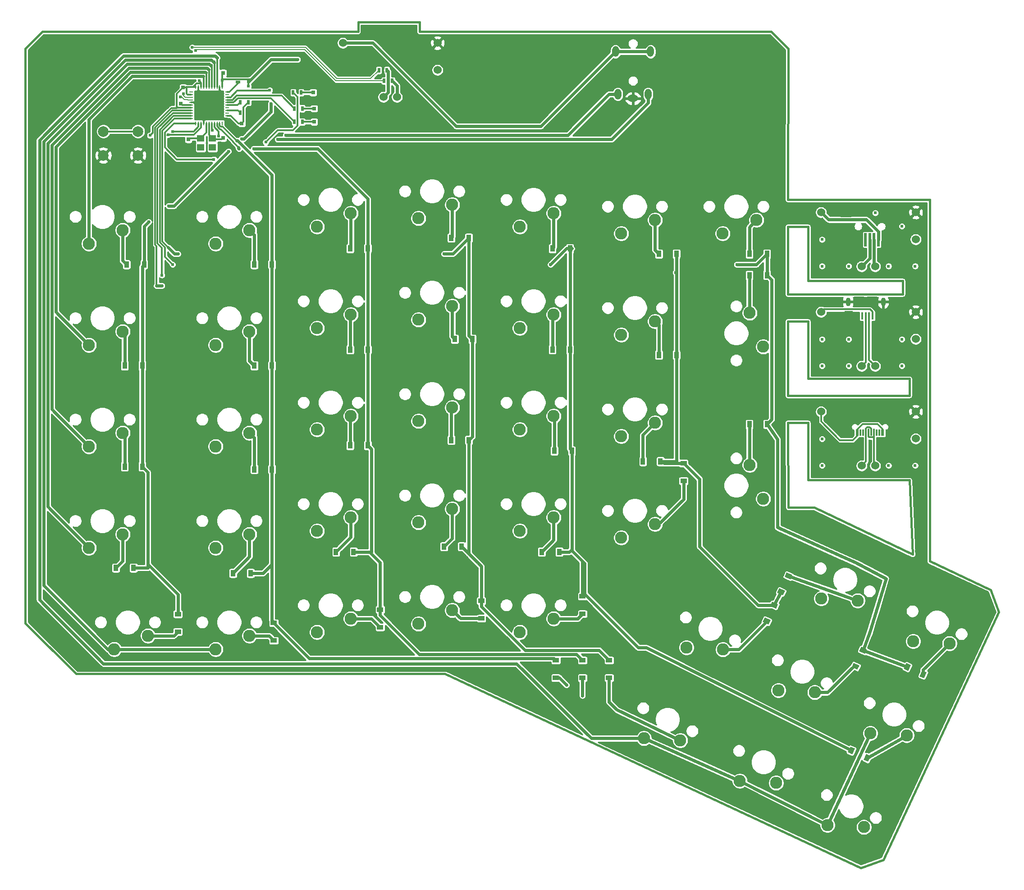
<source format=gtl>
%TF.GenerationSoftware,KiCad,Pcbnew,5.1.7*%
%TF.CreationDate,2020-10-12T11:44:49-07:00*%
%TF.ProjectId,ErgoDOX_left,4572676f-444f-4585-9f6c-6566742e6b69,2.0.0*%
%TF.SameCoordinates,Original*%
%TF.FileFunction,Copper,L1,Top*%
%TF.FilePolarity,Positive*%
%FSLAX46Y46*%
G04 Gerber Fmt 4.6, Leading zero omitted, Abs format (unit mm)*
G04 Created by KiCad (PCBNEW 5.1.7) date 2020-10-12 11:44:49*
%MOMM*%
%LPD*%
G01*
G04 APERTURE LIST*
%TA.AperFunction,Profile*%
%ADD10C,0.381000*%
%TD*%
%TA.AperFunction,ComponentPad*%
%ADD11O,0.900000X1.600000*%
%TD*%
%TA.AperFunction,ComponentPad*%
%ADD12O,0.914400X1.600000*%
%TD*%
%TA.AperFunction,SMDPad,CuDef*%
%ADD13R,1.905000X1.905000*%
%TD*%
%TA.AperFunction,SMDPad,CuDef*%
%ADD14R,1.600000X1.400000*%
%TD*%
%TA.AperFunction,SMDPad,CuDef*%
%ADD15R,0.406400X1.346200*%
%TD*%
%TA.AperFunction,SMDPad,CuDef*%
%ADD16R,0.300000X1.150000*%
%TD*%
%TA.AperFunction,SMDPad,CuDef*%
%ADD17R,0.600000X1.150000*%
%TD*%
%TA.AperFunction,SMDPad,CuDef*%
%ADD18R,2.000000X2.000000*%
%TD*%
%TA.AperFunction,SMDPad,CuDef*%
%ADD19C,1.524000*%
%TD*%
%TA.AperFunction,ComponentPad*%
%ADD20C,1.524000*%
%TD*%
%TA.AperFunction,SMDPad,CuDef*%
%ADD21R,2.000000X2.500000*%
%TD*%
%TA.AperFunction,SMDPad,CuDef*%
%ADD22R,0.500000X2.500000*%
%TD*%
%TA.AperFunction,ComponentPad*%
%ADD23C,2.286000*%
%TD*%
%TA.AperFunction,SMDPad,CuDef*%
%ADD24R,0.900000X0.500000*%
%TD*%
%TA.AperFunction,SMDPad,CuDef*%
%ADD25R,0.500000X0.900000*%
%TD*%
%TA.AperFunction,SMDPad,CuDef*%
%ADD26R,1.400000X1.200000*%
%TD*%
%TA.AperFunction,SMDPad,CuDef*%
%ADD27R,0.800000X0.750000*%
%TD*%
%TA.AperFunction,SMDPad,CuDef*%
%ADD28R,0.750000X0.800000*%
%TD*%
%TA.AperFunction,SMDPad,CuDef*%
%ADD29R,0.900000X1.200000*%
%TD*%
%TA.AperFunction,SMDPad,CuDef*%
%ADD30R,0.700000X0.250000*%
%TD*%
%TA.AperFunction,SMDPad,CuDef*%
%ADD31R,0.250000X0.700000*%
%TD*%
%TA.AperFunction,SMDPad,CuDef*%
%ADD32R,1.287500X1.287500*%
%TD*%
%TA.AperFunction,ComponentPad*%
%ADD33C,2.000000*%
%TD*%
%TA.AperFunction,ComponentPad*%
%ADD34O,2.000000X1.300000*%
%TD*%
%TA.AperFunction,ComponentPad*%
%ADD35O,1.300000X2.000000*%
%TD*%
%TA.AperFunction,SMDPad,CuDef*%
%ADD36R,1.200000X0.900000*%
%TD*%
%TA.AperFunction,SMDPad,CuDef*%
%ADD37C,0.150000*%
%TD*%
%TA.AperFunction,SMDPad,CuDef*%
%ADD38R,0.800000X0.800000*%
%TD*%
%TA.AperFunction,ViaPad*%
%ADD39C,0.609600*%
%TD*%
%TA.AperFunction,Conductor*%
%ADD40C,0.609600*%
%TD*%
%TA.AperFunction,Conductor*%
%ADD41C,0.304800*%
%TD*%
%TA.AperFunction,Conductor*%
%ADD42C,0.200000*%
%TD*%
%TA.AperFunction,Conductor*%
%ADD43C,0.254000*%
%TD*%
%TA.AperFunction,Conductor*%
%ADD44C,0.150000*%
%TD*%
G04 APERTURE END LIST*
D10*
X164846000Y-93218000D02*
X164941000Y-109166000D01*
X164846000Y-74168000D02*
X164846000Y-88138000D01*
X164846000Y-56388000D02*
X164846000Y-69088000D01*
X168656000Y-56388000D02*
X164846000Y-56388000D01*
X187706000Y-104013000D02*
X188341000Y-117983000D01*
X168656000Y-104013000D02*
X187706000Y-104013000D01*
X168656000Y-93218000D02*
X168656000Y-104013000D01*
X164846000Y-93218000D02*
X168656000Y-93218000D01*
X187706000Y-88138000D02*
X164846000Y-88138000D01*
X187706000Y-84963000D02*
X187706000Y-88138000D01*
X168656000Y-84963000D02*
X187706000Y-84963000D01*
X168656000Y-74168000D02*
X168656000Y-84963000D01*
X164846000Y-74168000D02*
X168656000Y-74168000D01*
X186436000Y-69088000D02*
X164846000Y-69088000D01*
X186436000Y-66548000D02*
X186436000Y-69088000D01*
X168656000Y-66548000D02*
X186436000Y-66548000D01*
X168656000Y-56388000D02*
X168656000Y-66548000D01*
X164846000Y-51308000D02*
X164941000Y-22933000D01*
X168656000Y-51308000D02*
X164846000Y-51308000D01*
X169843200Y-109166000D02*
X188341000Y-117983000D01*
X191516000Y-119253000D02*
X202934320Y-124596500D01*
X191516000Y-51308000D02*
X191516000Y-119253000D01*
X168656000Y-51308000D02*
X191516000Y-51308000D01*
X21634200Y-22933000D02*
X21634200Y-130883000D01*
X137431000Y-19758000D02*
X134031000Y-19758000D01*
X137431000Y-19758000D02*
X149675600Y-19758000D01*
X132505200Y-19758000D02*
X134031000Y-19758000D01*
X24809200Y-19758000D02*
X84143600Y-19758000D01*
X84143600Y-17980000D02*
X95649800Y-17980000D01*
X84143600Y-19758000D02*
X84143600Y-17980000D01*
X95649800Y-17980000D02*
X95649800Y-19758000D01*
X95649800Y-19758000D02*
X132505200Y-19758000D01*
X149675600Y-19758000D02*
X161740600Y-19758000D01*
X161740600Y-19758000D02*
X164941000Y-22933000D01*
X100399600Y-140408000D02*
X31159200Y-140408000D01*
X31159200Y-140408000D02*
X21634200Y-130883000D01*
X21634200Y-22933000D02*
X24809200Y-19758000D01*
X164941000Y-109166000D02*
X169843200Y-109166000D01*
X202934320Y-124596500D02*
X204471020Y-128815440D01*
X204471020Y-128815440D02*
X182787040Y-175317760D01*
X182787040Y-175317760D02*
X178568100Y-176851920D01*
X178568100Y-176851920D02*
X100399600Y-140408000D01*
D11*
%TO.P,J103,6*%
%TO.N,GND*%
X176176000Y-70498000D03*
D12*
X182776000Y-70498000D03*
D13*
X178276000Y-70481698D03*
X180676000Y-70481698D03*
D14*
X176276000Y-72931699D03*
X182676000Y-72931699D03*
D15*
%TO.P,J103,5*%
X178176000Y-73156699D03*
%TO.P,J103,4*%
%TO.N,N/C*%
X178826001Y-73156699D03*
%TO.P,J103,3*%
%TO.N,Net-(J103-Pad3)*%
X179476000Y-73156699D03*
%TO.P,J103,2*%
%TO.N,Net-(J103-Pad2)*%
X180125999Y-73156699D03*
%TO.P,J103,1*%
%TO.N,Net-(J103-Pad1)*%
X180776000Y-73156699D03*
%TD*%
D16*
%TO.P,J101,B8*%
%TO.N,N/C*%
X182026000Y-95073000D03*
%TO.P,J101,B5*%
X178526000Y-95073000D03*
D17*
%TO.P,J101,A1*%
%TO.N,GND*%
X177076000Y-95073000D03*
%TO.P,J101,A4*%
%TO.N,Net-(J101-PadA4)*%
X177876000Y-95073000D03*
%TO.P,J101,A1*%
%TO.N,GND*%
X183476000Y-95073000D03*
%TO.P,J101,A4*%
%TO.N,Net-(J101-PadA4)*%
X182676000Y-95073000D03*
D16*
%TO.P,J101,A5*%
%TO.N,N/C*%
X181526000Y-95073000D03*
%TO.P,J101,B7*%
%TO.N,Net-(J101-PadA7)*%
X181026000Y-95073000D03*
%TO.P,J101,A6*%
%TO.N,Net-(J101-PadA6)*%
X180526000Y-95073000D03*
%TO.P,J101,A8*%
%TO.N,N/C*%
X179026000Y-95073000D03*
%TO.P,J101,B6*%
%TO.N,Net-(J101-PadA6)*%
X179526000Y-95073000D03*
%TO.P,J101,A7*%
%TO.N,Net-(J101-PadA7)*%
X180026000Y-95073000D03*
D18*
%TO.P,J101,S1*%
%TO.N,GND*%
X175166000Y-90568000D03*
X185386000Y-90568000D03*
X185386000Y-94498000D03*
X175166000Y-94498000D03*
%TD*%
D19*
%TO.P,J203,6*%
%TO.N,N/C*%
X188896000Y-77498000D03*
%TO.P,J203,5*%
%TO.N,GND*%
X188896000Y-74958000D03*
D20*
%TO.P,J203,4*%
X188896000Y-72418000D03*
%TO.P,J203,1*%
%TO.N,Net-(J103-Pad1)*%
X171116000Y-72418000D03*
%TO.P,J203,2*%
%TO.N,Net-(J103-Pad2)*%
X181276000Y-82578000D03*
%TO.P,J203,3*%
%TO.N,Net-(J103-Pad3)*%
X178736000Y-82578000D03*
%TD*%
D19*
%TO.P,J202,6*%
%TO.N,N/C*%
X188896000Y-58768000D03*
%TO.P,J202,5*%
%TO.N,GND*%
X188896000Y-56228000D03*
D20*
%TO.P,J202,4*%
X188896000Y-53688000D03*
%TO.P,J202,1*%
%TO.N,Net-(J102-Pad1)*%
X171116000Y-53688000D03*
%TO.P,J202,2*%
%TO.N,Net-(J102-Pad2)*%
X181276000Y-63848000D03*
%TO.P,J202,3*%
%TO.N,Net-(J102-Pad3)*%
X178736000Y-63848000D03*
%TD*%
D19*
%TO.P,J201,6*%
%TO.N,N/C*%
X188896000Y-96228000D03*
%TO.P,J201,5*%
%TO.N,GND*%
X188896000Y-93688000D03*
D20*
%TO.P,J201,4*%
X188896000Y-91148000D03*
%TO.P,J201,1*%
%TO.N,Net-(J101-PadA4)*%
X171116000Y-91148000D03*
%TO.P,J201,2*%
%TO.N,Net-(J101-PadA7)*%
X181276000Y-101308000D03*
%TO.P,J201,3*%
%TO.N,Net-(J101-PadA6)*%
X178736000Y-101308000D03*
%TD*%
D19*
%TO.P,J2,6*%
%TO.N,N/C*%
X99056000Y-26958000D03*
%TO.P,J2,5*%
%TO.N,GND*%
X99056000Y-24418000D03*
D20*
%TO.P,J2,4*%
X99056000Y-21878000D03*
%TO.P,J2,1*%
%TO.N,VCC*%
X81276000Y-21878000D03*
%TO.P,J2,2*%
%TO.N,/USB-*%
X91436000Y-32038000D03*
%TO.P,J2,3*%
%TO.N,/USB+*%
X88896000Y-32038000D03*
%TD*%
D21*
%TO.P,J102,6*%
%TO.N,GND*%
X175803500Y-53368000D03*
X184723500Y-53368000D03*
X175803500Y-58848000D03*
X184723500Y-58848000D03*
D22*
%TO.P,J102,5*%
X178663500Y-58848000D03*
%TO.P,J102,4*%
%TO.N,N/C*%
X179463500Y-58848000D03*
%TO.P,J102,3*%
%TO.N,Net-(J102-Pad3)*%
X180263500Y-58848000D03*
%TO.P,J102,2*%
%TO.N,Net-(J102-Pad2)*%
X181063500Y-58848000D03*
%TO.P,J102,1*%
%TO.N,Net-(J102-Pad1)*%
X181863500Y-58848000D03*
%TD*%
D23*
%TO.P,SW1:9,1*%
%TO.N,/ROW1*%
X114522000Y-132578000D03*
%TO.P,SW1:9,2*%
%TO.N,Net-(D1:9-Pad2)*%
X120872000Y-130038000D03*
%TD*%
%TO.P,SW5:13,1*%
%TO.N,/ROW5*%
X33559500Y-59585200D03*
%TO.P,SW5:13,2*%
%TO.N,Net-(D5:13-Pad2)*%
X39909500Y-57045200D03*
%TD*%
D24*
%TO.P,R8,1*%
%TO.N,Net-(R8-Pad1)*%
X61526000Y-29248000D03*
%TO.P,R8,2*%
%TO.N,GND*%
X61526000Y-27748000D03*
%TD*%
D25*
%TO.P,R2,1*%
%TO.N,/D-*%
X89026000Y-28998000D03*
%TO.P,R2,2*%
%TO.N,/USB-*%
X90526000Y-28998000D03*
%TD*%
%TO.P,R1,1*%
%TO.N,/D+*%
X88026000Y-26998000D03*
%TO.P,R1,2*%
%TO.N,/USB+*%
X89526000Y-26998000D03*
%TD*%
D26*
%TO.P,Y1,1*%
%TO.N,Net-(C2-Pad1)*%
X56776000Y-39798000D03*
%TO.P,Y1,2*%
%TO.N,Net-(C1-Pad2)*%
X54576000Y-39798000D03*
%TO.P,Y1,3*%
%TO.N,N/C*%
X54576000Y-41498000D03*
%TO.P,Y1,4*%
X56776000Y-41498000D03*
%TD*%
D25*
%TO.P,R5,1*%
%TO.N,/LED_C*%
X71926000Y-31198000D03*
%TO.P,R5,2*%
%TO.N,Net-(LED_C1-Pad2)*%
X73426000Y-31198000D03*
%TD*%
D27*
%TO.P,C6,2*%
%TO.N,GND*%
X49776000Y-30248000D03*
%TO.P,C6,1*%
%TO.N,VCC*%
X51276000Y-30248000D03*
%TD*%
%TO.P,C5,2*%
%TO.N,GND*%
X63776000Y-36998000D03*
%TO.P,C5,1*%
%TO.N,VCC*%
X62276000Y-36998000D03*
%TD*%
D28*
%TO.P,C4,2*%
%TO.N,GND*%
X58776000Y-25998000D03*
%TO.P,C4,1*%
%TO.N,VCC*%
X58776000Y-27498000D03*
%TD*%
D27*
%TO.P,C3,2*%
%TO.N,GND*%
X49276000Y-33248000D03*
%TO.P,C3,1*%
%TO.N,Net-(C3-Pad1)*%
X50776000Y-33248000D03*
%TD*%
D28*
%TO.P,C2,2*%
%TO.N,GND*%
X58776000Y-41248000D03*
%TO.P,C2,1*%
%TO.N,Net-(C2-Pad1)*%
X58776000Y-39748000D03*
%TD*%
%TO.P,C1,2*%
%TO.N,Net-(C1-Pad2)*%
X52276000Y-39998000D03*
%TO.P,C1,1*%
%TO.N,GND*%
X52276000Y-41498000D03*
%TD*%
D29*
%TO.P,D5:9,1*%
%TO.N,/COL4*%
X123926000Y-60498000D03*
%TO.P,D5:9,2*%
%TO.N,Net-(D5:9-Pad2)*%
X120626000Y-60498000D03*
%TD*%
D23*
%TO.P,SX1:7,1*%
%TO.N,/ROW1*%
X163087957Y-143514413D03*
%TO.P,SX1:7,2*%
%TO.N,Net-(D1:7-Pad2)*%
X169916462Y-143896017D03*
%TD*%
%TO.P,SW3:13,1*%
%TO.N,/ROW3*%
X33559500Y-97682660D03*
%TO.P,SW3:13,2*%
%TO.N,Net-(D3:13-Pad2)*%
X39909500Y-95142660D03*
%TD*%
%TO.P,SW2:9,1*%
%TO.N,/ROW2*%
X114522000Y-113557660D03*
%TO.P,SW2:9,2*%
%TO.N,Net-(D2:9-Pad2)*%
X120872000Y-111017660D03*
%TD*%
%TO.P,SW2:10,1*%
%TO.N,/ROW2*%
X95472000Y-111960000D03*
%TO.P,SW2:10,2*%
%TO.N,Net-(D2:10-Pad2)*%
X101822000Y-109420000D03*
%TD*%
%TO.P,SW3:9,1*%
%TO.N,/ROW3*%
X114522000Y-94507660D03*
%TO.P,SW3:9,2*%
%TO.N,Net-(D3:9-Pad2)*%
X120872000Y-91967660D03*
%TD*%
%TO.P,SW2:11,1*%
%TO.N,/ROW2*%
X76422000Y-113557660D03*
%TO.P,SW2:11,2*%
%TO.N,Net-(D2:11-Pad2)*%
X82772000Y-111017660D03*
%TD*%
%TO.P,SW3:10,1*%
%TO.N,/ROW3*%
X95472000Y-92910000D03*
%TO.P,SW3:10,2*%
%TO.N,Net-(D3:10-Pad2)*%
X101822000Y-90370000D03*
%TD*%
%TO.P,SW3:11,1*%
%TO.N,/ROW3*%
X76422000Y-94507660D03*
%TO.P,SW3:11,2*%
%TO.N,Net-(D3:11-Pad2)*%
X82772000Y-91967660D03*
%TD*%
%TO.P,SW1:11,1*%
%TO.N,/ROW1*%
X76422000Y-132578000D03*
%TO.P,SW1:11,2*%
%TO.N,Net-(D1:11-Pad2)*%
X82772000Y-130038000D03*
%TD*%
%TO.P,SW1:10,1*%
%TO.N,/ROW1*%
X95472000Y-131010000D03*
%TO.P,SW1:10,2*%
%TO.N,Net-(D1:10-Pad2)*%
X101822000Y-128470000D03*
%TD*%
D30*
%TO.P,U1,1*%
%TO.N,N/C*%
X52732250Y-31066750D03*
%TO.P,U1,2*%
%TO.N,VCC*%
X52732250Y-31566750D03*
%TO.P,U1,3*%
%TO.N,/D-*%
X52732250Y-32066750D03*
%TO.P,U1,4*%
%TO.N,/D+*%
X52732250Y-32566750D03*
%TO.P,U1,5*%
%TO.N,GND*%
X52732250Y-33066750D03*
%TO.P,U1,6*%
%TO.N,Net-(C3-Pad1)*%
X52732250Y-33566750D03*
%TO.P,U1,7*%
%TO.N,VCC*%
X52732250Y-34066750D03*
%TO.P,U1,8*%
%TO.N,/COL6*%
X52732250Y-34566750D03*
%TO.P,U1,9*%
%TO.N,/COL5*%
X52732250Y-35066750D03*
%TO.P,U1,10*%
%TO.N,/COL4*%
X52732250Y-35566750D03*
%TO.P,U1,11*%
%TO.N,/COL10*%
X52732250Y-36066750D03*
D31*
%TO.P,U1,12*%
%TO.N,/LED_C*%
X53632250Y-36966750D03*
%TO.P,U1,13*%
%TO.N,/RST*%
X54132250Y-36966750D03*
%TO.P,U1,14*%
%TO.N,VCC*%
X54632250Y-36966750D03*
%TO.P,U1,15*%
%TO.N,GND*%
X55132250Y-36966750D03*
%TO.P,U1,16*%
%TO.N,Net-(C1-Pad2)*%
X55632250Y-36966750D03*
%TO.P,U1,17*%
%TO.N,Net-(C2-Pad1)*%
X56132250Y-36966750D03*
%TO.P,U1,18*%
%TO.N,/SCL*%
X56632250Y-36966750D03*
%TO.P,U1,19*%
%TO.N,/SDA*%
X57132250Y-36966750D03*
%TO.P,U1,20*%
%TO.N,/COL11*%
X57632250Y-36966750D03*
%TO.P,U1,21*%
%TO.N,/COL1*%
X58132250Y-36966750D03*
%TO.P,U1,22*%
%TO.N,N/C*%
X58632250Y-36966750D03*
D30*
%TO.P,U1,23*%
%TO.N,GND*%
X59532250Y-36066750D03*
%TO.P,U1,24*%
%TO.N,VCC*%
X59532250Y-35566750D03*
%TO.P,U1,25*%
%TO.N,N/C*%
X59532250Y-35066750D03*
%TO.P,U1,26*%
%TO.N,Net-(R9-Pad2)*%
X59532250Y-34566750D03*
%TO.P,U1,27*%
%TO.N,N/C*%
X59532250Y-34066750D03*
%TO.P,U1,28*%
%TO.N,Net-(R10-Pad2)*%
X59532250Y-33566750D03*
%TO.P,U1,29*%
%TO.N,/LED_A*%
X59532250Y-33066750D03*
%TO.P,U1,30*%
%TO.N,/LED_B*%
X59532250Y-32566750D03*
%TO.P,U1,31*%
%TO.N,/COL0*%
X59532250Y-32066750D03*
%TO.P,U1,32*%
%TO.N,N/C*%
X59532250Y-31566750D03*
%TO.P,U1,33*%
%TO.N,Net-(R8-Pad1)*%
X59532250Y-31066750D03*
D31*
%TO.P,U1,34*%
%TO.N,VCC*%
X58632250Y-30166750D03*
%TO.P,U1,35*%
%TO.N,GND*%
X58132250Y-30166750D03*
%TO.P,U1,36*%
%TO.N,/ROW0*%
X57632250Y-30166750D03*
%TO.P,U1,37*%
%TO.N,/ROW1*%
X57132250Y-30166750D03*
%TO.P,U1,38*%
%TO.N,/ROW2*%
X56632250Y-30166750D03*
%TO.P,U1,39*%
%TO.N,/ROW3*%
X56132250Y-30166750D03*
%TO.P,U1,40*%
%TO.N,/ROW4*%
X55632250Y-30166750D03*
%TO.P,U1,41*%
%TO.N,/ROW5*%
X55132250Y-30166750D03*
%TO.P,U1,42*%
%TO.N,VCC*%
X54632250Y-30166750D03*
%TO.P,U1,43*%
%TO.N,GND*%
X54132250Y-30166750D03*
%TO.P,U1,44*%
%TO.N,VCC*%
X53632250Y-30166750D03*
D32*
%TO.P,U1,45*%
%TO.N,GND*%
X58063500Y-35498000D03*
X58063500Y-34210500D03*
X58063500Y-32923000D03*
X58063500Y-31635500D03*
X56776000Y-35498000D03*
X56776000Y-34210500D03*
X56776000Y-32923000D03*
X56776000Y-31635500D03*
X55488500Y-35498000D03*
X55488500Y-34210500D03*
X55488500Y-32923000D03*
X55488500Y-31635500D03*
X54201000Y-35498000D03*
X54201000Y-34210500D03*
X54201000Y-32923000D03*
X54201000Y-31635500D03*
%TD*%
D23*
%TO.P,SX1:8,1*%
%TO.N,/ROW1*%
X145823577Y-135462613D03*
%TO.P,SX1:8,2*%
%TO.N,Net-(D1:8-Pad2)*%
X152652082Y-135844217D03*
%TD*%
%TO.P,SW5:12,1*%
%TO.N,/ROW5*%
X57372000Y-59585200D03*
%TO.P,SW5:12,2*%
%TO.N,Net-(D5:12-Pad2)*%
X63722000Y-57045200D03*
%TD*%
%TO.P,SW5:11,1*%
%TO.N,/ROW5*%
X76422000Y-56407660D03*
%TO.P,SW5:11,2*%
%TO.N,Net-(D5:11-Pad2)*%
X82772000Y-53867660D03*
%TD*%
%TO.P,SW5:10,1*%
%TO.N,/ROW5*%
X95472000Y-54810000D03*
%TO.P,SW5:10,2*%
%TO.N,Net-(D5:10-Pad2)*%
X101822000Y-52270000D03*
%TD*%
%TO.P,SW5:9,1*%
%TO.N,/ROW5*%
X114522000Y-56407660D03*
%TO.P,SW5:9,2*%
%TO.N,Net-(D5:9-Pad2)*%
X120872000Y-53867660D03*
%TD*%
%TO.P,SW5:8,1*%
%TO.N,/ROW5*%
X133572000Y-57680200D03*
%TO.P,SW5:8,2*%
%TO.N,Net-(D5:8-Pad2)*%
X139922000Y-55140200D03*
%TD*%
%TO.P,SW5:7,1*%
%TO.N,/ROW5*%
X152622000Y-57680200D03*
%TO.P,SW5:7,2*%
%TO.N,Net-(D5:7-Pad2)*%
X158972000Y-55140200D03*
%TD*%
%TO.P,SW4:13,1*%
%TO.N,/ROW4*%
X33559500Y-78632660D03*
%TO.P,SW4:13,2*%
%TO.N,Net-(D4:13-Pad2)*%
X39909500Y-76092660D03*
%TD*%
%TO.P,SW4:12,1*%
%TO.N,/ROW4*%
X57372000Y-78632660D03*
%TO.P,SW4:12,2*%
%TO.N,Net-(D4:12-Pad2)*%
X63722000Y-76092660D03*
%TD*%
%TO.P,SW4:11,1*%
%TO.N,/ROW4*%
X76422000Y-75457660D03*
%TO.P,SW4:11,2*%
%TO.N,Net-(D4:11-Pad2)*%
X82772000Y-72917660D03*
%TD*%
%TO.P,SW4:10,1*%
%TO.N,/ROW4*%
X95472000Y-73860000D03*
%TO.P,SW4:10,2*%
%TO.N,Net-(D4:10-Pad2)*%
X101822000Y-71320000D03*
%TD*%
%TO.P,SW4:9,1*%
%TO.N,/ROW4*%
X114522000Y-75457660D03*
%TO.P,SW4:9,2*%
%TO.N,Net-(D4:9-Pad2)*%
X120872000Y-72917660D03*
%TD*%
%TO.P,SW4:8,1*%
%TO.N,/ROW4*%
X133572000Y-76727660D03*
%TO.P,SW4:8,2*%
%TO.N,Net-(D4:8-Pad2)*%
X139922000Y-74187660D03*
%TD*%
%TO.P,SW4:7,1*%
%TO.N,/ROW4*%
X160242000Y-78950160D03*
%TO.P,SW4:7,2*%
%TO.N,Net-(D4:7-Pad2)*%
X157702000Y-72600160D03*
%TD*%
%TO.P,SW3:12,1*%
%TO.N,/ROW3*%
X57372000Y-97682660D03*
%TO.P,SW3:12,2*%
%TO.N,Net-(D3:12-Pad2)*%
X63722000Y-95142660D03*
%TD*%
%TO.P,SW3:8,1*%
%TO.N,/ROW3*%
X133572000Y-95777660D03*
%TO.P,SW3:8,2*%
%TO.N,Net-(D3:8-Pad2)*%
X139922000Y-93237660D03*
%TD*%
%TO.P,SW2:13,1*%
%TO.N,/ROW2*%
X33559500Y-116732660D03*
%TO.P,SW2:13,2*%
%TO.N,Net-(D2:13-Pad2)*%
X39909500Y-114192660D03*
%TD*%
%TO.P,SW2:12,1*%
%TO.N,/ROW2*%
X57372000Y-116732660D03*
%TO.P,SW2:12,2*%
%TO.N,Net-(D2:12-Pad2)*%
X63722000Y-114192660D03*
%TD*%
%TO.P,SW2:8,1*%
%TO.N,/ROW2*%
X133572000Y-114827660D03*
%TO.P,SW2:8,2*%
%TO.N,Net-(D2:8-Pad2)*%
X139922000Y-112287660D03*
%TD*%
%TO.P,SW2:7,1*%
%TO.N,/ROW2*%
X160242000Y-107525160D03*
%TO.P,SW2:7,2*%
%TO.N,Net-(D2:7-Pad2)*%
X157702000Y-101175160D03*
%TD*%
%TO.P,SW1:13,1*%
%TO.N,/ROW1*%
X38322000Y-135782660D03*
%TO.P,SW1:13,2*%
%TO.N,Net-(D1:13-Pad2)*%
X44672000Y-133242660D03*
%TD*%
%TO.P,SW1:12,1*%
%TO.N,/ROW1*%
X57372000Y-135782660D03*
%TO.P,SW1:12,2*%
%TO.N,Net-(D1:12-Pad2)*%
X63722000Y-133242660D03*
%TD*%
%TO.P,SW0:12,1*%
%TO.N,/ROW0*%
X172303077Y-168830593D03*
%TO.P,SW0:12,2*%
%TO.N,Net-(D0:12-Pad2)*%
X179131582Y-169212197D03*
%TD*%
%TO.P,SW0:11,1*%
%TO.N,/ROW0*%
X155827077Y-160528593D03*
%TO.P,SW0:11,2*%
%TO.N,Net-(D0:11-Pad2)*%
X162655582Y-160910197D03*
%TD*%
%TO.P,SW0:10,1*%
%TO.N,/ROW0*%
X137827077Y-152528593D03*
%TO.P,SW0:10,2*%
%TO.N,Net-(D0:10-Pad2)*%
X144655582Y-152910197D03*
%TD*%
%TO.P,SW0:9,1*%
%TO.N,/ROW0*%
X180354877Y-151563673D03*
%TO.P,SW0:9,2*%
%TO.N,Net-(D0:9-Pad2)*%
X187183382Y-151945277D03*
%TD*%
%TO.P,SW0:8,1*%
%TO.N,/ROW0*%
X171139757Y-126250033D03*
%TO.P,SW0:8,2*%
%TO.N,Net-(D0:8-Pad2)*%
X177968262Y-126631637D03*
%TD*%
%TO.P,SW0:7,1*%
%TO.N,/ROW0*%
X188404137Y-134299293D03*
%TO.P,SW0:7,2*%
%TO.N,Net-(D0:7-Pad2)*%
X195232642Y-134680897D03*
%TD*%
D33*
%TO.P,SW1,2*%
%TO.N,GND*%
X36276000Y-42998000D03*
%TO.P,SW1,1*%
%TO.N,/RST*%
X36276000Y-38498000D03*
%TO.P,SW1,2*%
%TO.N,GND*%
X42776000Y-42998000D03*
%TO.P,SW1,1*%
%TO.N,/RST*%
X42776000Y-38498000D03*
%TD*%
D25*
%TO.P,R10,1*%
%TO.N,VCC*%
X63526000Y-32998000D03*
%TO.P,R10,2*%
%TO.N,Net-(R10-Pad2)*%
X62026000Y-32998000D03*
%TD*%
%TO.P,R9,1*%
%TO.N,GND*%
X63526000Y-34998000D03*
%TO.P,R9,2*%
%TO.N,Net-(R9-Pad2)*%
X62026000Y-34998000D03*
%TD*%
D34*
%TO.P,J1,S*%
%TO.N,GND*%
X135776000Y-32298000D03*
D35*
%TO.P,J1,R2*%
%TO.N,/SDA*%
X138626000Y-31498000D03*
%TO.P,J1,R1*%
%TO.N,/SCL*%
X132926000Y-31498000D03*
%TO.P,J1,T*%
%TO.N,VCC*%
X132476000Y-23498000D03*
X139076000Y-23498000D03*
%TD*%
D29*
%TO.P,D5:13,1*%
%TO.N,/COL0*%
X43926000Y-63498000D03*
%TO.P,D5:13,2*%
%TO.N,Net-(D5:13-Pad2)*%
X40626000Y-63498000D03*
%TD*%
%TO.P,D5:12,1*%
%TO.N,/COL1*%
X67926000Y-63498000D03*
%TO.P,D5:12,2*%
%TO.N,Net-(D5:12-Pad2)*%
X64626000Y-63498000D03*
%TD*%
%TO.P,D5:11,1*%
%TO.N,/COL11*%
X85926000Y-60498000D03*
%TO.P,D5:11,2*%
%TO.N,Net-(D5:11-Pad2)*%
X82626000Y-60498000D03*
%TD*%
%TO.P,D5:10,1*%
%TO.N,/COL10*%
X104926000Y-58498000D03*
%TO.P,D5:10,2*%
%TO.N,Net-(D5:10-Pad2)*%
X101626000Y-58498000D03*
%TD*%
%TO.P,D5:8,1*%
%TO.N,/COL5*%
X143926000Y-61498000D03*
%TO.P,D5:8,2*%
%TO.N,Net-(D5:8-Pad2)*%
X140626000Y-61498000D03*
%TD*%
%TO.P,D5:7,1*%
%TO.N,/COL6*%
X160926000Y-61498000D03*
%TO.P,D5:7,2*%
%TO.N,Net-(D5:7-Pad2)*%
X157626000Y-61498000D03*
%TD*%
%TO.P,D4:13,1*%
%TO.N,/COL0*%
X43576000Y-82498000D03*
%TO.P,D4:13,2*%
%TO.N,Net-(D4:13-Pad2)*%
X40276000Y-82498000D03*
%TD*%
%TO.P,D4:12,1*%
%TO.N,/COL1*%
X67926000Y-82498000D03*
%TO.P,D4:12,2*%
%TO.N,Net-(D4:12-Pad2)*%
X64626000Y-82498000D03*
%TD*%
%TO.P,D4:11,1*%
%TO.N,/COL11*%
X85926000Y-79498000D03*
%TO.P,D4:11,2*%
%TO.N,Net-(D4:11-Pad2)*%
X82626000Y-79498000D03*
%TD*%
%TO.P,D4:10,1*%
%TO.N,/COL10*%
X105576000Y-77498000D03*
%TO.P,D4:10,2*%
%TO.N,Net-(D4:10-Pad2)*%
X102276000Y-77498000D03*
%TD*%
%TO.P,D4:9,1*%
%TO.N,/COL4*%
X123926000Y-79498000D03*
%TO.P,D4:9,2*%
%TO.N,Net-(D4:9-Pad2)*%
X120626000Y-79498000D03*
%TD*%
%TO.P,D4:8,1*%
%TO.N,/COL5*%
X143926000Y-80498000D03*
%TO.P,D4:8,2*%
%TO.N,Net-(D4:8-Pad2)*%
X140626000Y-80498000D03*
%TD*%
%TO.P,D4:7,1*%
%TO.N,/COL6*%
X160926000Y-65498000D03*
%TO.P,D4:7,2*%
%TO.N,Net-(D4:7-Pad2)*%
X157626000Y-65498000D03*
%TD*%
%TO.P,D3:13,1*%
%TO.N,/COL0*%
X43576000Y-101498000D03*
%TO.P,D3:13,2*%
%TO.N,Net-(D3:13-Pad2)*%
X40276000Y-101498000D03*
%TD*%
%TO.P,D3:12,1*%
%TO.N,/COL1*%
X67926000Y-101998000D03*
%TO.P,D3:12,2*%
%TO.N,Net-(D3:12-Pad2)*%
X64626000Y-101998000D03*
%TD*%
%TO.P,D3:11,1*%
%TO.N,/COL11*%
X85926000Y-97498000D03*
%TO.P,D3:11,2*%
%TO.N,Net-(D3:11-Pad2)*%
X82626000Y-97498000D03*
%TD*%
%TO.P,D3:10,1*%
%TO.N,/COL10*%
X104926000Y-96498000D03*
%TO.P,D3:10,2*%
%TO.N,Net-(D3:10-Pad2)*%
X101626000Y-96498000D03*
%TD*%
%TO.P,D3:9,1*%
%TO.N,/COL4*%
X124276000Y-98498000D03*
%TO.P,D3:9,2*%
%TO.N,Net-(D3:9-Pad2)*%
X120976000Y-98498000D03*
%TD*%
%TO.P,D3:8,1*%
%TO.N,/COL5*%
X140926000Y-100498000D03*
%TO.P,D3:8,2*%
%TO.N,Net-(D3:8-Pad2)*%
X137626000Y-100498000D03*
%TD*%
%TO.P,D2:13,1*%
%TO.N,/COL0*%
X41926000Y-120498000D03*
%TO.P,D2:13,2*%
%TO.N,Net-(D2:13-Pad2)*%
X38626000Y-120498000D03*
%TD*%
%TO.P,D2:12,1*%
%TO.N,/COL1*%
X63926000Y-121498000D03*
%TO.P,D2:12,2*%
%TO.N,Net-(D2:12-Pad2)*%
X60626000Y-121498000D03*
%TD*%
%TO.P,D2:11,1*%
%TO.N,/COL11*%
X83276000Y-117498000D03*
%TO.P,D2:11,2*%
%TO.N,Net-(D2:11-Pad2)*%
X79976000Y-117498000D03*
%TD*%
%TO.P,D2:10,1*%
%TO.N,/COL10*%
X103576000Y-116498000D03*
%TO.P,D2:10,2*%
%TO.N,Net-(D2:10-Pad2)*%
X100276000Y-116498000D03*
%TD*%
%TO.P,D2:9,1*%
%TO.N,/COL4*%
X121926000Y-117498000D03*
%TO.P,D2:9,2*%
%TO.N,Net-(D2:9-Pad2)*%
X118626000Y-117498000D03*
%TD*%
D36*
%TO.P,D2:8,1*%
%TO.N,/COL5*%
X145276000Y-100848000D03*
%TO.P,D2:8,2*%
%TO.N,Net-(D2:8-Pad2)*%
X145276000Y-104148000D03*
%TD*%
D29*
%TO.P,D2:7,1*%
%TO.N,/COL6*%
X160926000Y-93498000D03*
%TO.P,D2:7,2*%
%TO.N,Net-(D2:7-Pad2)*%
X157626000Y-93498000D03*
%TD*%
D36*
%TO.P,D1:13,1*%
%TO.N,/COL0*%
X50276000Y-129198000D03*
%TO.P,D1:13,2*%
%TO.N,Net-(D1:13-Pad2)*%
X50276000Y-132498000D03*
%TD*%
%TO.P,D1:12,1*%
%TO.N,/COL1*%
X68276000Y-130848000D03*
%TO.P,D1:12,2*%
%TO.N,Net-(D1:12-Pad2)*%
X68276000Y-134148000D03*
%TD*%
%TO.P,D1:11,1*%
%TO.N,/COL11*%
X88276000Y-128348000D03*
%TO.P,D1:11,2*%
%TO.N,Net-(D1:11-Pad2)*%
X88276000Y-131648000D03*
%TD*%
%TO.P,D1:10,1*%
%TO.N,/COL10*%
X107276000Y-126698000D03*
%TO.P,D1:10,2*%
%TO.N,Net-(D1:10-Pad2)*%
X107276000Y-129998000D03*
%TD*%
%TO.P,D1:9,1*%
%TO.N,/COL4*%
X126276000Y-125848000D03*
%TO.P,D1:9,2*%
%TO.N,Net-(D1:9-Pad2)*%
X126276000Y-129148000D03*
%TD*%
%TA.AperFunction,SMDPad,CuDef*%
D37*
%TO.P,D1:8,1*%
%TO.N,/COL5*%
G36*
X161922394Y-126836591D02*
G01*
X163009963Y-127343732D01*
X162629606Y-128159409D01*
X161542037Y-127652268D01*
X161922394Y-126836591D01*
G37*
%TD.AperFunction*%
%TA.AperFunction,SMDPad,CuDef*%
%TO.P,D1:8,2*%
%TO.N,Net-(D1:8-Pad2)*%
G36*
X160527754Y-129827407D02*
G01*
X161615323Y-130334548D01*
X161234966Y-131150225D01*
X160147397Y-130643084D01*
X160527754Y-129827407D01*
G37*
%TD.AperFunction*%
%TD*%
%TA.AperFunction,SMDPad,CuDef*%
%TO.P,D1:7,1*%
%TO.N,/COL6*%
G36*
X178619714Y-135341183D02*
G01*
X179707283Y-135848324D01*
X179326926Y-136664001D01*
X178239357Y-136156860D01*
X178619714Y-135341183D01*
G37*
%TD.AperFunction*%
%TA.AperFunction,SMDPad,CuDef*%
%TO.P,D1:7,2*%
%TO.N,Net-(D1:7-Pad2)*%
G36*
X177225074Y-138331999D02*
G01*
X178312643Y-138839140D01*
X177932286Y-139654817D01*
X176844717Y-139147676D01*
X177225074Y-138331999D01*
G37*
%TD.AperFunction*%
%TD*%
D36*
%TO.P,D0:12,1*%
%TO.N,/COL1*%
X121276000Y-137848000D03*
%TO.P,D0:12,2*%
%TO.N,Net-(D0:12-Pad2)*%
X121276000Y-141148000D03*
%TD*%
%TO.P,D0:11,1*%
%TO.N,/COL11*%
X126276000Y-137848000D03*
%TO.P,D0:11,2*%
%TO.N,Net-(D0:11-Pad2)*%
X126276000Y-141148000D03*
%TD*%
%TO.P,D0:10,1*%
%TO.N,/COL10*%
X131276000Y-137848000D03*
%TO.P,D0:10,2*%
%TO.N,Net-(D0:10-Pad2)*%
X131276000Y-141148000D03*
%TD*%
%TA.AperFunction,SMDPad,CuDef*%
D37*
%TO.P,D0:9,1*%
%TO.N,/COL4*%
G36*
X176119183Y-155154286D02*
G01*
X176626324Y-154066717D01*
X177442001Y-154447074D01*
X176934860Y-155534643D01*
X176119183Y-155154286D01*
G37*
%TD.AperFunction*%
%TA.AperFunction,SMDPad,CuDef*%
%TO.P,D0:9,2*%
%TO.N,Net-(D0:9-Pad2)*%
G36*
X179109999Y-156548926D02*
G01*
X179617140Y-155461357D01*
X180432817Y-155841714D01*
X179925676Y-156929283D01*
X179109999Y-156548926D01*
G37*
%TD.AperFunction*%
%TD*%
%TA.AperFunction,SMDPad,CuDef*%
%TO.P,D0:8,1*%
%TO.N,/COL5*%
G36*
X163932286Y-125654817D02*
G01*
X162844717Y-125147676D01*
X163225074Y-124331999D01*
X164312643Y-124839140D01*
X163932286Y-125654817D01*
G37*
%TD.AperFunction*%
%TA.AperFunction,SMDPad,CuDef*%
%TO.P,D0:8,2*%
%TO.N,Net-(D0:8-Pad2)*%
G36*
X165326926Y-122664001D02*
G01*
X164239357Y-122156860D01*
X164619714Y-121341183D01*
X165707283Y-121848324D01*
X165326926Y-122664001D01*
G37*
%TD.AperFunction*%
%TD*%
%TA.AperFunction,SMDPad,CuDef*%
%TO.P,D0:7,1*%
%TO.N,/COL6*%
G36*
X186623775Y-139456966D02*
G01*
X187130916Y-138369397D01*
X187946593Y-138749754D01*
X187439452Y-139837323D01*
X186623775Y-139456966D01*
G37*
%TD.AperFunction*%
%TA.AperFunction,SMDPad,CuDef*%
%TO.P,D0:7,2*%
%TO.N,Net-(D0:7-Pad2)*%
G36*
X189614591Y-140851606D02*
G01*
X190121732Y-139764037D01*
X190937409Y-140144394D01*
X190430268Y-141231963D01*
X189614591Y-140851606D01*
G37*
%TD.AperFunction*%
%TD*%
D25*
%TO.P,R3,1*%
%TO.N,/LED_A*%
X72176000Y-36698000D03*
%TO.P,R3,2*%
%TO.N,Net-(LED_A1-Pad2)*%
X73676000Y-36698000D03*
%TD*%
%TO.P,R4,1*%
%TO.N,/LED_B*%
X72176000Y-34198000D03*
%TO.P,R4,2*%
%TO.N,Net-(LED_B1-Pad2)*%
X73676000Y-34198000D03*
%TD*%
D38*
%TO.P,LED_C1,2*%
%TO.N,Net-(LED_C1-Pad2)*%
X75676000Y-31198000D03*
%TO.P,LED_C1,1*%
%TO.N,GND*%
X77276000Y-31198000D03*
%TD*%
%TO.P,LED_B1,2*%
%TO.N,Net-(LED_B1-Pad2)*%
X75876000Y-34198000D03*
%TO.P,LED_B1,1*%
%TO.N,GND*%
X77476000Y-34198000D03*
%TD*%
%TO.P,LED_A1,2*%
%TO.N,Net-(LED_A1-Pad2)*%
X75876000Y-36698000D03*
%TO.P,LED_A1,1*%
%TO.N,GND*%
X77476000Y-36698000D03*
%TD*%
D39*
%TO.N,*%
X171276000Y-96268000D03*
X171276000Y-101268000D03*
X188776000Y-101268000D03*
X183776000Y-101268000D03*
X176276000Y-82538000D03*
X176276000Y-77538000D03*
X171276000Y-77538000D03*
X171276000Y-82538000D03*
X186276000Y-82538000D03*
X186276000Y-77538000D03*
X171276000Y-58808000D03*
X171276000Y-63808000D03*
X176276000Y-63808000D03*
X183776000Y-63808000D03*
X188776000Y-63808000D03*
X181276000Y-53808000D03*
X186276000Y-56308000D03*
%TO.N,/COL0*%
X44776000Y-55498000D03*
X48526000Y-52498000D03*
X59776000Y-42248000D03*
X67776000Y-33248000D03*
X67526000Y-30748000D03*
X62276000Y-39857610D03*
%TO.N,/COL10*%
X100276000Y-61498000D03*
X50276000Y-61498000D03*
%TO.N,/COL11*%
X61776000Y-41748000D03*
X64526000Y-41748000D03*
%TO.N,/COL4*%
X120276000Y-63498000D03*
X49276000Y-63498000D03*
%TO.N,/COL5*%
X47276000Y-65498000D03*
X143776002Y-64998002D03*
%TO.N,/COL6*%
X155276000Y-63498000D03*
X47276000Y-67498000D03*
%TO.N,GND*%
X63776000Y-34998000D03*
X58776000Y-41248000D03*
X52276000Y-41498000D03*
X54276000Y-35498000D03*
X55526000Y-35498000D03*
X56776000Y-35498000D03*
X58026000Y-35498000D03*
X58026000Y-34498000D03*
X56776000Y-34498000D03*
X55526000Y-34498000D03*
X54276000Y-34498000D03*
X55526000Y-32998000D03*
X56776000Y-32998000D03*
X58026000Y-32998000D03*
X56776000Y-31748000D03*
X55526000Y-31748000D03*
X54201000Y-31635500D03*
X58063500Y-31635500D03*
X54201000Y-32923000D03*
X60526000Y-27248000D03*
X69026000Y-29998000D03*
X81276000Y-34998000D03*
X86276000Y-34998000D03*
X43776000Y-29998000D03*
X43776000Y-34998000D03*
X38776000Y-34998000D03*
X33776000Y-24998000D03*
X26276000Y-32498000D03*
X26276000Y-24998000D03*
X31276000Y-42498000D03*
X31276000Y-49998000D03*
X36276000Y-47498000D03*
X43776000Y-47498000D03*
X48776000Y-72498000D03*
X51276000Y-54998000D03*
X48776000Y-87498000D03*
X48776000Y-107498000D03*
X51276000Y-122498000D03*
X31276000Y-124998000D03*
X86276000Y-127498000D03*
X106276000Y-127498000D03*
X141276000Y-122498000D03*
X128776000Y-99998000D03*
X128776000Y-79998000D03*
X158776000Y-89998000D03*
X148776000Y-89998000D03*
X146276000Y-72498000D03*
X146276000Y-62498000D03*
X128776000Y-62498000D03*
X108776000Y-79998000D03*
X108776000Y-59998000D03*
X91276000Y-59998000D03*
X91276000Y-79998000D03*
X71276000Y-72498000D03*
X71276000Y-87498000D03*
X88776000Y-104998000D03*
X71276000Y-107498000D03*
X108776000Y-104998000D03*
X93776000Y-117498000D03*
X113776000Y-117498000D03*
X76276000Y-117498000D03*
X158776000Y-24998000D03*
X146276000Y-24998000D03*
X48776000Y-44998000D03*
X53776000Y-44998000D03*
X68776000Y-37498000D03*
X98776000Y-32498000D03*
X133776000Y-127498000D03*
X128276000Y-131498000D03*
X136276000Y-138498000D03*
X111276000Y-142498000D03*
X158776000Y-117498000D03*
X188776000Y-124998000D03*
X164846000Y-89408000D03*
X164846000Y-90678000D03*
X164846000Y-91948000D03*
X168656000Y-91948000D03*
X168656000Y-90678000D03*
X168656000Y-89408000D03*
X164846000Y-72898000D03*
X164846000Y-71628000D03*
X164846000Y-70358000D03*
X168656000Y-70358000D03*
X168656000Y-71628000D03*
X168656000Y-72898000D03*
X164846000Y-52578000D03*
X164846000Y-53848000D03*
X164846000Y-55118000D03*
X168656000Y-55118000D03*
X168656000Y-53848000D03*
X168656000Y-52578000D03*
X187706000Y-66548000D03*
X188976000Y-66548000D03*
X190246000Y-66548000D03*
X190246000Y-69088000D03*
X188976000Y-69088000D03*
X187706000Y-69088000D03*
X188976000Y-88138000D03*
X190246000Y-88138000D03*
X188976000Y-104648000D03*
X190246000Y-104648000D03*
X188976000Y-117348000D03*
X190246000Y-117348000D03*
X190246000Y-118618000D03*
%TO.N,VCC*%
X54276000Y-28998000D03*
X58632250Y-28891750D03*
X63526000Y-32998000D03*
X45026000Y-39248000D03*
X48421651Y-39107601D03*
X63526000Y-29998000D03*
X72776000Y-24998000D03*
%TO.N,/D+*%
X50722085Y-32051915D03*
X52972085Y-22694085D03*
%TO.N,/D-*%
X51329915Y-31444085D03*
X53579915Y-23301915D03*
%TO.N,Net-(D0:11-Pad2)*%
X126276000Y-144498000D03*
%TO.N,Net-(D0:12-Pad2)*%
X123276000Y-142498000D03*
%TO.N,/SDA*%
X69026000Y-39998000D03*
X57933212Y-39357610D03*
%TO.N,/SCL*%
X70526000Y-39235990D03*
X56776000Y-38248000D03*
%TO.N,/RST*%
X49276000Y-38498000D03*
%TO.N,/LED_C*%
X57026000Y-43748000D03*
X66776000Y-40498000D03*
%TD*%
D40*
%TO.N,/COL0*%
X41926000Y-120498000D02*
X44626000Y-120498000D01*
X44626000Y-102548000D02*
X43576000Y-101498000D01*
X43576000Y-101498000D02*
X43576000Y-82498000D01*
X43576000Y-63848000D02*
X43926000Y-63498000D01*
X43576000Y-82498000D02*
X43576000Y-63848000D01*
X43926000Y-63498000D02*
X43926000Y-56348000D01*
X43926000Y-56348000D02*
X44776000Y-55498000D01*
X48526000Y-52498000D02*
X49526000Y-52498000D01*
X49526000Y-52498000D02*
X59776000Y-42248000D01*
D41*
X59532250Y-32066750D02*
X60187050Y-32066750D01*
X60187050Y-32066750D02*
X61396199Y-30857601D01*
X61396199Y-30857601D02*
X67416399Y-30857601D01*
X67416399Y-30857601D02*
X67526000Y-30748000D01*
D40*
X67776000Y-34788662D02*
X62707052Y-39857610D01*
X67776000Y-33248000D02*
X67776000Y-34788662D01*
X62707052Y-39857610D02*
X62276000Y-39857610D01*
X50276000Y-125498000D02*
X44626000Y-119848000D01*
X50276000Y-129198000D02*
X50276000Y-125498000D01*
X44626000Y-119848000D02*
X44626000Y-102548000D01*
X44626000Y-120498000D02*
X44626000Y-119848000D01*
%TO.N,/COL1*%
X63926000Y-121498000D02*
X66276000Y-121498000D01*
X67926000Y-119848000D02*
X66276000Y-121498000D01*
X67926000Y-101998000D02*
X67926000Y-82848000D01*
X67926000Y-82848000D02*
X67926000Y-82498000D01*
X67926000Y-82498000D02*
X67926000Y-63498000D01*
X61276000Y-40248000D02*
X61491526Y-40248000D01*
X61491526Y-40248000D02*
X67926000Y-46682474D01*
X67926000Y-46682474D02*
X67926000Y-63498000D01*
D41*
X58649551Y-37621551D02*
X61276000Y-40248000D01*
X58357065Y-37621551D02*
X58649551Y-37621551D01*
X58132250Y-37396736D02*
X58357065Y-37621551D01*
X58132250Y-36966750D02*
X58132250Y-37396736D01*
D40*
X74926000Y-137498000D02*
X68276000Y-130848000D01*
X120926000Y-137498000D02*
X74926000Y-137498000D01*
X121276000Y-137848000D02*
X120926000Y-137498000D01*
X67926000Y-130275762D02*
X67926000Y-118348000D01*
X68276000Y-130625762D02*
X67926000Y-130275762D01*
X68276000Y-130848000D02*
X68276000Y-130625762D01*
X67926000Y-118348000D02*
X67926000Y-119848000D01*
X67926000Y-101998000D02*
X67926000Y-118348000D01*
%TO.N,/COL10*%
X104926000Y-76848000D02*
X105576000Y-77498000D01*
X104926000Y-58498000D02*
X104926000Y-76848000D01*
X105576000Y-95848000D02*
X104926000Y-96498000D01*
X105576000Y-77498000D02*
X105576000Y-95848000D01*
X101926000Y-61498000D02*
X100276000Y-61498000D01*
X104926000Y-58498000D02*
X101926000Y-61498000D01*
X49666398Y-61498000D02*
X48471199Y-60302801D01*
X50276000Y-61498000D02*
X49666398Y-61498000D01*
D41*
X48471199Y-60302801D02*
X48471199Y-60498000D01*
X47354830Y-59186432D02*
X48471199Y-60302801D01*
X52732250Y-36066750D02*
X49629551Y-36066750D01*
X47354830Y-38341471D02*
X47354830Y-59186432D01*
X49629551Y-36066750D02*
X47354830Y-38341471D01*
D40*
X107276000Y-126698000D02*
X107276000Y-127757600D01*
X115492378Y-135973978D02*
X112896200Y-133377800D01*
X129401978Y-135973978D02*
X115492378Y-135973978D01*
X131276000Y-137848000D02*
X129401978Y-135973978D01*
X112896200Y-133377800D02*
X113776000Y-134257600D01*
X107276000Y-127757600D02*
X112896200Y-133377800D01*
X107276000Y-126698000D02*
X107276000Y-120198000D01*
X104926000Y-117848000D02*
X106676000Y-119598000D01*
X104926000Y-96498000D02*
X104926000Y-117848000D01*
X106676000Y-119598000D02*
X103576000Y-116498000D01*
X107276000Y-120198000D02*
X106676000Y-119598000D01*
%TO.N,/COL11*%
X86626000Y-98198000D02*
X85926000Y-97498000D01*
X86626000Y-117498000D02*
X86626000Y-98198000D01*
X85926000Y-97498000D02*
X85926000Y-79498000D01*
X85926000Y-60498000D02*
X85926000Y-79498000D01*
X86626000Y-117848000D02*
X86276000Y-117498000D01*
X86276000Y-117498000D02*
X86626000Y-117498000D01*
X83276000Y-117498000D02*
X86276000Y-117498000D01*
X125163989Y-136735989D02*
X126276000Y-137848000D01*
D41*
X61663880Y-41498000D02*
X61776000Y-41498000D01*
D40*
X61663880Y-41635880D02*
X61776000Y-41748000D01*
X61663880Y-41498000D02*
X61663880Y-41635880D01*
X64526000Y-41748000D02*
X76526000Y-41748000D01*
X85926000Y-51148000D02*
X85926000Y-60498000D01*
X76526000Y-41748000D02*
X85926000Y-51148000D01*
D41*
X60666389Y-40500509D02*
X61663880Y-41498000D01*
X60666389Y-40388389D02*
X60666389Y-40500509D01*
X58155567Y-38078762D02*
X58356762Y-38078762D01*
X57632250Y-37555445D02*
X58155567Y-38078762D01*
X57632250Y-36966750D02*
X57632250Y-37555445D01*
X58356762Y-38078762D02*
X60666389Y-40388389D01*
D40*
X95604389Y-136735989D02*
X100513989Y-136735989D01*
X88276000Y-129407600D02*
X95604389Y-136735989D01*
X88276000Y-128348000D02*
X88276000Y-129407600D01*
X100513989Y-136735989D02*
X125163989Y-136735989D01*
X100071189Y-136735989D02*
X100513989Y-136735989D01*
X88276000Y-119498000D02*
X86276000Y-117498000D01*
X88276000Y-128348000D02*
X88276000Y-119498000D01*
%TO.N,/COL4*%
X123926000Y-98148000D02*
X124276000Y-98498000D01*
X123926000Y-78848000D02*
X123926000Y-98148000D01*
X123926000Y-60498000D02*
X123926000Y-78848000D01*
X123926000Y-78848000D02*
X123926000Y-79498000D01*
X123926000Y-60498000D02*
X124276000Y-60498000D01*
X123276000Y-60498000D02*
X120276000Y-63498000D01*
X123926000Y-60498000D02*
X123276000Y-60498000D01*
D41*
X47818789Y-60296983D02*
X47818789Y-62040789D01*
X47818789Y-62040789D02*
X49276000Y-63498000D01*
X46897619Y-59375813D02*
X47818789Y-60296983D01*
X46897619Y-38152089D02*
X46897619Y-59375813D01*
X52732250Y-35566750D02*
X49482958Y-35566750D01*
X49482958Y-35566750D02*
X46897619Y-38152089D01*
D40*
X124276000Y-117275038D02*
X126637481Y-119636519D01*
X126637481Y-119636519D02*
X126276000Y-119275038D01*
X123776000Y-117498000D02*
X124276000Y-116998000D01*
X121926000Y-117498000D02*
X123776000Y-117498000D01*
X124276000Y-116998000D02*
X124276000Y-117275038D01*
X124276000Y-98498000D02*
X124276000Y-116998000D01*
X126276000Y-125848000D02*
X126276000Y-119275038D01*
X126637481Y-125359481D02*
X126637481Y-119636519D01*
X136776000Y-135498000D02*
X126637481Y-125359481D01*
X138276000Y-135498000D02*
X136776000Y-135498000D01*
X176780592Y-154800680D02*
X138276000Y-135498000D01*
%TO.N,/COL5*%
X143926000Y-61498000D02*
X143926000Y-80498000D01*
X143926000Y-80498000D02*
X143926000Y-100848000D01*
X143626000Y-100548000D02*
X143626000Y-100498000D01*
X143926000Y-100848000D02*
X143626000Y-100548000D01*
X141626000Y-100848000D02*
X141276000Y-100498000D01*
X145276000Y-100848000D02*
X141626000Y-100848000D01*
X141276000Y-100498000D02*
X140926000Y-100498000D01*
X143626000Y-100498000D02*
X141276000Y-100498000D01*
X163578680Y-124993408D02*
X162276000Y-127498000D01*
X145276000Y-100848000D02*
X148276000Y-103848000D01*
X148276000Y-103848000D02*
X148276000Y-116498000D01*
X159276000Y-127498000D02*
X162276000Y-127498000D01*
X148276000Y-116498000D02*
X159276000Y-127498000D01*
D41*
X46440408Y-37962707D02*
X46440408Y-59565196D01*
X49336365Y-35066750D02*
X46440408Y-37962707D01*
X47276000Y-60400788D02*
X47276000Y-65498000D01*
X52732250Y-35066750D02*
X49336365Y-35066750D01*
X46440408Y-59565196D02*
X47276000Y-60400788D01*
D40*
X143926000Y-64848004D02*
X143776002Y-64998002D01*
X143926000Y-61498000D02*
X143926000Y-64848004D01*
%TO.N,/COL6*%
X187285184Y-139103360D02*
X178973320Y-136002592D01*
X161842201Y-66414201D02*
X160926000Y-65498000D01*
X161842201Y-92581799D02*
X161842201Y-66414201D01*
X160926000Y-93498000D02*
X161842201Y-92581799D01*
X160926000Y-65498000D02*
X160926000Y-61498000D01*
X158926000Y-63498000D02*
X155276000Y-63498000D01*
X160926000Y-61498000D02*
X158926000Y-63498000D01*
X47276000Y-67498000D02*
X46276000Y-67498000D01*
D41*
X45983197Y-37773325D02*
X45983197Y-59754577D01*
X45983197Y-59754577D02*
X46276000Y-60047380D01*
X46276000Y-60047380D02*
X46276000Y-67498000D01*
X49189772Y-34566750D02*
X45983197Y-37773325D01*
X52732250Y-34566750D02*
X49189772Y-34566750D01*
D40*
X180276000Y-132498000D02*
X178973320Y-136002592D01*
X183276000Y-122498000D02*
X180276000Y-132498000D01*
X162941000Y-112903000D02*
X175276000Y-118498000D01*
X162941000Y-96393000D02*
X162941000Y-112903000D01*
X177530712Y-119498000D02*
X183276000Y-122498000D01*
X175276000Y-118498000D02*
X177530712Y-119498000D01*
X160926000Y-93498000D02*
X162941000Y-96393000D01*
D41*
%TO.N,/LED_A*%
X59532250Y-33066750D02*
X60708607Y-33066750D01*
X60708607Y-33066750D02*
X61532158Y-32243199D01*
X61532158Y-32243199D02*
X67721199Y-32243199D01*
X67721199Y-32243199D02*
X72176000Y-36698000D01*
%TO.N,/LED_B*%
X60562015Y-32566750D02*
X61342777Y-31785988D01*
X69763988Y-31785988D02*
X72176000Y-34198000D01*
X59532250Y-32566750D02*
X60562015Y-32566750D01*
X61342777Y-31785988D02*
X69763988Y-31785988D01*
%TO.N,/ROW0*%
X57647631Y-24669631D02*
X57632250Y-24654250D01*
X57647631Y-30151369D02*
X57647631Y-24669631D01*
X57632250Y-30166750D02*
X57647631Y-30151369D01*
D40*
X172303077Y-168830593D02*
X155827077Y-160528593D01*
X155827077Y-160528593D02*
X137827077Y-152528593D01*
X57265948Y-24287948D02*
X57647631Y-24669631D01*
X24276000Y-40109776D02*
X40097829Y-24287947D01*
X40097829Y-24287947D02*
X57265948Y-24287948D01*
X24276000Y-126498000D02*
X24276000Y-40109776D01*
X36276000Y-138498000D02*
X24276000Y-126498000D01*
X113899286Y-138498000D02*
X36276000Y-138498000D01*
X127929879Y-152528593D02*
X113899286Y-138498000D01*
X137827077Y-152528593D02*
X127929879Y-152528593D01*
X172303077Y-168830593D02*
X180354877Y-151563673D01*
D41*
%TO.N,/ROW1*%
X57132250Y-30166750D02*
X57132250Y-25341750D01*
D40*
X56546229Y-25049958D02*
X57038021Y-25541750D01*
X40413463Y-25049957D02*
X56546229Y-25049958D01*
X25038011Y-40425409D02*
X40413463Y-25049957D01*
X25038011Y-123760011D02*
X25038011Y-40425409D01*
X37060660Y-135782660D02*
X25038011Y-123760011D01*
X38322000Y-135782660D02*
X37060660Y-135782660D01*
X38322000Y-135782660D02*
X57372000Y-135782660D01*
D41*
%TO.N,/ROW2*%
X56633209Y-30165791D02*
X56633209Y-26042709D01*
X56632250Y-30166750D02*
X56633209Y-30165791D01*
X56633209Y-26042709D02*
X56632250Y-26041750D01*
D40*
X40729098Y-25811968D02*
X56140457Y-25811968D01*
X56140457Y-25811968D02*
X56522640Y-26194151D01*
X25800022Y-108973182D02*
X25800022Y-40741044D01*
X25800022Y-40741044D02*
X40729098Y-25811968D01*
X33559500Y-116732660D02*
X25800022Y-108973182D01*
D41*
%TO.N,/ROW3*%
X56132250Y-30166750D02*
X56133209Y-30165791D01*
X56133209Y-30165791D02*
X56133209Y-26842709D01*
X56133209Y-26842709D02*
X56132250Y-26841750D01*
D40*
X26562031Y-90685191D02*
X26562031Y-41056679D01*
X41044732Y-26573978D02*
X55754869Y-26573979D01*
X55754869Y-26573979D02*
X56023599Y-26842709D01*
X26562031Y-41056679D02*
X41044732Y-26573978D01*
X33559500Y-97682660D02*
X26562031Y-90685191D01*
D41*
%TO.N,/ROW4*%
X55632250Y-30166750D02*
X55633209Y-30165791D01*
X55633209Y-30165791D02*
X55633209Y-27442709D01*
X55633209Y-27442709D02*
X55632250Y-27441750D01*
D40*
X55416880Y-27335990D02*
X55523599Y-27442709D01*
X27324042Y-72397202D02*
X27324042Y-41372312D01*
X33559500Y-78632660D02*
X27324042Y-72397202D01*
X27324042Y-41372312D02*
X41360366Y-27335988D01*
X41360366Y-27335988D02*
X55416880Y-27335990D01*
D41*
%TO.N,/ROW5*%
X55132250Y-30166750D02*
X55132250Y-28041750D01*
D40*
X41676001Y-28097999D02*
X55023599Y-28097999D01*
X33559500Y-36214500D02*
X41676001Y-28097999D01*
X33559500Y-59585200D02*
X33559500Y-36214500D01*
D41*
%TO.N,GND*%
X54057250Y-33066750D02*
X54201000Y-32923000D01*
X52732250Y-33066750D02*
X54057250Y-33066750D01*
X54132250Y-31566750D02*
X54201000Y-31635500D01*
X54132250Y-30166750D02*
X54132250Y-31566750D01*
X58132250Y-31566750D02*
X58063500Y-31635500D01*
X58132250Y-30166750D02*
X58132250Y-31566750D01*
X58632250Y-36066750D02*
X58063500Y-35498000D01*
X59532250Y-36066750D02*
X58632250Y-36066750D01*
X55132250Y-35854250D02*
X55488500Y-35498000D01*
X55132250Y-36966750D02*
X55132250Y-35854250D01*
X63776000Y-36998000D02*
X63776000Y-34998000D01*
%TO.N,VCC*%
X58632250Y-27641750D02*
X58776000Y-27498000D01*
X61618300Y-36998000D02*
X62276000Y-36998000D01*
X60187050Y-35566750D02*
X61618300Y-36998000D01*
X59532250Y-35566750D02*
X60187050Y-35566750D01*
X53762051Y-29511949D02*
X53107250Y-30166750D01*
X54501091Y-29511949D02*
X53762051Y-29511949D01*
X54632250Y-29643108D02*
X54501091Y-29511949D01*
X53107250Y-30166750D02*
X53632250Y-30166750D01*
X54632250Y-30166750D02*
X54632250Y-29643108D01*
X51857250Y-30166750D02*
X53107250Y-30166750D01*
X51776000Y-30248000D02*
X51857250Y-30166750D01*
X51276000Y-30248000D02*
X51776000Y-30248000D01*
X50071199Y-31452801D02*
X51276000Y-30248000D01*
X50071199Y-33866841D02*
X50071199Y-31452801D01*
X50271108Y-34066750D02*
X50071199Y-33866841D01*
X52732250Y-34066750D02*
X50271108Y-34066750D01*
X51939517Y-30249017D02*
X51857250Y-30166750D01*
X51939517Y-31428817D02*
X51939517Y-30249017D01*
X52732250Y-31566750D02*
X52077450Y-31566750D01*
X52077450Y-31566750D02*
X51939517Y-31428817D01*
X62580801Y-33943199D02*
X63526000Y-32998000D01*
X62580801Y-36693199D02*
X62580801Y-33943199D01*
X62276000Y-36998000D02*
X62580801Y-36693199D01*
X54632250Y-29354250D02*
X54276000Y-28998000D01*
X54632250Y-30166750D02*
X54632250Y-29354250D01*
X58632250Y-28891750D02*
X58632250Y-27641750D01*
X58632250Y-30166750D02*
X58632250Y-28891750D01*
X58780801Y-28743199D02*
X58632250Y-28891750D01*
X49000390Y-34109540D02*
X50071199Y-34109540D01*
X45026000Y-39248000D02*
X45525987Y-38748013D01*
X54632250Y-37768142D02*
X53292791Y-39107601D01*
X45525987Y-38748013D02*
X45525988Y-37583942D01*
X53292791Y-39107601D02*
X48421651Y-39107601D01*
X45525988Y-37583942D02*
X49000390Y-34109540D01*
X48276000Y-39248000D02*
X48416399Y-39107601D01*
X54632250Y-36966750D02*
X54632250Y-37768142D01*
X50071199Y-34109540D02*
X50071199Y-33866841D01*
X48416399Y-39107601D02*
X48421651Y-39107601D01*
X63775321Y-28998679D02*
X63519841Y-28743199D01*
D40*
X132476000Y-23498000D02*
X139076000Y-23498000D01*
D41*
X63519841Y-29991841D02*
X63526000Y-29998000D01*
D40*
X63768483Y-28991841D02*
X63775321Y-28998679D01*
X63686644Y-28825038D02*
X63519841Y-28991841D01*
X63519841Y-28991841D02*
X63768483Y-28991841D01*
D41*
X58830801Y-28693199D02*
X58632250Y-28891750D01*
X63554805Y-28693199D02*
X58830801Y-28693199D01*
X63686644Y-28825038D02*
X63554805Y-28693199D01*
D40*
X86906000Y-21878000D02*
X81276000Y-21878000D01*
X102526000Y-37498000D02*
X86906000Y-21878000D01*
X118476000Y-37498000D02*
X102526000Y-37498000D01*
X132476000Y-23498000D02*
X118476000Y-37498000D01*
X67776000Y-24998000D02*
X63519841Y-29254159D01*
X72776000Y-24998000D02*
X67776000Y-24998000D01*
D41*
X63519841Y-29254159D02*
X63519841Y-29991841D01*
X63519841Y-28743199D02*
X63519841Y-29254159D01*
D42*
%TO.N,/D+*%
X51501551Y-32541750D02*
X51011716Y-32051915D01*
X52732250Y-32566750D02*
X52207249Y-32566750D01*
X52182249Y-32541750D02*
X51501551Y-32541750D01*
X52207249Y-32566750D02*
X52182249Y-32541750D01*
X51011716Y-32051915D02*
X50722085Y-32051915D01*
X74290285Y-22694085D02*
X52972085Y-22694085D01*
X80144200Y-28548000D02*
X74290285Y-22694085D01*
X86476000Y-28548000D02*
X80144200Y-28548000D01*
X88026000Y-26998000D02*
X86476000Y-28548000D01*
%TO.N,/D-*%
X51687949Y-32091750D02*
X51329915Y-31733716D01*
X51329915Y-31733716D02*
X51329915Y-31444085D01*
X52182249Y-32091750D02*
X51687949Y-32091750D01*
X52207249Y-32066750D02*
X52182249Y-32091750D01*
X52732250Y-32066750D02*
X52207249Y-32066750D01*
X53737745Y-23144085D02*
X53579915Y-23301915D01*
X74103885Y-23144085D02*
X53737745Y-23144085D01*
X79957800Y-28998000D02*
X74103885Y-23144085D01*
X89026000Y-28998000D02*
X79957800Y-28998000D01*
D40*
%TO.N,Net-(D1:7-Pad2)*%
X177214227Y-138993408D02*
X177578680Y-138993408D01*
X172311618Y-143896017D02*
X177214227Y-138993408D01*
X169916462Y-143896017D02*
X172311618Y-143896017D01*
%TO.N,Net-(D1:8-Pad2)*%
X152652082Y-135844217D02*
X155622217Y-135844217D01*
X160881360Y-130585074D02*
X160881360Y-130488816D01*
X155622217Y-135844217D02*
X160881360Y-130585074D01*
D41*
%TO.N,Net-(LED_A1-Pad2)*%
X73676000Y-36698000D02*
X75876000Y-36698000D01*
%TO.N,Net-(LED_B1-Pad2)*%
X73676000Y-34198000D02*
X75876000Y-34198000D01*
%TO.N,Net-(R8-Pad1)*%
X59957250Y-31066750D02*
X61526000Y-29498000D01*
X59532250Y-31066750D02*
X59957250Y-31066750D01*
D40*
%TO.N,Net-(D0:7-Pad2)*%
X190276000Y-139637539D02*
X195232642Y-134680897D01*
X190276000Y-140498000D02*
X190276000Y-139637539D01*
%TO.N,Net-(D0:8-Pad2)*%
X177968262Y-126631637D02*
X164973320Y-122002592D01*
%TO.N,Net-(D0:9-Pad2)*%
X179771408Y-156195320D02*
X187183382Y-151945277D01*
%TO.N,Net-(D0:10-Pad2)*%
X144655582Y-152910197D02*
X132771408Y-147195320D01*
X131276000Y-145699912D02*
X132771408Y-147195320D01*
X131276000Y-141148000D02*
X131276000Y-145699912D01*
%TO.N,Net-(D0:11-Pad2)*%
X126276000Y-141148000D02*
X126276000Y-144498000D01*
%TO.N,Net-(D0:12-Pad2)*%
X121276000Y-141148000D02*
X121926000Y-141148000D01*
X121926000Y-141148000D02*
X123276000Y-142498000D01*
%TO.N,Net-(D1:9-Pad2)*%
X125386000Y-130038000D02*
X126276000Y-129148000D01*
X120872000Y-130038000D02*
X125386000Y-130038000D01*
%TO.N,Net-(D1:10-Pad2)*%
X103350000Y-129998000D02*
X101822000Y-128470000D01*
X107276000Y-129998000D02*
X103350000Y-129998000D01*
%TO.N,Net-(D1:11-Pad2)*%
X86666000Y-130038000D02*
X88276000Y-131648000D01*
X82772000Y-130038000D02*
X86666000Y-130038000D01*
%TO.N,Net-(D1:12-Pad2)*%
X67370660Y-133242660D02*
X68276000Y-134148000D01*
X63722000Y-133242660D02*
X67370660Y-133242660D01*
%TO.N,Net-(D1:13-Pad2)*%
X49531340Y-133242660D02*
X50276000Y-132498000D01*
X44672000Y-133242660D02*
X49531340Y-133242660D01*
%TO.N,Net-(D2:7-Pad2)*%
X157626000Y-101099160D02*
X157702000Y-101175160D01*
X157626000Y-93498000D02*
X157626000Y-101099160D01*
%TO.N,Net-(D2:8-Pad2)*%
X145276000Y-107599650D02*
X140587990Y-112287660D01*
X140587990Y-112287660D02*
X139922000Y-112287660D01*
X145276000Y-104148000D02*
X145276000Y-107599650D01*
%TO.N,Net-(D2:9-Pad2)*%
X120872000Y-115252000D02*
X118626000Y-117498000D01*
X120872000Y-111017660D02*
X120872000Y-115252000D01*
%TO.N,Net-(D2:10-Pad2)*%
X101783899Y-109458101D02*
X101822000Y-109420000D01*
X101783899Y-114990101D02*
X101783899Y-109458101D01*
X100276000Y-116498000D02*
X101783899Y-114990101D01*
%TO.N,Net-(D2:11-Pad2)*%
X82772000Y-114702000D02*
X79976000Y-117498000D01*
X82772000Y-111017660D02*
X82772000Y-114702000D01*
%TO.N,Net-(D2:12-Pad2)*%
X63722000Y-118402000D02*
X60626000Y-121498000D01*
X63722000Y-114192660D02*
X63722000Y-118402000D01*
%TO.N,Net-(D2:13-Pad2)*%
X39909500Y-119214500D02*
X38626000Y-120498000D01*
X39909500Y-114192660D02*
X39909500Y-119214500D01*
%TO.N,Net-(D3:8-Pad2)*%
X137626000Y-95533660D02*
X139922000Y-93237660D01*
X137626000Y-100498000D02*
X137626000Y-95533660D01*
%TO.N,Net-(D3:9-Pad2)*%
X120976000Y-92071660D02*
X120872000Y-91967660D01*
X120976000Y-98498000D02*
X120976000Y-92071660D01*
%TO.N,Net-(D3:10-Pad2)*%
X101626000Y-90566000D02*
X101822000Y-90370000D01*
X101626000Y-96498000D02*
X101626000Y-90566000D01*
%TO.N,Net-(D3:11-Pad2)*%
X82626000Y-92113660D02*
X82772000Y-91967660D01*
X82626000Y-97498000D02*
X82626000Y-92113660D01*
%TO.N,Net-(D3:12-Pad2)*%
X64626000Y-96046660D02*
X63722000Y-95142660D01*
X64626000Y-101998000D02*
X64626000Y-96046660D01*
%TO.N,Net-(D3:13-Pad2)*%
X40276000Y-95509160D02*
X39909500Y-95142660D01*
X40276000Y-101498000D02*
X40276000Y-95509160D01*
%TO.N,Net-(D4:7-Pad2)*%
X157626000Y-72524160D02*
X157702000Y-72600160D01*
X157626000Y-65498000D02*
X157626000Y-72524160D01*
%TO.N,Net-(D4:8-Pad2)*%
X140626000Y-74891660D02*
X139922000Y-74187660D01*
X140626000Y-80498000D02*
X140626000Y-74891660D01*
%TO.N,Net-(D4:9-Pad2)*%
X120626000Y-73163660D02*
X120872000Y-72917660D01*
X120626000Y-79498000D02*
X120626000Y-73163660D01*
%TO.N,Net-(D4:10-Pad2)*%
X101822000Y-77044000D02*
X102276000Y-77498000D01*
X101822000Y-71320000D02*
X101822000Y-77044000D01*
%TO.N,Net-(D4:11-Pad2)*%
X82626000Y-73063660D02*
X82772000Y-72917660D01*
X82626000Y-79498000D02*
X82626000Y-73063660D01*
%TO.N,Net-(D4:12-Pad2)*%
X63722000Y-81594000D02*
X64626000Y-82498000D01*
X63722000Y-76092660D02*
X63722000Y-81594000D01*
%TO.N,Net-(D4:13-Pad2)*%
X40276000Y-76459160D02*
X39909500Y-76092660D01*
X40276000Y-82498000D02*
X40276000Y-76459160D01*
%TO.N,Net-(D5:7-Pad2)*%
X157626000Y-56486200D02*
X158972000Y-55140200D01*
X157626000Y-61498000D02*
X157626000Y-56486200D01*
%TO.N,Net-(D5:8-Pad2)*%
X139922000Y-60794000D02*
X140626000Y-61498000D01*
X139922000Y-55140200D02*
X139922000Y-60794000D01*
%TO.N,Net-(D5:9-Pad2)*%
X120872000Y-60252000D02*
X120626000Y-60498000D01*
X120872000Y-53867660D02*
X120872000Y-60252000D01*
%TO.N,Net-(D5:10-Pad2)*%
X101822000Y-58302000D02*
X101626000Y-58498000D01*
X101822000Y-52270000D02*
X101822000Y-58302000D01*
%TO.N,Net-(D5:11-Pad2)*%
X82772000Y-60352000D02*
X82626000Y-60498000D01*
X82772000Y-53867660D02*
X82772000Y-60352000D01*
%TO.N,Net-(D5:12-Pad2)*%
X64626000Y-57949200D02*
X63722000Y-57045200D01*
X64626000Y-63498000D02*
X64626000Y-57949200D01*
%TO.N,Net-(D5:13-Pad2)*%
X39871399Y-57083301D02*
X39909500Y-57045200D01*
X39871399Y-62743399D02*
X39871399Y-57083301D01*
X40626000Y-63498000D02*
X39871399Y-62743399D01*
D41*
%TO.N,/SDA*%
X57933212Y-38503000D02*
X57933212Y-39357610D01*
X57132250Y-36966750D02*
X57132250Y-37702038D01*
X57132250Y-37702038D02*
X57933212Y-38503000D01*
D40*
X131735600Y-39998000D02*
X69026000Y-39998000D01*
X138626000Y-33107600D02*
X131735600Y-39998000D01*
X138626000Y-31498000D02*
X138626000Y-33107600D01*
D41*
%TO.N,/SCL*%
X56632250Y-38104250D02*
X56776000Y-38248000D01*
X56632250Y-36966750D02*
X56632250Y-38104250D01*
D40*
X123538010Y-39235990D02*
X70526000Y-39235990D01*
X131276000Y-31498000D02*
X123538010Y-39235990D01*
X132926000Y-31498000D02*
X131276000Y-31498000D01*
%TO.N,/USB-*%
X91436000Y-29908000D02*
X90526000Y-28998000D01*
X91436000Y-32038000D02*
X91436000Y-29908000D01*
%TO.N,/USB+*%
X89733201Y-31200799D02*
X89733201Y-27205201D01*
X89733201Y-27205201D02*
X89526000Y-26998000D01*
X88896000Y-32038000D02*
X89733201Y-31200799D01*
D41*
%TO.N,Net-(R9-Pad2)*%
X61594750Y-34566750D02*
X62026000Y-34998000D01*
X59532250Y-34566750D02*
X61594750Y-34566750D01*
%TO.N,Net-(R10-Pad2)*%
X61457250Y-33566750D02*
X62026000Y-32998000D01*
X59532250Y-33566750D02*
X61457250Y-33566750D01*
%TO.N,/RST*%
X54132250Y-37621550D02*
X53255800Y-38498000D01*
X54132250Y-36966750D02*
X54132250Y-37621550D01*
X36276000Y-38498000D02*
X42776000Y-38498000D01*
X49276000Y-38498000D02*
X50276000Y-38498000D01*
X50276000Y-38498000D02*
X49776000Y-38498000D01*
X53255800Y-38498000D02*
X50276000Y-38498000D01*
%TO.N,Net-(C1-Pad2)*%
X55632250Y-38741750D02*
X54576000Y-39798000D01*
X55632250Y-36966750D02*
X55632250Y-38741750D01*
X52476000Y-39798000D02*
X52276000Y-39998000D01*
X54576000Y-39798000D02*
X52476000Y-39798000D01*
%TO.N,Net-(C2-Pad1)*%
X56132250Y-39154250D02*
X56776000Y-39798000D01*
X56132250Y-36966750D02*
X56132250Y-39154250D01*
X58556788Y-39967212D02*
X58776000Y-39748000D01*
X56776000Y-39798000D02*
X56945212Y-39967212D01*
X56945212Y-39967212D02*
X58556788Y-39967212D01*
%TO.N,Net-(C3-Pad1)*%
X51094750Y-33566750D02*
X50776000Y-33248000D01*
X52732250Y-33566750D02*
X51094750Y-33566750D01*
%TO.N,Net-(LED_C1-Pad2)*%
X73426000Y-31198000D02*
X75676000Y-31198000D01*
%TO.N,/LED_C*%
X66776000Y-40498000D02*
X69026000Y-38248000D01*
X72730801Y-32002801D02*
X71926000Y-31198000D01*
X72730801Y-37391841D02*
X72730801Y-32002801D01*
X71874642Y-38248000D02*
X72730801Y-37391841D01*
X69026000Y-38248000D02*
X71874642Y-38248000D01*
X47812041Y-38711959D02*
X47812041Y-41534041D01*
X53632250Y-36966750D02*
X49557250Y-36966750D01*
X50026000Y-43748000D02*
X57026000Y-43748000D01*
X49557250Y-36966750D02*
X47812041Y-38711959D01*
X47812041Y-41534041D02*
X50026000Y-43748000D01*
%TO.N,Net-(J101-PadA4)*%
X177876000Y-95696642D02*
X177074642Y-96498000D01*
X177876000Y-94498000D02*
X177876000Y-95696642D01*
X171116000Y-92996642D02*
X171116000Y-91148000D01*
X174617358Y-96498000D02*
X171116000Y-92996642D01*
X177074642Y-96498000D02*
X174617358Y-96498000D01*
X182676000Y-94449358D02*
X181724642Y-93498000D01*
X182676000Y-94498000D02*
X182676000Y-94449358D01*
X178876000Y-93498000D02*
X177876000Y-94498000D01*
X181724642Y-93498000D02*
X178876000Y-93498000D01*
%TO.N,Net-(J101-PadA6)*%
X179526000Y-100518000D02*
X178736000Y-101308000D01*
X179526000Y-94498000D02*
X179526000Y-100518000D01*
X179526000Y-94299358D02*
X179526000Y-94498000D01*
X180526000Y-94498000D02*
X180526000Y-94351407D01*
X180526000Y-94351407D02*
X180215382Y-94040789D01*
X180215382Y-94040789D02*
X179784569Y-94040789D01*
X179784569Y-94040789D02*
X179526000Y-94299358D01*
%TO.N,Net-(J101-PadA7)*%
X181026000Y-101058000D02*
X181026000Y-94498000D01*
X181276000Y-101308000D02*
X181026000Y-101058000D01*
X181026000Y-94498000D02*
X181026000Y-95748000D01*
X181026000Y-95748000D02*
X180821199Y-95952801D01*
X180026000Y-95846642D02*
X180026000Y-94498000D01*
X180821199Y-95952801D02*
X180132159Y-95952801D01*
X180132159Y-95952801D02*
X180026000Y-95846642D01*
D40*
%TO.N,Net-(J102-Pad3)*%
X180263500Y-62320500D02*
X178736000Y-63848000D01*
X180263500Y-58848000D02*
X180263500Y-62320500D01*
%TO.N,Net-(J102-Pad2)*%
X181063500Y-63635500D02*
X181276000Y-63848000D01*
X181063500Y-58848000D02*
X181063500Y-63635500D01*
%TO.N,Net-(J102-Pad1)*%
X172503201Y-55075201D02*
X171116000Y-53688000D01*
X179613663Y-55075201D02*
X172503201Y-55075201D01*
X181863500Y-57325038D02*
X179613663Y-55075201D01*
X181863500Y-58848000D02*
X181863500Y-57325038D01*
D41*
%TO.N,Net-(J103-Pad1)*%
X171116000Y-72418000D02*
X171453301Y-72755301D01*
X180776000Y-72381758D02*
X180776000Y-73156699D01*
X180321140Y-71926898D02*
X180776000Y-72381758D01*
X171607102Y-71926898D02*
X180321140Y-71926898D01*
X171116000Y-72418000D02*
X171607102Y-71926898D01*
%TO.N,Net-(J103-Pad2)*%
X180125999Y-81427999D02*
X181276000Y-82578000D01*
X180125999Y-73156699D02*
X180125999Y-81427999D01*
%TO.N,Net-(J103-Pad3)*%
X179476000Y-81838000D02*
X178736000Y-82578000D01*
X179476000Y-73156699D02*
X179476000Y-81838000D01*
%TD*%
D43*
%TO.N,GND*%
X95078301Y-19729916D02*
X95075535Y-19758000D01*
X95086569Y-19870034D01*
X95119248Y-19977762D01*
X95172316Y-20077045D01*
X95243733Y-20164067D01*
X95330755Y-20235484D01*
X95430038Y-20288552D01*
X95537766Y-20321231D01*
X95621726Y-20329500D01*
X95649800Y-20332265D01*
X95677874Y-20329500D01*
X161505210Y-20329500D01*
X164368703Y-23170268D01*
X164274595Y-51278963D01*
X164271735Y-51308000D01*
X164277185Y-51363336D01*
X164282398Y-51418147D01*
X164282674Y-51419067D01*
X164282769Y-51420034D01*
X164298917Y-51473265D01*
X164314716Y-51525984D01*
X164315166Y-51526833D01*
X164315448Y-51527762D01*
X164341646Y-51576774D01*
X164367451Y-51625444D01*
X164368059Y-51626190D01*
X164368516Y-51627045D01*
X164403718Y-51669939D01*
X164438576Y-51712705D01*
X164439319Y-51713319D01*
X164439933Y-51714067D01*
X164482817Y-51749261D01*
X164525359Y-51784413D01*
X164526206Y-51784870D01*
X164526955Y-51785484D01*
X164575856Y-51811622D01*
X164624463Y-51837813D01*
X164625385Y-51838096D01*
X164626238Y-51838552D01*
X164679332Y-51854658D01*
X164732081Y-51870852D01*
X164733038Y-51870949D01*
X164733966Y-51871231D01*
X164789261Y-51876677D01*
X164844078Y-51882261D01*
X164873107Y-51879500D01*
X190944500Y-51879500D01*
X190944501Y-119212010D01*
X190942316Y-119227166D01*
X190944501Y-119268214D01*
X190944501Y-119281074D01*
X190945991Y-119296200D01*
X190948300Y-119339582D01*
X190951500Y-119352140D01*
X190952770Y-119365034D01*
X190965374Y-119406583D01*
X190976099Y-119448671D01*
X190981688Y-119460364D01*
X190985449Y-119472762D01*
X191005919Y-119511059D01*
X191024647Y-119550240D01*
X191032408Y-119560615D01*
X191038517Y-119572045D01*
X191066071Y-119605620D01*
X191092077Y-119640387D01*
X191101711Y-119649048D01*
X191109934Y-119659067D01*
X191143510Y-119686622D01*
X191175798Y-119715647D01*
X191186938Y-119722262D01*
X191196956Y-119730484D01*
X191235263Y-119750960D01*
X191248338Y-119758724D01*
X191259996Y-119764180D01*
X191296239Y-119783552D01*
X191310887Y-119787995D01*
X202478165Y-125014014D01*
X203852988Y-128788532D01*
X182369169Y-174861601D01*
X178595151Y-176233972D01*
X129220496Y-153214393D01*
X136461579Y-153214393D01*
X136476526Y-153250478D01*
X136643309Y-153500086D01*
X136855584Y-153712361D01*
X137105192Y-153879144D01*
X137382543Y-153994027D01*
X137676976Y-154052593D01*
X137977178Y-154052593D01*
X138271611Y-153994027D01*
X138548962Y-153879144D01*
X138798570Y-153712361D01*
X138799616Y-153711315D01*
X154303077Y-160601743D01*
X154303077Y-160678694D01*
X154361643Y-160973127D01*
X154476526Y-161250478D01*
X154643309Y-161500086D01*
X154855584Y-161712361D01*
X155105192Y-161879144D01*
X155382543Y-161994027D01*
X155676976Y-162052593D01*
X155977178Y-162052593D01*
X156271611Y-161994027D01*
X156548962Y-161879144D01*
X156735694Y-161754374D01*
X170779077Y-168830616D01*
X170779077Y-168980694D01*
X170837643Y-169275127D01*
X170952526Y-169552478D01*
X171119309Y-169802086D01*
X171331584Y-170014361D01*
X171581192Y-170181144D01*
X171858543Y-170296027D01*
X172152976Y-170354593D01*
X172453178Y-170354593D01*
X172747611Y-170296027D01*
X173024962Y-170181144D01*
X173274570Y-170014361D01*
X173486845Y-169802086D01*
X173653628Y-169552478D01*
X173768511Y-169275127D01*
X173810885Y-169062096D01*
X177607582Y-169062096D01*
X177607582Y-169362298D01*
X177666148Y-169656731D01*
X177781031Y-169934082D01*
X177947814Y-170183690D01*
X178160089Y-170395965D01*
X178409697Y-170562748D01*
X178687048Y-170677631D01*
X178981481Y-170736197D01*
X179281683Y-170736197D01*
X179576116Y-170677631D01*
X179853467Y-170562748D01*
X180103075Y-170395965D01*
X180315350Y-170183690D01*
X180482133Y-169934082D01*
X180597016Y-169656731D01*
X180655582Y-169362298D01*
X180655582Y-169062096D01*
X180597016Y-168767663D01*
X180482133Y-168490312D01*
X180315350Y-168240704D01*
X180103075Y-168028429D01*
X179853467Y-167861646D01*
X179576116Y-167746763D01*
X179281683Y-167688197D01*
X178981481Y-167688197D01*
X178687048Y-167746763D01*
X178409697Y-167861646D01*
X178160089Y-168028429D01*
X177947814Y-168240704D01*
X177781031Y-168490312D01*
X177666148Y-168767663D01*
X177607582Y-169062096D01*
X173810885Y-169062096D01*
X173827077Y-168980694D01*
X173827077Y-168680492D01*
X173768511Y-168386059D01*
X173653628Y-168108708D01*
X173502129Y-167881974D01*
X174442872Y-165864568D01*
X174468366Y-165992733D01*
X174647391Y-166424937D01*
X174907295Y-166813910D01*
X175238090Y-167144705D01*
X175627063Y-167404609D01*
X176059267Y-167583634D01*
X176518093Y-167674900D01*
X176985907Y-167674900D01*
X177444733Y-167583634D01*
X177876937Y-167404609D01*
X177995228Y-167325569D01*
X180124144Y-167325569D01*
X180124144Y-167568233D01*
X180171485Y-167806233D01*
X180264348Y-168030425D01*
X180399165Y-168232192D01*
X180570753Y-168403780D01*
X180772520Y-168538597D01*
X180996712Y-168631460D01*
X181234712Y-168678801D01*
X181477376Y-168678801D01*
X181715376Y-168631460D01*
X181939568Y-168538597D01*
X182141335Y-168403780D01*
X182312923Y-168232192D01*
X182447740Y-168030425D01*
X182540603Y-167806233D01*
X182587944Y-167568233D01*
X182587944Y-167325569D01*
X182540603Y-167087569D01*
X182447740Y-166863377D01*
X182312923Y-166661610D01*
X182141335Y-166490022D01*
X181939568Y-166355205D01*
X181715376Y-166262342D01*
X181477376Y-166215001D01*
X181234712Y-166215001D01*
X180996712Y-166262342D01*
X180772520Y-166355205D01*
X180570753Y-166490022D01*
X180399165Y-166661610D01*
X180264348Y-166863377D01*
X180171485Y-167087569D01*
X180124144Y-167325569D01*
X177995228Y-167325569D01*
X178265910Y-167144705D01*
X178596705Y-166813910D01*
X178856609Y-166424937D01*
X179035634Y-165992733D01*
X179126900Y-165533907D01*
X179126900Y-165066093D01*
X179035634Y-164607267D01*
X178856609Y-164175063D01*
X178596705Y-163786090D01*
X178265910Y-163455295D01*
X177876937Y-163195391D01*
X177444733Y-163016366D01*
X176985907Y-162925100D01*
X176518093Y-162925100D01*
X176059267Y-163016366D01*
X175702025Y-163164341D01*
X178741583Y-156646072D01*
X178750244Y-156679866D01*
X178782702Y-156747535D01*
X178827737Y-156807571D01*
X178883620Y-156857668D01*
X178948202Y-156895899D01*
X179763879Y-157276256D01*
X179834680Y-157301155D01*
X179908977Y-157311762D01*
X179983916Y-157307670D01*
X180056616Y-157289038D01*
X180124285Y-157256580D01*
X180184321Y-157211544D01*
X180234418Y-157155662D01*
X180272650Y-157091079D01*
X180522556Y-156555152D01*
X186343843Y-153217214D01*
X186461497Y-153295828D01*
X186738848Y-153410711D01*
X187033281Y-153469277D01*
X187333483Y-153469277D01*
X187627916Y-153410711D01*
X187905267Y-153295828D01*
X188154875Y-153129045D01*
X188367150Y-152916770D01*
X188533933Y-152667162D01*
X188648816Y-152389811D01*
X188707382Y-152095378D01*
X188707382Y-151795176D01*
X188648816Y-151500743D01*
X188533933Y-151223392D01*
X188367150Y-150973784D01*
X188154875Y-150761509D01*
X187905267Y-150594726D01*
X187627916Y-150479843D01*
X187333483Y-150421277D01*
X187033281Y-150421277D01*
X186738848Y-150479843D01*
X186461497Y-150594726D01*
X186211889Y-150761509D01*
X185999614Y-150973784D01*
X185832831Y-151223392D01*
X185717948Y-151500743D01*
X185659382Y-151795176D01*
X185659382Y-152028599D01*
X180054087Y-155242689D01*
X179778937Y-155114384D01*
X179708136Y-155089485D01*
X179633839Y-155078878D01*
X179558900Y-155082970D01*
X179486200Y-155101602D01*
X179454758Y-155116684D01*
X180400913Y-153087673D01*
X180504978Y-153087673D01*
X180799411Y-153029107D01*
X181076762Y-152914224D01*
X181326370Y-152747441D01*
X181538645Y-152535166D01*
X181705428Y-152285558D01*
X181820311Y-152008207D01*
X181878877Y-151713774D01*
X181878877Y-151413572D01*
X181820311Y-151119139D01*
X181705428Y-150841788D01*
X181538645Y-150592180D01*
X181326370Y-150379905D01*
X181076762Y-150213122D01*
X180799411Y-150098239D01*
X180504978Y-150039673D01*
X180204776Y-150039673D01*
X179910343Y-150098239D01*
X179632992Y-150213122D01*
X179383384Y-150379905D01*
X179171109Y-150592180D01*
X179004326Y-150841788D01*
X178889443Y-151119139D01*
X178830877Y-151413572D01*
X178830877Y-151713774D01*
X178889443Y-152008207D01*
X179004326Y-152285558D01*
X179155825Y-152512292D01*
X172257041Y-167306593D01*
X172152976Y-167306593D01*
X171858543Y-167365159D01*
X171581192Y-167480042D01*
X171394460Y-167604812D01*
X162318878Y-163031767D01*
X170916056Y-163031767D01*
X170916056Y-163274431D01*
X170963397Y-163512431D01*
X171056260Y-163736623D01*
X171191077Y-163938390D01*
X171362665Y-164109978D01*
X171564432Y-164244795D01*
X171788624Y-164337658D01*
X172026624Y-164384999D01*
X172269288Y-164384999D01*
X172507288Y-164337658D01*
X172731480Y-164244795D01*
X172933247Y-164109978D01*
X173104835Y-163938390D01*
X173239652Y-163736623D01*
X173332515Y-163512431D01*
X173379856Y-163274431D01*
X173379856Y-163031767D01*
X173332515Y-162793767D01*
X173239652Y-162569575D01*
X173104835Y-162367808D01*
X172933247Y-162196220D01*
X172731480Y-162061403D01*
X172507288Y-161968540D01*
X172269288Y-161921199D01*
X172026624Y-161921199D01*
X171788624Y-161968540D01*
X171564432Y-162061403D01*
X171362665Y-162196220D01*
X171191077Y-162367808D01*
X171056260Y-162569575D01*
X170963397Y-162793767D01*
X170916056Y-163031767D01*
X162318878Y-163031767D01*
X157810560Y-160760096D01*
X161131582Y-160760096D01*
X161131582Y-161060298D01*
X161190148Y-161354731D01*
X161305031Y-161632082D01*
X161471814Y-161881690D01*
X161684089Y-162093965D01*
X161933697Y-162260748D01*
X162211048Y-162375631D01*
X162505481Y-162434197D01*
X162805683Y-162434197D01*
X163100116Y-162375631D01*
X163377467Y-162260748D01*
X163627075Y-162093965D01*
X163839350Y-161881690D01*
X164006133Y-161632082D01*
X164121016Y-161354731D01*
X164179582Y-161060298D01*
X164179582Y-160760096D01*
X164121016Y-160465663D01*
X164006133Y-160188312D01*
X163839350Y-159938704D01*
X163627075Y-159726429D01*
X163377467Y-159559646D01*
X163100116Y-159444763D01*
X162805683Y-159386197D01*
X162505481Y-159386197D01*
X162211048Y-159444763D01*
X161933697Y-159559646D01*
X161684089Y-159726429D01*
X161471814Y-159938704D01*
X161305031Y-160188312D01*
X161190148Y-160465663D01*
X161131582Y-160760096D01*
X157810560Y-160760096D01*
X157351077Y-160528570D01*
X157351077Y-160378492D01*
X157292511Y-160084059D01*
X157177628Y-159806708D01*
X157010845Y-159557100D01*
X156798570Y-159344825D01*
X156548962Y-159178042D01*
X156271611Y-159063159D01*
X155977178Y-159004593D01*
X155676976Y-159004593D01*
X155382543Y-159063159D01*
X155105192Y-159178042D01*
X154855584Y-159344825D01*
X154854539Y-159345870D01*
X149045540Y-156764093D01*
X157901100Y-156764093D01*
X157901100Y-157231907D01*
X157992366Y-157690733D01*
X158171391Y-158122937D01*
X158431295Y-158511910D01*
X158762090Y-158842705D01*
X159151063Y-159102609D01*
X159583267Y-159281634D01*
X160042093Y-159372900D01*
X160509907Y-159372900D01*
X160968733Y-159281634D01*
X161400937Y-159102609D01*
X161519228Y-159023569D01*
X163648144Y-159023569D01*
X163648144Y-159266233D01*
X163695485Y-159504233D01*
X163788348Y-159728425D01*
X163923165Y-159930192D01*
X164094753Y-160101780D01*
X164296520Y-160236597D01*
X164520712Y-160329460D01*
X164758712Y-160376801D01*
X165001376Y-160376801D01*
X165239376Y-160329460D01*
X165463568Y-160236597D01*
X165665335Y-160101780D01*
X165836923Y-159930192D01*
X165971740Y-159728425D01*
X166064603Y-159504233D01*
X166111944Y-159266233D01*
X166111944Y-159023569D01*
X166064603Y-158785569D01*
X165971740Y-158561377D01*
X165836923Y-158359610D01*
X165665335Y-158188022D01*
X165463568Y-158053205D01*
X165239376Y-157960342D01*
X165001376Y-157913001D01*
X164758712Y-157913001D01*
X164520712Y-157960342D01*
X164296520Y-158053205D01*
X164094753Y-158188022D01*
X163923165Y-158359610D01*
X163788348Y-158561377D01*
X163695485Y-158785569D01*
X163648144Y-159023569D01*
X161519228Y-159023569D01*
X161789910Y-158842705D01*
X162120705Y-158511910D01*
X162380609Y-158122937D01*
X162559634Y-157690733D01*
X162650900Y-157231907D01*
X162650900Y-156764093D01*
X162559634Y-156305267D01*
X162380609Y-155873063D01*
X162120705Y-155484090D01*
X161789910Y-155153295D01*
X161400937Y-154893391D01*
X160968733Y-154714366D01*
X160509907Y-154623100D01*
X160042093Y-154623100D01*
X159583267Y-154714366D01*
X159151063Y-154893391D01*
X158762090Y-155153295D01*
X158431295Y-155484090D01*
X158171391Y-155873063D01*
X157992366Y-156305267D01*
X157901100Y-156764093D01*
X149045540Y-156764093D01*
X144468305Y-154729767D01*
X154440056Y-154729767D01*
X154440056Y-154972431D01*
X154487397Y-155210431D01*
X154580260Y-155434623D01*
X154715077Y-155636390D01*
X154886665Y-155807978D01*
X155088432Y-155942795D01*
X155312624Y-156035658D01*
X155550624Y-156082999D01*
X155793288Y-156082999D01*
X156031288Y-156035658D01*
X156255480Y-155942795D01*
X156457247Y-155807978D01*
X156628835Y-155636390D01*
X156763652Y-155434623D01*
X156856515Y-155210431D01*
X156903856Y-154972431D01*
X156903856Y-154729767D01*
X156856515Y-154491767D01*
X156763652Y-154267575D01*
X156628835Y-154065808D01*
X156457247Y-153894220D01*
X156255480Y-153759403D01*
X156031288Y-153666540D01*
X155793288Y-153619199D01*
X155550624Y-153619199D01*
X155312624Y-153666540D01*
X155088432Y-153759403D01*
X154886665Y-153894220D01*
X154715077Y-154065808D01*
X154580260Y-154267575D01*
X154487397Y-154491767D01*
X154440056Y-154729767D01*
X144468305Y-154729767D01*
X139351077Y-152455444D01*
X139351077Y-152378492D01*
X139292511Y-152084059D01*
X139177628Y-151806708D01*
X139010845Y-151557100D01*
X138798570Y-151344825D01*
X138548962Y-151178042D01*
X138271611Y-151063159D01*
X137977178Y-151004593D01*
X137676976Y-151004593D01*
X137382543Y-151063159D01*
X137105192Y-151178042D01*
X136855584Y-151344825D01*
X136643309Y-151557100D01*
X136476526Y-151806708D01*
X136461579Y-151842793D01*
X128213947Y-151842793D01*
X117069154Y-140698000D01*
X120293157Y-140698000D01*
X120293157Y-141598000D01*
X120300513Y-141672689D01*
X120322299Y-141744508D01*
X120357678Y-141810696D01*
X120405289Y-141868711D01*
X120463304Y-141916322D01*
X120529492Y-141951701D01*
X120601311Y-141973487D01*
X120676000Y-141980843D01*
X121788976Y-141980843D01*
X122814887Y-143006755D01*
X122814893Y-143006760D01*
X122838828Y-143030695D01*
X122866976Y-143049503D01*
X122893146Y-143070980D01*
X122923000Y-143086937D01*
X122951152Y-143105748D01*
X122982434Y-143118706D01*
X123012285Y-143134661D01*
X123044676Y-143144487D01*
X123075960Y-143157445D01*
X123109168Y-143164051D01*
X123141558Y-143173876D01*
X123175242Y-143177194D01*
X123208455Y-143183800D01*
X123242320Y-143183800D01*
X123275999Y-143187117D01*
X123309678Y-143183800D01*
X123343545Y-143183800D01*
X123376760Y-143177193D01*
X123410440Y-143173876D01*
X123442826Y-143164052D01*
X123476040Y-143157445D01*
X123507329Y-143144485D01*
X123539713Y-143134661D01*
X123569558Y-143118709D01*
X123600848Y-143105748D01*
X123629005Y-143086934D01*
X123658853Y-143070980D01*
X123685016Y-143049508D01*
X123713172Y-143030695D01*
X123737118Y-143006749D01*
X123763279Y-142985279D01*
X123784749Y-142959118D01*
X123808695Y-142935172D01*
X123827508Y-142907016D01*
X123848980Y-142880853D01*
X123864934Y-142851005D01*
X123883748Y-142822848D01*
X123896709Y-142791558D01*
X123912661Y-142761713D01*
X123922485Y-142729329D01*
X123935445Y-142698040D01*
X123942052Y-142664826D01*
X123951876Y-142632440D01*
X123955193Y-142598760D01*
X123961800Y-142565545D01*
X123961800Y-142531678D01*
X123965117Y-142497999D01*
X123961800Y-142464320D01*
X123961800Y-142430455D01*
X123955194Y-142397242D01*
X123951876Y-142363558D01*
X123942051Y-142331168D01*
X123935445Y-142297960D01*
X123922487Y-142266676D01*
X123912661Y-142234285D01*
X123896706Y-142204434D01*
X123883748Y-142173152D01*
X123864937Y-142145000D01*
X123848980Y-142115146D01*
X123827503Y-142088976D01*
X123808695Y-142060828D01*
X123784760Y-142036893D01*
X123784755Y-142036887D01*
X122445868Y-140698000D01*
X125293157Y-140698000D01*
X125293157Y-141598000D01*
X125300513Y-141672689D01*
X125322299Y-141744508D01*
X125357678Y-141810696D01*
X125405289Y-141868711D01*
X125463304Y-141916322D01*
X125529492Y-141951701D01*
X125590200Y-141970117D01*
X125590201Y-144430450D01*
X125590200Y-144430455D01*
X125590200Y-144565545D01*
X125596807Y-144598759D01*
X125600124Y-144632440D01*
X125609948Y-144664827D01*
X125616555Y-144698040D01*
X125629515Y-144729327D01*
X125639339Y-144761714D01*
X125655293Y-144791561D01*
X125668252Y-144822848D01*
X125687066Y-144851004D01*
X125703020Y-144880853D01*
X125724493Y-144907017D01*
X125743305Y-144935172D01*
X125767248Y-144959115D01*
X125788721Y-144985280D01*
X125814886Y-145006753D01*
X125838828Y-145030695D01*
X125866981Y-145049507D01*
X125893148Y-145070981D01*
X125922999Y-145086937D01*
X125951152Y-145105748D01*
X125982435Y-145118706D01*
X126012287Y-145134662D01*
X126044679Y-145144488D01*
X126075960Y-145157445D01*
X126109167Y-145164050D01*
X126141561Y-145173877D01*
X126175250Y-145177195D01*
X126208455Y-145183800D01*
X126242312Y-145183800D01*
X126276000Y-145187118D01*
X126309689Y-145183800D01*
X126343545Y-145183800D01*
X126376750Y-145177195D01*
X126410440Y-145173877D01*
X126442836Y-145164050D01*
X126476040Y-145157445D01*
X126507318Y-145144489D01*
X126539714Y-145134662D01*
X126569569Y-145118704D01*
X126600848Y-145105748D01*
X126628997Y-145086939D01*
X126658853Y-145070981D01*
X126685024Y-145049503D01*
X126713172Y-145030695D01*
X126737109Y-145006758D01*
X126763280Y-144985280D01*
X126784758Y-144959109D01*
X126808695Y-144935172D01*
X126827503Y-144907024D01*
X126848981Y-144880853D01*
X126864939Y-144850997D01*
X126883748Y-144822848D01*
X126896704Y-144791569D01*
X126912662Y-144761714D01*
X126922489Y-144729318D01*
X126935445Y-144698040D01*
X126942050Y-144664836D01*
X126951877Y-144632440D01*
X126955195Y-144598749D01*
X126961800Y-144565545D01*
X126961800Y-141970117D01*
X127022508Y-141951701D01*
X127088696Y-141916322D01*
X127146711Y-141868711D01*
X127194322Y-141810696D01*
X127229701Y-141744508D01*
X127251487Y-141672689D01*
X127258843Y-141598000D01*
X127258843Y-140698000D01*
X130293157Y-140698000D01*
X130293157Y-141598000D01*
X130300513Y-141672689D01*
X130322299Y-141744508D01*
X130357678Y-141810696D01*
X130405289Y-141868711D01*
X130463304Y-141916322D01*
X130529492Y-141951701D01*
X130590200Y-141970117D01*
X130590201Y-145666223D01*
X130586883Y-145699912D01*
X130590201Y-145733601D01*
X130600124Y-145834352D01*
X130639339Y-145963626D01*
X130703020Y-146082765D01*
X130788721Y-146187192D01*
X130814886Y-146208665D01*
X132249137Y-147642917D01*
X132257832Y-147654800D01*
X132296790Y-147690570D01*
X132310295Y-147704075D01*
X132321631Y-147713378D01*
X132357340Y-147746165D01*
X132373724Y-147756129D01*
X132388554Y-147768300D01*
X132431334Y-147791166D01*
X132443838Y-147798771D01*
X132461014Y-147807031D01*
X132507693Y-147831981D01*
X132521794Y-147836258D01*
X143131582Y-152938308D01*
X143131582Y-153060298D01*
X143190148Y-153354731D01*
X143305031Y-153632082D01*
X143471814Y-153881690D01*
X143684089Y-154093965D01*
X143933697Y-154260748D01*
X144211048Y-154375631D01*
X144505481Y-154434197D01*
X144805683Y-154434197D01*
X145100116Y-154375631D01*
X145377467Y-154260748D01*
X145627075Y-154093965D01*
X145839350Y-153881690D01*
X146006133Y-153632082D01*
X146121016Y-153354731D01*
X146179582Y-153060298D01*
X146179582Y-152760096D01*
X146121016Y-152465663D01*
X146006133Y-152188312D01*
X145839350Y-151938704D01*
X145627075Y-151726429D01*
X145377467Y-151559646D01*
X145100116Y-151444763D01*
X144805683Y-151386197D01*
X144505481Y-151386197D01*
X144211048Y-151444763D01*
X143933697Y-151559646D01*
X143722711Y-151700623D01*
X142885745Y-151298141D01*
X142968733Y-151281634D01*
X143400937Y-151102609D01*
X143519228Y-151023569D01*
X145648144Y-151023569D01*
X145648144Y-151266233D01*
X145695485Y-151504233D01*
X145788348Y-151728425D01*
X145923165Y-151930192D01*
X146094753Y-152101780D01*
X146296520Y-152236597D01*
X146520712Y-152329460D01*
X146758712Y-152376801D01*
X147001376Y-152376801D01*
X147239376Y-152329460D01*
X147463568Y-152236597D01*
X147665335Y-152101780D01*
X147836923Y-151930192D01*
X147971740Y-151728425D01*
X148064603Y-151504233D01*
X148111944Y-151266233D01*
X148111944Y-151023569D01*
X148064603Y-150785569D01*
X147971740Y-150561377D01*
X147836923Y-150359610D01*
X147665335Y-150188022D01*
X147463568Y-150053205D01*
X147239376Y-149960342D01*
X147001376Y-149913001D01*
X146758712Y-149913001D01*
X146520712Y-149960342D01*
X146296520Y-150053205D01*
X146094753Y-150188022D01*
X145923165Y-150359610D01*
X145788348Y-150561377D01*
X145695485Y-150785569D01*
X145648144Y-151023569D01*
X143519228Y-151023569D01*
X143789910Y-150842705D01*
X144120705Y-150511910D01*
X144380609Y-150122937D01*
X144559634Y-149690733D01*
X144650900Y-149231907D01*
X144650900Y-148764093D01*
X144559634Y-148305267D01*
X144380609Y-147873063D01*
X144120705Y-147484090D01*
X143789910Y-147153295D01*
X143400937Y-146893391D01*
X142968733Y-146714366D01*
X142509907Y-146623100D01*
X142042093Y-146623100D01*
X141583267Y-146714366D01*
X141151063Y-146893391D01*
X140762090Y-147153295D01*
X140431295Y-147484090D01*
X140171391Y-147873063D01*
X139992366Y-148305267D01*
X139901100Y-148764093D01*
X139901100Y-149231907D01*
X139992366Y-149690733D01*
X140104109Y-149960505D01*
X133385739Y-146729767D01*
X136440056Y-146729767D01*
X136440056Y-146972431D01*
X136487397Y-147210431D01*
X136580260Y-147434623D01*
X136715077Y-147636390D01*
X136886665Y-147807978D01*
X137088432Y-147942795D01*
X137312624Y-148035658D01*
X137550624Y-148082999D01*
X137793288Y-148082999D01*
X138031288Y-148035658D01*
X138255480Y-147942795D01*
X138457247Y-147807978D01*
X138628835Y-147636390D01*
X138763652Y-147434623D01*
X138856515Y-147210431D01*
X138903856Y-146972431D01*
X138903856Y-146729767D01*
X138856515Y-146491767D01*
X138763652Y-146267575D01*
X138628835Y-146065808D01*
X138457247Y-145894220D01*
X138255480Y-145759403D01*
X138031288Y-145666540D01*
X137793288Y-145619199D01*
X137550624Y-145619199D01*
X137312624Y-145666540D01*
X137088432Y-145759403D01*
X136886665Y-145894220D01*
X136715077Y-146065808D01*
X136580260Y-146267575D01*
X136487397Y-146491767D01*
X136440056Y-146729767D01*
X133385739Y-146729767D01*
X133173811Y-146627855D01*
X131961800Y-145415845D01*
X131961800Y-141970117D01*
X132022508Y-141951701D01*
X132088696Y-141916322D01*
X132146711Y-141868711D01*
X132194322Y-141810696D01*
X132229701Y-141744508D01*
X132251487Y-141672689D01*
X132258843Y-141598000D01*
X132258843Y-140698000D01*
X132251487Y-140623311D01*
X132229701Y-140551492D01*
X132194322Y-140485304D01*
X132146711Y-140427289D01*
X132088696Y-140379678D01*
X132022508Y-140344299D01*
X131950689Y-140322513D01*
X131876000Y-140315157D01*
X130676000Y-140315157D01*
X130601311Y-140322513D01*
X130529492Y-140344299D01*
X130463304Y-140379678D01*
X130405289Y-140427289D01*
X130357678Y-140485304D01*
X130322299Y-140551492D01*
X130300513Y-140623311D01*
X130293157Y-140698000D01*
X127258843Y-140698000D01*
X127251487Y-140623311D01*
X127229701Y-140551492D01*
X127194322Y-140485304D01*
X127146711Y-140427289D01*
X127088696Y-140379678D01*
X127022508Y-140344299D01*
X126950689Y-140322513D01*
X126876000Y-140315157D01*
X125676000Y-140315157D01*
X125601311Y-140322513D01*
X125529492Y-140344299D01*
X125463304Y-140379678D01*
X125405289Y-140427289D01*
X125357678Y-140485304D01*
X125322299Y-140551492D01*
X125300513Y-140623311D01*
X125293157Y-140698000D01*
X122445868Y-140698000D01*
X122434758Y-140686891D01*
X122413280Y-140660720D01*
X122308853Y-140575019D01*
X122215647Y-140525199D01*
X122194322Y-140485304D01*
X122146711Y-140427289D01*
X122088696Y-140379678D01*
X122022508Y-140344299D01*
X121950689Y-140322513D01*
X121876000Y-140315157D01*
X120676000Y-140315157D01*
X120601311Y-140322513D01*
X120529492Y-140344299D01*
X120463304Y-140379678D01*
X120405289Y-140427289D01*
X120357678Y-140485304D01*
X120322299Y-140551492D01*
X120300513Y-140623311D01*
X120293157Y-140698000D01*
X117069154Y-140698000D01*
X114554953Y-138183800D01*
X120293157Y-138183800D01*
X120293157Y-138298000D01*
X120300513Y-138372689D01*
X120322299Y-138444508D01*
X120357678Y-138510696D01*
X120405289Y-138568711D01*
X120463304Y-138616322D01*
X120529492Y-138651701D01*
X120601311Y-138673487D01*
X120676000Y-138680843D01*
X121876000Y-138680843D01*
X121950689Y-138673487D01*
X122022508Y-138651701D01*
X122088696Y-138616322D01*
X122146711Y-138568711D01*
X122194322Y-138510696D01*
X122229701Y-138444508D01*
X122251487Y-138372689D01*
X122258843Y-138298000D01*
X122258843Y-137421789D01*
X124879922Y-137421789D01*
X125293157Y-137835025D01*
X125293157Y-138298000D01*
X125300513Y-138372689D01*
X125322299Y-138444508D01*
X125357678Y-138510696D01*
X125405289Y-138568711D01*
X125463304Y-138616322D01*
X125529492Y-138651701D01*
X125601311Y-138673487D01*
X125676000Y-138680843D01*
X126876000Y-138680843D01*
X126950689Y-138673487D01*
X127022508Y-138651701D01*
X127088696Y-138616322D01*
X127146711Y-138568711D01*
X127194322Y-138510696D01*
X127229701Y-138444508D01*
X127251487Y-138372689D01*
X127258843Y-138298000D01*
X127258843Y-137398000D01*
X127251487Y-137323311D01*
X127229701Y-137251492D01*
X127194322Y-137185304D01*
X127146711Y-137127289D01*
X127088696Y-137079678D01*
X127022508Y-137044299D01*
X126950689Y-137022513D01*
X126876000Y-137015157D01*
X126413025Y-137015157D01*
X126057645Y-136659778D01*
X129117911Y-136659778D01*
X130293157Y-137835025D01*
X130293157Y-138298000D01*
X130300513Y-138372689D01*
X130322299Y-138444508D01*
X130357678Y-138510696D01*
X130405289Y-138568711D01*
X130463304Y-138616322D01*
X130529492Y-138651701D01*
X130601311Y-138673487D01*
X130676000Y-138680843D01*
X131876000Y-138680843D01*
X131950689Y-138673487D01*
X132022508Y-138651701D01*
X132088696Y-138616322D01*
X132146711Y-138568711D01*
X132194322Y-138510696D01*
X132229701Y-138444508D01*
X132251487Y-138372689D01*
X132258843Y-138298000D01*
X132258843Y-137398000D01*
X132251487Y-137323311D01*
X132229701Y-137251492D01*
X132194322Y-137185304D01*
X132146711Y-137127289D01*
X132088696Y-137079678D01*
X132022508Y-137044299D01*
X131950689Y-137022513D01*
X131876000Y-137015157D01*
X131413025Y-137015157D01*
X129910736Y-135512869D01*
X129889258Y-135486698D01*
X129784831Y-135400997D01*
X129665692Y-135337316D01*
X129536418Y-135298101D01*
X129435667Y-135288178D01*
X129435657Y-135288178D01*
X129401978Y-135284861D01*
X129368299Y-135288178D01*
X115776446Y-135288178D01*
X114590267Y-134102000D01*
X114672101Y-134102000D01*
X114966534Y-134043434D01*
X115243885Y-133928551D01*
X115493493Y-133761768D01*
X115705768Y-133549493D01*
X115872551Y-133299885D01*
X115987434Y-133022534D01*
X116046000Y-132728101D01*
X116046000Y-132427899D01*
X115987434Y-132133466D01*
X115872551Y-131856115D01*
X115705768Y-131606507D01*
X115493493Y-131394232D01*
X115243885Y-131227449D01*
X114966534Y-131112566D01*
X114672101Y-131054000D01*
X114371899Y-131054000D01*
X114077466Y-131112566D01*
X113800115Y-131227449D01*
X113550507Y-131394232D01*
X113338232Y-131606507D01*
X113171449Y-131856115D01*
X113056566Y-132133466D01*
X112998000Y-132427899D01*
X112998000Y-132509732D01*
X110376167Y-129887899D01*
X119348000Y-129887899D01*
X119348000Y-130188101D01*
X119406566Y-130482534D01*
X119521449Y-130759885D01*
X119688232Y-131009493D01*
X119900507Y-131221768D01*
X120150115Y-131388551D01*
X120427466Y-131503434D01*
X120721899Y-131562000D01*
X121022101Y-131562000D01*
X121316534Y-131503434D01*
X121593885Y-131388551D01*
X121843493Y-131221768D01*
X122055768Y-131009493D01*
X122222551Y-130759885D01*
X122237498Y-130723800D01*
X125352321Y-130723800D01*
X125386000Y-130727117D01*
X125419679Y-130723800D01*
X125419689Y-130723800D01*
X125520440Y-130713877D01*
X125649714Y-130674662D01*
X125768853Y-130610981D01*
X125873280Y-130525280D01*
X125894758Y-130499109D01*
X126413025Y-129980843D01*
X126876000Y-129980843D01*
X126950689Y-129973487D01*
X127022508Y-129951701D01*
X127088696Y-129916322D01*
X127146711Y-129868711D01*
X127194322Y-129810696D01*
X127229701Y-129744508D01*
X127251487Y-129672689D01*
X127258843Y-129598000D01*
X127258843Y-128698000D01*
X127251487Y-128623311D01*
X127229701Y-128551492D01*
X127194322Y-128485304D01*
X127146711Y-128427289D01*
X127088696Y-128379678D01*
X127022508Y-128344299D01*
X126950689Y-128322513D01*
X126876000Y-128315157D01*
X125676000Y-128315157D01*
X125601311Y-128322513D01*
X125529492Y-128344299D01*
X125463304Y-128379678D01*
X125405289Y-128427289D01*
X125357678Y-128485304D01*
X125322299Y-128551492D01*
X125300513Y-128623311D01*
X125293157Y-128698000D01*
X125293157Y-129160976D01*
X125101933Y-129352200D01*
X122237498Y-129352200D01*
X122222551Y-129316115D01*
X122055768Y-129066507D01*
X121843493Y-128854232D01*
X121593885Y-128687449D01*
X121316534Y-128572566D01*
X121022101Y-128514000D01*
X120721899Y-128514000D01*
X120427466Y-128572566D01*
X120150115Y-128687449D01*
X119900507Y-128854232D01*
X119688232Y-129066507D01*
X119521449Y-129316115D01*
X119406566Y-129593466D01*
X119348000Y-129887899D01*
X110376167Y-129887899D01*
X107997542Y-127509274D01*
X108022508Y-127501701D01*
X108088696Y-127466322D01*
X108146711Y-127418711D01*
X108181214Y-127376668D01*
X110750100Y-127376668D01*
X110750100Y-127619332D01*
X110797441Y-127857332D01*
X110890304Y-128081524D01*
X111025121Y-128283291D01*
X111196709Y-128454879D01*
X111398476Y-128589696D01*
X111622668Y-128682559D01*
X111860668Y-128729900D01*
X112103332Y-128729900D01*
X112341332Y-128682559D01*
X112565524Y-128589696D01*
X112767291Y-128454879D01*
X112938879Y-128283291D01*
X113073696Y-128081524D01*
X113166559Y-127857332D01*
X113213900Y-127619332D01*
X113213900Y-127376668D01*
X113191508Y-127264093D01*
X114687100Y-127264093D01*
X114687100Y-127731907D01*
X114778366Y-128190733D01*
X114957391Y-128622937D01*
X115217295Y-129011910D01*
X115548090Y-129342705D01*
X115937063Y-129602609D01*
X116369267Y-129781634D01*
X116828093Y-129872900D01*
X117295907Y-129872900D01*
X117754733Y-129781634D01*
X118186937Y-129602609D01*
X118575910Y-129342705D01*
X118906705Y-129011910D01*
X119166609Y-128622937D01*
X119345634Y-128190733D01*
X119436900Y-127731907D01*
X119436900Y-127376668D01*
X120910100Y-127376668D01*
X120910100Y-127619332D01*
X120957441Y-127857332D01*
X121050304Y-128081524D01*
X121185121Y-128283291D01*
X121356709Y-128454879D01*
X121558476Y-128589696D01*
X121782668Y-128682559D01*
X122020668Y-128729900D01*
X122263332Y-128729900D01*
X122501332Y-128682559D01*
X122725524Y-128589696D01*
X122927291Y-128454879D01*
X123098879Y-128283291D01*
X123233696Y-128081524D01*
X123326559Y-127857332D01*
X123373900Y-127619332D01*
X123373900Y-127376668D01*
X123326559Y-127138668D01*
X123233696Y-126914476D01*
X123098879Y-126712709D01*
X122927291Y-126541121D01*
X122725524Y-126406304D01*
X122501332Y-126313441D01*
X122263332Y-126266100D01*
X122020668Y-126266100D01*
X121782668Y-126313441D01*
X121558476Y-126406304D01*
X121356709Y-126541121D01*
X121185121Y-126712709D01*
X121050304Y-126914476D01*
X120957441Y-127138668D01*
X120910100Y-127376668D01*
X119436900Y-127376668D01*
X119436900Y-127264093D01*
X119345634Y-126805267D01*
X119166609Y-126373063D01*
X118906705Y-125984090D01*
X118575910Y-125653295D01*
X118186937Y-125393391D01*
X117754733Y-125214366D01*
X117295907Y-125123100D01*
X116828093Y-125123100D01*
X116369267Y-125214366D01*
X115937063Y-125393391D01*
X115548090Y-125653295D01*
X115217295Y-125984090D01*
X114957391Y-126373063D01*
X114778366Y-126805267D01*
X114687100Y-127264093D01*
X113191508Y-127264093D01*
X113166559Y-127138668D01*
X113073696Y-126914476D01*
X112938879Y-126712709D01*
X112767291Y-126541121D01*
X112565524Y-126406304D01*
X112341332Y-126313441D01*
X112103332Y-126266100D01*
X111860668Y-126266100D01*
X111622668Y-126313441D01*
X111398476Y-126406304D01*
X111196709Y-126541121D01*
X111025121Y-126712709D01*
X110890304Y-126914476D01*
X110797441Y-127138668D01*
X110750100Y-127376668D01*
X108181214Y-127376668D01*
X108194322Y-127360696D01*
X108229701Y-127294508D01*
X108251487Y-127222689D01*
X108258843Y-127148000D01*
X108258843Y-126248000D01*
X108251487Y-126173311D01*
X108229701Y-126101492D01*
X108194322Y-126035304D01*
X108146711Y-125977289D01*
X108088696Y-125929678D01*
X108022508Y-125894299D01*
X107961800Y-125875883D01*
X107961800Y-120231678D01*
X107965117Y-120197999D01*
X107961800Y-120164320D01*
X107961800Y-120164311D01*
X107951877Y-120063560D01*
X107912662Y-119934286D01*
X107848981Y-119815147D01*
X107763280Y-119710720D01*
X107737114Y-119689246D01*
X107184759Y-119136892D01*
X107184755Y-119136887D01*
X105611800Y-117563932D01*
X105611800Y-116898000D01*
X117793157Y-116898000D01*
X117793157Y-118098000D01*
X117800513Y-118172689D01*
X117822299Y-118244508D01*
X117857678Y-118310696D01*
X117905289Y-118368711D01*
X117963304Y-118416322D01*
X118029492Y-118451701D01*
X118101311Y-118473487D01*
X118176000Y-118480843D01*
X119076000Y-118480843D01*
X119150689Y-118473487D01*
X119222508Y-118451701D01*
X119288696Y-118416322D01*
X119346711Y-118368711D01*
X119394322Y-118310696D01*
X119429701Y-118244508D01*
X119451487Y-118172689D01*
X119458843Y-118098000D01*
X119458843Y-117635024D01*
X121333109Y-115760758D01*
X121359280Y-115739280D01*
X121444981Y-115634853D01*
X121508662Y-115515714D01*
X121547877Y-115386440D01*
X121557800Y-115285689D01*
X121557800Y-115285686D01*
X121561118Y-115252000D01*
X121557800Y-115218314D01*
X121557800Y-112383158D01*
X121593885Y-112368211D01*
X121843493Y-112201428D01*
X122055768Y-111989153D01*
X122222551Y-111739545D01*
X122337434Y-111462194D01*
X122396000Y-111167761D01*
X122396000Y-110867559D01*
X122337434Y-110573126D01*
X122222551Y-110295775D01*
X122055768Y-110046167D01*
X121843493Y-109833892D01*
X121593885Y-109667109D01*
X121316534Y-109552226D01*
X121022101Y-109493660D01*
X120721899Y-109493660D01*
X120427466Y-109552226D01*
X120150115Y-109667109D01*
X119900507Y-109833892D01*
X119688232Y-110046167D01*
X119521449Y-110295775D01*
X119406566Y-110573126D01*
X119348000Y-110867559D01*
X119348000Y-111167761D01*
X119406566Y-111462194D01*
X119521449Y-111739545D01*
X119688232Y-111989153D01*
X119900507Y-112201428D01*
X120150115Y-112368211D01*
X120186200Y-112383158D01*
X120186201Y-114967932D01*
X118638976Y-116515157D01*
X118176000Y-116515157D01*
X118101311Y-116522513D01*
X118029492Y-116544299D01*
X117963304Y-116579678D01*
X117905289Y-116627289D01*
X117857678Y-116685304D01*
X117822299Y-116751492D01*
X117800513Y-116823311D01*
X117793157Y-116898000D01*
X105611800Y-116898000D01*
X105611800Y-113407559D01*
X112998000Y-113407559D01*
X112998000Y-113707761D01*
X113056566Y-114002194D01*
X113171449Y-114279545D01*
X113338232Y-114529153D01*
X113550507Y-114741428D01*
X113800115Y-114908211D01*
X114077466Y-115023094D01*
X114371899Y-115081660D01*
X114672101Y-115081660D01*
X114966534Y-115023094D01*
X115243885Y-114908211D01*
X115493493Y-114741428D01*
X115705768Y-114529153D01*
X115872551Y-114279545D01*
X115987434Y-114002194D01*
X116046000Y-113707761D01*
X116046000Y-113407559D01*
X115987434Y-113113126D01*
X115872551Y-112835775D01*
X115705768Y-112586167D01*
X115493493Y-112373892D01*
X115243885Y-112207109D01*
X114966534Y-112092226D01*
X114672101Y-112033660D01*
X114371899Y-112033660D01*
X114077466Y-112092226D01*
X113800115Y-112207109D01*
X113550507Y-112373892D01*
X113338232Y-112586167D01*
X113171449Y-112835775D01*
X113056566Y-113113126D01*
X112998000Y-113407559D01*
X105611800Y-113407559D01*
X105611800Y-108356328D01*
X110750100Y-108356328D01*
X110750100Y-108598992D01*
X110797441Y-108836992D01*
X110890304Y-109061184D01*
X111025121Y-109262951D01*
X111196709Y-109434539D01*
X111398476Y-109569356D01*
X111622668Y-109662219D01*
X111860668Y-109709560D01*
X112103332Y-109709560D01*
X112341332Y-109662219D01*
X112565524Y-109569356D01*
X112767291Y-109434539D01*
X112938879Y-109262951D01*
X113073696Y-109061184D01*
X113166559Y-108836992D01*
X113213900Y-108598992D01*
X113213900Y-108356328D01*
X113191508Y-108243753D01*
X114687100Y-108243753D01*
X114687100Y-108711567D01*
X114778366Y-109170393D01*
X114957391Y-109602597D01*
X115217295Y-109991570D01*
X115548090Y-110322365D01*
X115937063Y-110582269D01*
X116369267Y-110761294D01*
X116828093Y-110852560D01*
X117295907Y-110852560D01*
X117754733Y-110761294D01*
X118186937Y-110582269D01*
X118575910Y-110322365D01*
X118906705Y-109991570D01*
X119166609Y-109602597D01*
X119345634Y-109170393D01*
X119436900Y-108711567D01*
X119436900Y-108356328D01*
X120910100Y-108356328D01*
X120910100Y-108598992D01*
X120957441Y-108836992D01*
X121050304Y-109061184D01*
X121185121Y-109262951D01*
X121356709Y-109434539D01*
X121558476Y-109569356D01*
X121782668Y-109662219D01*
X122020668Y-109709560D01*
X122263332Y-109709560D01*
X122501332Y-109662219D01*
X122725524Y-109569356D01*
X122927291Y-109434539D01*
X123098879Y-109262951D01*
X123233696Y-109061184D01*
X123326559Y-108836992D01*
X123373900Y-108598992D01*
X123373900Y-108356328D01*
X123326559Y-108118328D01*
X123233696Y-107894136D01*
X123098879Y-107692369D01*
X122927291Y-107520781D01*
X122725524Y-107385964D01*
X122501332Y-107293101D01*
X122263332Y-107245760D01*
X122020668Y-107245760D01*
X121782668Y-107293101D01*
X121558476Y-107385964D01*
X121356709Y-107520781D01*
X121185121Y-107692369D01*
X121050304Y-107894136D01*
X120957441Y-108118328D01*
X120910100Y-108356328D01*
X119436900Y-108356328D01*
X119436900Y-108243753D01*
X119345634Y-107784927D01*
X119166609Y-107352723D01*
X118906705Y-106963750D01*
X118575910Y-106632955D01*
X118186937Y-106373051D01*
X117754733Y-106194026D01*
X117295907Y-106102760D01*
X116828093Y-106102760D01*
X116369267Y-106194026D01*
X115937063Y-106373051D01*
X115548090Y-106632955D01*
X115217295Y-106963750D01*
X114957391Y-107352723D01*
X114778366Y-107784927D01*
X114687100Y-108243753D01*
X113191508Y-108243753D01*
X113166559Y-108118328D01*
X113073696Y-107894136D01*
X112938879Y-107692369D01*
X112767291Y-107520781D01*
X112565524Y-107385964D01*
X112341332Y-107293101D01*
X112103332Y-107245760D01*
X111860668Y-107245760D01*
X111622668Y-107293101D01*
X111398476Y-107385964D01*
X111196709Y-107520781D01*
X111025121Y-107692369D01*
X110890304Y-107894136D01*
X110797441Y-108118328D01*
X110750100Y-108356328D01*
X105611800Y-108356328D01*
X105611800Y-97397361D01*
X105646711Y-97368711D01*
X105694322Y-97310696D01*
X105729701Y-97244508D01*
X105751487Y-97172689D01*
X105758843Y-97098000D01*
X105758843Y-96635024D01*
X106037109Y-96356758D01*
X106063280Y-96335280D01*
X106148981Y-96230853D01*
X106212662Y-96111714D01*
X106251877Y-95982440D01*
X106261800Y-95881689D01*
X106261800Y-95881686D01*
X106265118Y-95848000D01*
X106261800Y-95814314D01*
X106261800Y-94357559D01*
X112998000Y-94357559D01*
X112998000Y-94657761D01*
X113056566Y-94952194D01*
X113171449Y-95229545D01*
X113338232Y-95479153D01*
X113550507Y-95691428D01*
X113800115Y-95858211D01*
X114077466Y-95973094D01*
X114371899Y-96031660D01*
X114672101Y-96031660D01*
X114966534Y-95973094D01*
X115243885Y-95858211D01*
X115493493Y-95691428D01*
X115705768Y-95479153D01*
X115872551Y-95229545D01*
X115987434Y-94952194D01*
X116046000Y-94657761D01*
X116046000Y-94357559D01*
X115987434Y-94063126D01*
X115872551Y-93785775D01*
X115705768Y-93536167D01*
X115493493Y-93323892D01*
X115243885Y-93157109D01*
X114966534Y-93042226D01*
X114672101Y-92983660D01*
X114371899Y-92983660D01*
X114077466Y-93042226D01*
X113800115Y-93157109D01*
X113550507Y-93323892D01*
X113338232Y-93536167D01*
X113171449Y-93785775D01*
X113056566Y-94063126D01*
X112998000Y-94357559D01*
X106261800Y-94357559D01*
X106261800Y-91817559D01*
X119348000Y-91817559D01*
X119348000Y-92117761D01*
X119406566Y-92412194D01*
X119521449Y-92689545D01*
X119688232Y-92939153D01*
X119900507Y-93151428D01*
X120150115Y-93318211D01*
X120290201Y-93376237D01*
X120290200Y-97598639D01*
X120255289Y-97627289D01*
X120207678Y-97685304D01*
X120172299Y-97751492D01*
X120150513Y-97823311D01*
X120143157Y-97898000D01*
X120143157Y-99098000D01*
X120150513Y-99172689D01*
X120172299Y-99244508D01*
X120207678Y-99310696D01*
X120255289Y-99368711D01*
X120313304Y-99416322D01*
X120379492Y-99451701D01*
X120451311Y-99473487D01*
X120526000Y-99480843D01*
X121426000Y-99480843D01*
X121500689Y-99473487D01*
X121572508Y-99451701D01*
X121638696Y-99416322D01*
X121696711Y-99368711D01*
X121744322Y-99310696D01*
X121779701Y-99244508D01*
X121801487Y-99172689D01*
X121808843Y-99098000D01*
X121808843Y-97898000D01*
X121801487Y-97823311D01*
X121779701Y-97751492D01*
X121744322Y-97685304D01*
X121696711Y-97627289D01*
X121661800Y-97598639D01*
X121661800Y-93272832D01*
X121843493Y-93151428D01*
X122055768Y-92939153D01*
X122222551Y-92689545D01*
X122337434Y-92412194D01*
X122396000Y-92117761D01*
X122396000Y-91817559D01*
X122337434Y-91523126D01*
X122222551Y-91245775D01*
X122055768Y-90996167D01*
X121843493Y-90783892D01*
X121593885Y-90617109D01*
X121316534Y-90502226D01*
X121022101Y-90443660D01*
X120721899Y-90443660D01*
X120427466Y-90502226D01*
X120150115Y-90617109D01*
X119900507Y-90783892D01*
X119688232Y-90996167D01*
X119521449Y-91245775D01*
X119406566Y-91523126D01*
X119348000Y-91817559D01*
X106261800Y-91817559D01*
X106261800Y-89306328D01*
X110750100Y-89306328D01*
X110750100Y-89548992D01*
X110797441Y-89786992D01*
X110890304Y-90011184D01*
X111025121Y-90212951D01*
X111196709Y-90384539D01*
X111398476Y-90519356D01*
X111622668Y-90612219D01*
X111860668Y-90659560D01*
X112103332Y-90659560D01*
X112341332Y-90612219D01*
X112565524Y-90519356D01*
X112767291Y-90384539D01*
X112938879Y-90212951D01*
X113073696Y-90011184D01*
X113166559Y-89786992D01*
X113213900Y-89548992D01*
X113213900Y-89306328D01*
X113191508Y-89193753D01*
X114687100Y-89193753D01*
X114687100Y-89661567D01*
X114778366Y-90120393D01*
X114957391Y-90552597D01*
X115217295Y-90941570D01*
X115548090Y-91272365D01*
X115937063Y-91532269D01*
X116369267Y-91711294D01*
X116828093Y-91802560D01*
X117295907Y-91802560D01*
X117754733Y-91711294D01*
X118186937Y-91532269D01*
X118575910Y-91272365D01*
X118906705Y-90941570D01*
X119166609Y-90552597D01*
X119345634Y-90120393D01*
X119436900Y-89661567D01*
X119436900Y-89193753D01*
X119345634Y-88734927D01*
X119166609Y-88302723D01*
X118906705Y-87913750D01*
X118575910Y-87582955D01*
X118186937Y-87323051D01*
X117754733Y-87144026D01*
X117295907Y-87052760D01*
X116828093Y-87052760D01*
X116369267Y-87144026D01*
X115937063Y-87323051D01*
X115548090Y-87582955D01*
X115217295Y-87913750D01*
X114957391Y-88302723D01*
X114778366Y-88734927D01*
X114687100Y-89193753D01*
X113191508Y-89193753D01*
X113166559Y-89068328D01*
X113073696Y-88844136D01*
X112938879Y-88642369D01*
X112767291Y-88470781D01*
X112565524Y-88335964D01*
X112341332Y-88243101D01*
X112103332Y-88195760D01*
X111860668Y-88195760D01*
X111622668Y-88243101D01*
X111398476Y-88335964D01*
X111196709Y-88470781D01*
X111025121Y-88642369D01*
X110890304Y-88844136D01*
X110797441Y-89068328D01*
X110750100Y-89306328D01*
X106261800Y-89306328D01*
X106261800Y-78397361D01*
X106296711Y-78368711D01*
X106344322Y-78310696D01*
X106379701Y-78244508D01*
X106401487Y-78172689D01*
X106408843Y-78098000D01*
X106408843Y-76898000D01*
X106401487Y-76823311D01*
X106379701Y-76751492D01*
X106344322Y-76685304D01*
X106296711Y-76627289D01*
X106238696Y-76579678D01*
X106172508Y-76544299D01*
X106100689Y-76522513D01*
X106026000Y-76515157D01*
X105611800Y-76515157D01*
X105611800Y-75307559D01*
X112998000Y-75307559D01*
X112998000Y-75607761D01*
X113056566Y-75902194D01*
X113171449Y-76179545D01*
X113338232Y-76429153D01*
X113550507Y-76641428D01*
X113800115Y-76808211D01*
X114077466Y-76923094D01*
X114371899Y-76981660D01*
X114672101Y-76981660D01*
X114966534Y-76923094D01*
X115243885Y-76808211D01*
X115493493Y-76641428D01*
X115705768Y-76429153D01*
X115872551Y-76179545D01*
X115987434Y-75902194D01*
X116046000Y-75607761D01*
X116046000Y-75307559D01*
X115987434Y-75013126D01*
X115872551Y-74735775D01*
X115705768Y-74486167D01*
X115493493Y-74273892D01*
X115243885Y-74107109D01*
X114966534Y-73992226D01*
X114672101Y-73933660D01*
X114371899Y-73933660D01*
X114077466Y-73992226D01*
X113800115Y-74107109D01*
X113550507Y-74273892D01*
X113338232Y-74486167D01*
X113171449Y-74735775D01*
X113056566Y-75013126D01*
X112998000Y-75307559D01*
X105611800Y-75307559D01*
X105611800Y-72767559D01*
X119348000Y-72767559D01*
X119348000Y-73067761D01*
X119406566Y-73362194D01*
X119521449Y-73639545D01*
X119688232Y-73889153D01*
X119900507Y-74101428D01*
X119940201Y-74127951D01*
X119940200Y-78598639D01*
X119905289Y-78627289D01*
X119857678Y-78685304D01*
X119822299Y-78751492D01*
X119800513Y-78823311D01*
X119793157Y-78898000D01*
X119793157Y-80098000D01*
X119800513Y-80172689D01*
X119822299Y-80244508D01*
X119857678Y-80310696D01*
X119905289Y-80368711D01*
X119963304Y-80416322D01*
X120029492Y-80451701D01*
X120101311Y-80473487D01*
X120176000Y-80480843D01*
X121076000Y-80480843D01*
X121150689Y-80473487D01*
X121222508Y-80451701D01*
X121288696Y-80416322D01*
X121346711Y-80368711D01*
X121394322Y-80310696D01*
X121429701Y-80244508D01*
X121451487Y-80172689D01*
X121458843Y-80098000D01*
X121458843Y-78898000D01*
X121451487Y-78823311D01*
X121429701Y-78751492D01*
X121394322Y-78685304D01*
X121346711Y-78627289D01*
X121311800Y-78598639D01*
X121311800Y-74384036D01*
X121316534Y-74383094D01*
X121593885Y-74268211D01*
X121843493Y-74101428D01*
X122055768Y-73889153D01*
X122222551Y-73639545D01*
X122337434Y-73362194D01*
X122396000Y-73067761D01*
X122396000Y-72767559D01*
X122337434Y-72473126D01*
X122222551Y-72195775D01*
X122055768Y-71946167D01*
X121843493Y-71733892D01*
X121593885Y-71567109D01*
X121316534Y-71452226D01*
X121022101Y-71393660D01*
X120721899Y-71393660D01*
X120427466Y-71452226D01*
X120150115Y-71567109D01*
X119900507Y-71733892D01*
X119688232Y-71946167D01*
X119521449Y-72195775D01*
X119406566Y-72473126D01*
X119348000Y-72767559D01*
X105611800Y-72767559D01*
X105611800Y-70256328D01*
X110750100Y-70256328D01*
X110750100Y-70498992D01*
X110797441Y-70736992D01*
X110890304Y-70961184D01*
X111025121Y-71162951D01*
X111196709Y-71334539D01*
X111398476Y-71469356D01*
X111622668Y-71562219D01*
X111860668Y-71609560D01*
X112103332Y-71609560D01*
X112341332Y-71562219D01*
X112565524Y-71469356D01*
X112767291Y-71334539D01*
X112938879Y-71162951D01*
X113073696Y-70961184D01*
X113166559Y-70736992D01*
X113213900Y-70498992D01*
X113213900Y-70256328D01*
X113191508Y-70143753D01*
X114687100Y-70143753D01*
X114687100Y-70611567D01*
X114778366Y-71070393D01*
X114957391Y-71502597D01*
X115217295Y-71891570D01*
X115548090Y-72222365D01*
X115937063Y-72482269D01*
X116369267Y-72661294D01*
X116828093Y-72752560D01*
X117295907Y-72752560D01*
X117754733Y-72661294D01*
X118186937Y-72482269D01*
X118575910Y-72222365D01*
X118906705Y-71891570D01*
X119166609Y-71502597D01*
X119345634Y-71070393D01*
X119436900Y-70611567D01*
X119436900Y-70143753D01*
X119345634Y-69684927D01*
X119166609Y-69252723D01*
X118906705Y-68863750D01*
X118575910Y-68532955D01*
X118186937Y-68273051D01*
X117754733Y-68094026D01*
X117295907Y-68002760D01*
X116828093Y-68002760D01*
X116369267Y-68094026D01*
X115937063Y-68273051D01*
X115548090Y-68532955D01*
X115217295Y-68863750D01*
X114957391Y-69252723D01*
X114778366Y-69684927D01*
X114687100Y-70143753D01*
X113191508Y-70143753D01*
X113166559Y-70018328D01*
X113073696Y-69794136D01*
X112938879Y-69592369D01*
X112767291Y-69420781D01*
X112565524Y-69285964D01*
X112341332Y-69193101D01*
X112103332Y-69145760D01*
X111860668Y-69145760D01*
X111622668Y-69193101D01*
X111398476Y-69285964D01*
X111196709Y-69420781D01*
X111025121Y-69592369D01*
X110890304Y-69794136D01*
X110797441Y-70018328D01*
X110750100Y-70256328D01*
X105611800Y-70256328D01*
X105611800Y-63498000D01*
X119586883Y-63498000D01*
X119590200Y-63531679D01*
X119590200Y-63565545D01*
X119596807Y-63598760D01*
X119600124Y-63632440D01*
X119609948Y-63664827D01*
X119616555Y-63698040D01*
X119629515Y-63729327D01*
X119639339Y-63761714D01*
X119655293Y-63791561D01*
X119668252Y-63822848D01*
X119687066Y-63851004D01*
X119703020Y-63880853D01*
X119724494Y-63907019D01*
X119743305Y-63935172D01*
X119767244Y-63959111D01*
X119788720Y-63985280D01*
X119814888Y-64006755D01*
X119838828Y-64030695D01*
X119866981Y-64049506D01*
X119893147Y-64070980D01*
X119922996Y-64086934D01*
X119951152Y-64105748D01*
X119982439Y-64118707D01*
X120012286Y-64134661D01*
X120044673Y-64144485D01*
X120075960Y-64157445D01*
X120109173Y-64164052D01*
X120141560Y-64173876D01*
X120175240Y-64177193D01*
X120208455Y-64183800D01*
X120242321Y-64183800D01*
X120276000Y-64187117D01*
X120309679Y-64183800D01*
X120343545Y-64183800D01*
X120376760Y-64177193D01*
X120410440Y-64173876D01*
X120442827Y-64164052D01*
X120476040Y-64157445D01*
X120507327Y-64144485D01*
X120539714Y-64134661D01*
X120569561Y-64118707D01*
X120600848Y-64105748D01*
X120629004Y-64086934D01*
X120658853Y-64070980D01*
X120685019Y-64049507D01*
X120713172Y-64030695D01*
X123240200Y-61503667D01*
X123240201Y-69809839D01*
X123233696Y-69794136D01*
X123098879Y-69592369D01*
X122927291Y-69420781D01*
X122725524Y-69285964D01*
X122501332Y-69193101D01*
X122263332Y-69145760D01*
X122020668Y-69145760D01*
X121782668Y-69193101D01*
X121558476Y-69285964D01*
X121356709Y-69420781D01*
X121185121Y-69592369D01*
X121050304Y-69794136D01*
X120957441Y-70018328D01*
X120910100Y-70256328D01*
X120910100Y-70498992D01*
X120957441Y-70736992D01*
X121050304Y-70961184D01*
X121185121Y-71162951D01*
X121356709Y-71334539D01*
X121558476Y-71469356D01*
X121782668Y-71562219D01*
X122020668Y-71609560D01*
X122263332Y-71609560D01*
X122501332Y-71562219D01*
X122725524Y-71469356D01*
X122927291Y-71334539D01*
X123098879Y-71162951D01*
X123233696Y-70961184D01*
X123240201Y-70945481D01*
X123240201Y-78598638D01*
X123205289Y-78627289D01*
X123157678Y-78685304D01*
X123122299Y-78751492D01*
X123100513Y-78823311D01*
X123093157Y-78898000D01*
X123093157Y-80098000D01*
X123100513Y-80172689D01*
X123122299Y-80244508D01*
X123157678Y-80310696D01*
X123205289Y-80368711D01*
X123240200Y-80397361D01*
X123240201Y-88859839D01*
X123233696Y-88844136D01*
X123098879Y-88642369D01*
X122927291Y-88470781D01*
X122725524Y-88335964D01*
X122501332Y-88243101D01*
X122263332Y-88195760D01*
X122020668Y-88195760D01*
X121782668Y-88243101D01*
X121558476Y-88335964D01*
X121356709Y-88470781D01*
X121185121Y-88642369D01*
X121050304Y-88844136D01*
X120957441Y-89068328D01*
X120910100Y-89306328D01*
X120910100Y-89548992D01*
X120957441Y-89786992D01*
X121050304Y-90011184D01*
X121185121Y-90212951D01*
X121356709Y-90384539D01*
X121558476Y-90519356D01*
X121782668Y-90612219D01*
X122020668Y-90659560D01*
X122263332Y-90659560D01*
X122501332Y-90612219D01*
X122725524Y-90519356D01*
X122927291Y-90384539D01*
X123098879Y-90212951D01*
X123233696Y-90011184D01*
X123240201Y-89995480D01*
X123240201Y-98114311D01*
X123236883Y-98148000D01*
X123240201Y-98181689D01*
X123250124Y-98282440D01*
X123289339Y-98411714D01*
X123353020Y-98530853D01*
X123438721Y-98635280D01*
X123443157Y-98638921D01*
X123443157Y-99098000D01*
X123450513Y-99172689D01*
X123472299Y-99244508D01*
X123507678Y-99310696D01*
X123555289Y-99368711D01*
X123590200Y-99397361D01*
X123590201Y-116713932D01*
X123491933Y-116812200D01*
X122748117Y-116812200D01*
X122729701Y-116751492D01*
X122694322Y-116685304D01*
X122646711Y-116627289D01*
X122588696Y-116579678D01*
X122522508Y-116544299D01*
X122450689Y-116522513D01*
X122376000Y-116515157D01*
X121476000Y-116515157D01*
X121401311Y-116522513D01*
X121329492Y-116544299D01*
X121263304Y-116579678D01*
X121205289Y-116627289D01*
X121157678Y-116685304D01*
X121122299Y-116751492D01*
X121100513Y-116823311D01*
X121093157Y-116898000D01*
X121093157Y-118098000D01*
X121100513Y-118172689D01*
X121122299Y-118244508D01*
X121157678Y-118310696D01*
X121205289Y-118368711D01*
X121263304Y-118416322D01*
X121329492Y-118451701D01*
X121401311Y-118473487D01*
X121476000Y-118480843D01*
X122376000Y-118480843D01*
X122450689Y-118473487D01*
X122522508Y-118451701D01*
X122588696Y-118416322D01*
X122646711Y-118368711D01*
X122694322Y-118310696D01*
X122729701Y-118244508D01*
X122748117Y-118183800D01*
X123742321Y-118183800D01*
X123776000Y-118187117D01*
X123809679Y-118183800D01*
X123809689Y-118183800D01*
X123910440Y-118173877D01*
X124039714Y-118134662D01*
X124121853Y-118090758D01*
X125590201Y-119559107D01*
X125590200Y-125025883D01*
X125529492Y-125044299D01*
X125463304Y-125079678D01*
X125405289Y-125127289D01*
X125357678Y-125185304D01*
X125322299Y-125251492D01*
X125300513Y-125323311D01*
X125293157Y-125398000D01*
X125293157Y-126298000D01*
X125300513Y-126372689D01*
X125322299Y-126444508D01*
X125357678Y-126510696D01*
X125405289Y-126568711D01*
X125463304Y-126616322D01*
X125529492Y-126651701D01*
X125601311Y-126673487D01*
X125676000Y-126680843D01*
X126876000Y-126680843D01*
X126950689Y-126673487D01*
X126974421Y-126666288D01*
X136267247Y-135959115D01*
X136288720Y-135985280D01*
X136393147Y-136070981D01*
X136512286Y-136134662D01*
X136641560Y-136173877D01*
X136742311Y-136183800D01*
X136742320Y-136183800D01*
X136775999Y-136187117D01*
X136809678Y-136183800D01*
X138113727Y-136183800D01*
X175751334Y-155051853D01*
X175747312Y-155063289D01*
X175736704Y-155137586D01*
X175740796Y-155212525D01*
X175759428Y-155285226D01*
X175791886Y-155352895D01*
X175836921Y-155412931D01*
X175892804Y-155463028D01*
X175957386Y-155501259D01*
X176773063Y-155881616D01*
X176843864Y-155906515D01*
X176918161Y-155917122D01*
X176993100Y-155913030D01*
X177065800Y-155894398D01*
X177133469Y-155861940D01*
X177193505Y-155816904D01*
X177243602Y-155761022D01*
X177281834Y-155696439D01*
X177788975Y-154608870D01*
X177813872Y-154538071D01*
X177824480Y-154463774D01*
X177820388Y-154388835D01*
X177801756Y-154316134D01*
X177769298Y-154248465D01*
X177724263Y-154188429D01*
X177668380Y-154138332D01*
X177603798Y-154100101D01*
X176788121Y-153719744D01*
X176717320Y-153694845D01*
X176643023Y-153684238D01*
X176568084Y-153688330D01*
X176495384Y-153706962D01*
X176427715Y-153739420D01*
X176367679Y-153784456D01*
X176341654Y-153813486D01*
X164344425Y-147799173D01*
X182428900Y-147799173D01*
X182428900Y-148266987D01*
X182520166Y-148725813D01*
X182699191Y-149158017D01*
X182959095Y-149546990D01*
X183289890Y-149877785D01*
X183678863Y-150137689D01*
X184111067Y-150316714D01*
X184569893Y-150407980D01*
X185037707Y-150407980D01*
X185496533Y-150316714D01*
X185928737Y-150137689D01*
X186047028Y-150058649D01*
X188175944Y-150058649D01*
X188175944Y-150301313D01*
X188223285Y-150539313D01*
X188316148Y-150763505D01*
X188450965Y-150965272D01*
X188622553Y-151136860D01*
X188824320Y-151271677D01*
X189048512Y-151364540D01*
X189286512Y-151411881D01*
X189529176Y-151411881D01*
X189767176Y-151364540D01*
X189991368Y-151271677D01*
X190193135Y-151136860D01*
X190364723Y-150965272D01*
X190499540Y-150763505D01*
X190592403Y-150539313D01*
X190639744Y-150301313D01*
X190639744Y-150058649D01*
X190592403Y-149820649D01*
X190499540Y-149596457D01*
X190364723Y-149394690D01*
X190193135Y-149223102D01*
X189991368Y-149088285D01*
X189767176Y-148995422D01*
X189529176Y-148948081D01*
X189286512Y-148948081D01*
X189048512Y-148995422D01*
X188824320Y-149088285D01*
X188622553Y-149223102D01*
X188450965Y-149394690D01*
X188316148Y-149596457D01*
X188223285Y-149820649D01*
X188175944Y-150058649D01*
X186047028Y-150058649D01*
X186317710Y-149877785D01*
X186648505Y-149546990D01*
X186908409Y-149158017D01*
X187087434Y-148725813D01*
X187178700Y-148266987D01*
X187178700Y-147799173D01*
X187087434Y-147340347D01*
X186908409Y-146908143D01*
X186648505Y-146519170D01*
X186317710Y-146188375D01*
X185928737Y-145928471D01*
X185496533Y-145749446D01*
X185037707Y-145658180D01*
X184569893Y-145658180D01*
X184111067Y-145749446D01*
X183678863Y-145928471D01*
X183289890Y-146188375D01*
X182959095Y-146519170D01*
X182699191Y-146908143D01*
X182520166Y-147340347D01*
X182428900Y-147799173D01*
X164344425Y-147799173D01*
X160286392Y-145764847D01*
X178967856Y-145764847D01*
X178967856Y-146007511D01*
X179015197Y-146245511D01*
X179108060Y-146469703D01*
X179242877Y-146671470D01*
X179414465Y-146843058D01*
X179616232Y-146977875D01*
X179840424Y-147070738D01*
X180078424Y-147118079D01*
X180321088Y-147118079D01*
X180559088Y-147070738D01*
X180783280Y-146977875D01*
X180985047Y-146843058D01*
X181156635Y-146671470D01*
X181291452Y-146469703D01*
X181384315Y-146245511D01*
X181431656Y-146007511D01*
X181431656Y-145764847D01*
X181384315Y-145526847D01*
X181291452Y-145302655D01*
X181156635Y-145100888D01*
X180985047Y-144929300D01*
X180783280Y-144794483D01*
X180559088Y-144701620D01*
X180321088Y-144654279D01*
X180078424Y-144654279D01*
X179840424Y-144701620D01*
X179616232Y-144794483D01*
X179414465Y-144929300D01*
X179242877Y-145100888D01*
X179108060Y-145302655D01*
X179015197Y-145526847D01*
X178967856Y-145764847D01*
X160286392Y-145764847D01*
X155497853Y-143364312D01*
X161563957Y-143364312D01*
X161563957Y-143664514D01*
X161622523Y-143958947D01*
X161737406Y-144236298D01*
X161904189Y-144485906D01*
X162116464Y-144698181D01*
X162366072Y-144864964D01*
X162643423Y-144979847D01*
X162937856Y-145038413D01*
X163238058Y-145038413D01*
X163532491Y-144979847D01*
X163809842Y-144864964D01*
X164059450Y-144698181D01*
X164271725Y-144485906D01*
X164438508Y-144236298D01*
X164553391Y-143958947D01*
X164595765Y-143745916D01*
X168392462Y-143745916D01*
X168392462Y-144046118D01*
X168451028Y-144340551D01*
X168565911Y-144617902D01*
X168732694Y-144867510D01*
X168944969Y-145079785D01*
X169194577Y-145246568D01*
X169471928Y-145361451D01*
X169766361Y-145420017D01*
X170066563Y-145420017D01*
X170360996Y-145361451D01*
X170638347Y-145246568D01*
X170887955Y-145079785D01*
X171100230Y-144867510D01*
X171267013Y-144617902D01*
X171281960Y-144581817D01*
X172277939Y-144581817D01*
X172311618Y-144585134D01*
X172345297Y-144581817D01*
X172345307Y-144581817D01*
X172446058Y-144571894D01*
X172575332Y-144532679D01*
X172694471Y-144468998D01*
X172798898Y-144383297D01*
X172820376Y-144357126D01*
X176342596Y-140834906D01*
X189232112Y-140834906D01*
X189236204Y-140909845D01*
X189254836Y-140982546D01*
X189287294Y-141050215D01*
X189332329Y-141110251D01*
X189388212Y-141160348D01*
X189452794Y-141198579D01*
X190268471Y-141578936D01*
X190339272Y-141603835D01*
X190413569Y-141614442D01*
X190488508Y-141610350D01*
X190561208Y-141591718D01*
X190628877Y-141559260D01*
X190688913Y-141514224D01*
X190739010Y-141458342D01*
X190777242Y-141393759D01*
X191284383Y-140306190D01*
X191309280Y-140235391D01*
X191319888Y-140161094D01*
X191315796Y-140086155D01*
X191297164Y-140013454D01*
X191264706Y-139945785D01*
X191219671Y-139885749D01*
X191163788Y-139835652D01*
X191099206Y-139797421D01*
X191090190Y-139793217D01*
X194752023Y-136131384D01*
X194788108Y-136146331D01*
X195082541Y-136204897D01*
X195382743Y-136204897D01*
X195677176Y-136146331D01*
X195954527Y-136031448D01*
X196204135Y-135864665D01*
X196416410Y-135652390D01*
X196583193Y-135402782D01*
X196698076Y-135125431D01*
X196756642Y-134830998D01*
X196756642Y-134530796D01*
X196698076Y-134236363D01*
X196583193Y-133959012D01*
X196416410Y-133709404D01*
X196204135Y-133497129D01*
X195954527Y-133330346D01*
X195677176Y-133215463D01*
X195382743Y-133156897D01*
X195082541Y-133156897D01*
X194788108Y-133215463D01*
X194510757Y-133330346D01*
X194261149Y-133497129D01*
X194048874Y-133709404D01*
X193882091Y-133959012D01*
X193767208Y-134236363D01*
X193708642Y-134530796D01*
X193708642Y-134830998D01*
X193767208Y-135125431D01*
X193782155Y-135161516D01*
X189814886Y-139128786D01*
X189788721Y-139150259D01*
X189767248Y-139176424D01*
X189767245Y-139176427D01*
X189743044Y-139205916D01*
X189703020Y-139254686D01*
X189639339Y-139373825D01*
X189600124Y-139503099D01*
X189590200Y-139603850D01*
X189590200Y-139603860D01*
X189586883Y-139637539D01*
X189590200Y-139671218D01*
X189590200Y-139998027D01*
X189267617Y-140689810D01*
X189242720Y-140760609D01*
X189232112Y-140834906D01*
X176342596Y-140834906D01*
X177364860Y-139812643D01*
X177770490Y-140001791D01*
X177841289Y-140026688D01*
X177915586Y-140037296D01*
X177990525Y-140033204D01*
X178063226Y-140014572D01*
X178130895Y-139982114D01*
X178190931Y-139937079D01*
X178241028Y-139881196D01*
X178279259Y-139816614D01*
X178659616Y-139000937D01*
X178684515Y-138930136D01*
X178695122Y-138855839D01*
X178691030Y-138780900D01*
X178672398Y-138708200D01*
X178639940Y-138640531D01*
X178594904Y-138580495D01*
X178539022Y-138530398D01*
X178474439Y-138492166D01*
X177386870Y-137985025D01*
X177316071Y-137960128D01*
X177241774Y-137949520D01*
X177166835Y-137953612D01*
X177094134Y-137972244D01*
X177026465Y-138004702D01*
X176966429Y-138049737D01*
X176916332Y-138105620D01*
X176878101Y-138170202D01*
X176714230Y-138521623D01*
X176705474Y-138532293D01*
X173348859Y-141888909D01*
X173325483Y-141771389D01*
X173232620Y-141547197D01*
X173097803Y-141345430D01*
X172926215Y-141173842D01*
X172724448Y-141039025D01*
X172500256Y-140946162D01*
X172262256Y-140898821D01*
X172019592Y-140898821D01*
X171781592Y-140946162D01*
X171557400Y-141039025D01*
X171355633Y-141173842D01*
X171184045Y-141345430D01*
X171049228Y-141547197D01*
X170956365Y-141771389D01*
X170909024Y-142009389D01*
X170909024Y-142252053D01*
X170956365Y-142490053D01*
X171049228Y-142714245D01*
X171184045Y-142916012D01*
X171355633Y-143087600D01*
X171539141Y-143210217D01*
X171281960Y-143210217D01*
X171267013Y-143174132D01*
X171100230Y-142924524D01*
X170887955Y-142712249D01*
X170638347Y-142545466D01*
X170360996Y-142430583D01*
X170066563Y-142372017D01*
X169766361Y-142372017D01*
X169471928Y-142430583D01*
X169194577Y-142545466D01*
X168944969Y-142712249D01*
X168732694Y-142924524D01*
X168565911Y-143174132D01*
X168451028Y-143451483D01*
X168392462Y-143745916D01*
X164595765Y-143745916D01*
X164611957Y-143664514D01*
X164611957Y-143364312D01*
X164553391Y-143069879D01*
X164438508Y-142792528D01*
X164271725Y-142542920D01*
X164059450Y-142330645D01*
X163809842Y-142163862D01*
X163532491Y-142048979D01*
X163238058Y-141990413D01*
X162937856Y-141990413D01*
X162643423Y-142048979D01*
X162366072Y-142163862D01*
X162116464Y-142330645D01*
X161904189Y-142542920D01*
X161737406Y-142792528D01*
X161622523Y-143069879D01*
X161563957Y-143364312D01*
X155497853Y-143364312D01*
X148287924Y-139749913D01*
X165161980Y-139749913D01*
X165161980Y-140217727D01*
X165253246Y-140676553D01*
X165432271Y-141108757D01*
X165692175Y-141497730D01*
X166022970Y-141828525D01*
X166411943Y-142088429D01*
X166844147Y-142267454D01*
X167302973Y-142358720D01*
X167770787Y-142358720D01*
X168229613Y-142267454D01*
X168661817Y-142088429D01*
X169050790Y-141828525D01*
X169381585Y-141497730D01*
X169641489Y-141108757D01*
X169820514Y-140676553D01*
X169911780Y-140217727D01*
X169911780Y-139749913D01*
X169820514Y-139291087D01*
X169641489Y-138858883D01*
X169381585Y-138469910D01*
X169050790Y-138139115D01*
X168661817Y-137879211D01*
X168229613Y-137700186D01*
X167770787Y-137608920D01*
X167302973Y-137608920D01*
X166844147Y-137700186D01*
X166411943Y-137879211D01*
X166022970Y-138139115D01*
X165692175Y-138469910D01*
X165432271Y-138858883D01*
X165253246Y-139291087D01*
X165161980Y-139749913D01*
X148287924Y-139749913D01*
X144229891Y-137715587D01*
X161700936Y-137715587D01*
X161700936Y-137958251D01*
X161748277Y-138196251D01*
X161841140Y-138420443D01*
X161975957Y-138622210D01*
X162147545Y-138793798D01*
X162349312Y-138928615D01*
X162573504Y-139021478D01*
X162811504Y-139068819D01*
X163054168Y-139068819D01*
X163292168Y-139021478D01*
X163516360Y-138928615D01*
X163718127Y-138793798D01*
X163889715Y-138622210D01*
X164024532Y-138420443D01*
X164117395Y-138196251D01*
X164164736Y-137958251D01*
X164164736Y-137715587D01*
X164117395Y-137477587D01*
X164024532Y-137253395D01*
X163889715Y-137051628D01*
X163718127Y-136880040D01*
X163516360Y-136745223D01*
X163292168Y-136652360D01*
X163054168Y-136605019D01*
X162811504Y-136605019D01*
X162573504Y-136652360D01*
X162349312Y-136745223D01*
X162147545Y-136880040D01*
X161975957Y-137051628D01*
X161841140Y-137253395D01*
X161748277Y-137477587D01*
X161700936Y-137715587D01*
X144229891Y-137715587D01*
X139436285Y-135312512D01*
X144299577Y-135312512D01*
X144299577Y-135612714D01*
X144358143Y-135907147D01*
X144473026Y-136184498D01*
X144639809Y-136434106D01*
X144852084Y-136646381D01*
X145101692Y-136813164D01*
X145379043Y-136928047D01*
X145673476Y-136986613D01*
X145973678Y-136986613D01*
X146268111Y-136928047D01*
X146545462Y-136813164D01*
X146795070Y-136646381D01*
X147007345Y-136434106D01*
X147174128Y-136184498D01*
X147289011Y-135907147D01*
X147331385Y-135694116D01*
X151128082Y-135694116D01*
X151128082Y-135994318D01*
X151186648Y-136288751D01*
X151301531Y-136566102D01*
X151468314Y-136815710D01*
X151680589Y-137027985D01*
X151930197Y-137194768D01*
X152207548Y-137309651D01*
X152501981Y-137368217D01*
X152802183Y-137368217D01*
X153096616Y-137309651D01*
X153373967Y-137194768D01*
X153623575Y-137027985D01*
X153835850Y-136815710D01*
X154002633Y-136566102D01*
X154017580Y-136530017D01*
X155588538Y-136530017D01*
X155622217Y-136533334D01*
X155655896Y-136530017D01*
X155655906Y-136530017D01*
X155756657Y-136520094D01*
X155885931Y-136480879D01*
X156005070Y-136417198D01*
X156109497Y-136331497D01*
X156130975Y-136305326D01*
X160981738Y-131454564D01*
X161073170Y-131497199D01*
X161143969Y-131522096D01*
X161218266Y-131532704D01*
X161293205Y-131528612D01*
X161365906Y-131509980D01*
X161433575Y-131477522D01*
X161493611Y-131432487D01*
X161543708Y-131376604D01*
X161581939Y-131312022D01*
X161962296Y-130496345D01*
X161987195Y-130425544D01*
X161997802Y-130351247D01*
X161993710Y-130276308D01*
X161975078Y-130203608D01*
X161942620Y-130135939D01*
X161897584Y-130075903D01*
X161841702Y-130025806D01*
X161777119Y-129987574D01*
X160689550Y-129480433D01*
X160618751Y-129455536D01*
X160544454Y-129444928D01*
X160469515Y-129449020D01*
X160396814Y-129467652D01*
X160329145Y-129500110D01*
X160269109Y-129545145D01*
X160219012Y-129601028D01*
X160180781Y-129665610D01*
X159800424Y-130481287D01*
X159775525Y-130552088D01*
X159764918Y-130626385D01*
X159769010Y-130701324D01*
X159774361Y-130722205D01*
X156061796Y-134434771D01*
X156108444Y-134200253D01*
X156108444Y-133957589D01*
X156061103Y-133719589D01*
X155968240Y-133495397D01*
X155833423Y-133293630D01*
X155661835Y-133122042D01*
X155460068Y-132987225D01*
X155235876Y-132894362D01*
X154997876Y-132847021D01*
X154755212Y-132847021D01*
X154517212Y-132894362D01*
X154293020Y-132987225D01*
X154091253Y-133122042D01*
X153919665Y-133293630D01*
X153784848Y-133495397D01*
X153691985Y-133719589D01*
X153644644Y-133957589D01*
X153644644Y-134200253D01*
X153691985Y-134438253D01*
X153784848Y-134662445D01*
X153919665Y-134864212D01*
X154091253Y-135035800D01*
X154274761Y-135158417D01*
X154017580Y-135158417D01*
X154002633Y-135122332D01*
X153835850Y-134872724D01*
X153623575Y-134660449D01*
X153373967Y-134493666D01*
X153096616Y-134378783D01*
X152802183Y-134320217D01*
X152501981Y-134320217D01*
X152207548Y-134378783D01*
X151930197Y-134493666D01*
X151680589Y-134660449D01*
X151468314Y-134872724D01*
X151301531Y-135122332D01*
X151186648Y-135399683D01*
X151128082Y-135694116D01*
X147331385Y-135694116D01*
X147347577Y-135612714D01*
X147347577Y-135312512D01*
X147289011Y-135018079D01*
X147174128Y-134740728D01*
X147007345Y-134491120D01*
X146795070Y-134278845D01*
X146545462Y-134112062D01*
X146268111Y-133997179D01*
X145973678Y-133938613D01*
X145673476Y-133938613D01*
X145379043Y-133997179D01*
X145101692Y-134112062D01*
X144852084Y-134278845D01*
X144639809Y-134491120D01*
X144473026Y-134740728D01*
X144358143Y-135018079D01*
X144299577Y-135312512D01*
X139436285Y-135312512D01*
X138591378Y-134888953D01*
X138539714Y-134861338D01*
X138498704Y-134848898D01*
X138458709Y-134833545D01*
X138434224Y-134829338D01*
X138410440Y-134822123D01*
X138367787Y-134817922D01*
X138325570Y-134810668D01*
X138267062Y-134812200D01*
X137060068Y-134812200D01*
X133945981Y-131698113D01*
X147897600Y-131698113D01*
X147897600Y-132165927D01*
X147988866Y-132624753D01*
X148167891Y-133056957D01*
X148427795Y-133445930D01*
X148758590Y-133776725D01*
X149147563Y-134036629D01*
X149579767Y-134215654D01*
X150038593Y-134306920D01*
X150506407Y-134306920D01*
X150965233Y-134215654D01*
X151397437Y-134036629D01*
X151786410Y-133776725D01*
X152117205Y-133445930D01*
X152377109Y-133056957D01*
X152556134Y-132624753D01*
X152647400Y-132165927D01*
X152647400Y-131698113D01*
X152556134Y-131239287D01*
X152377109Y-130807083D01*
X152117205Y-130418110D01*
X151786410Y-130087315D01*
X151397437Y-129827411D01*
X150965233Y-129648386D01*
X150506407Y-129557120D01*
X150038593Y-129557120D01*
X149579767Y-129648386D01*
X149147563Y-129827411D01*
X148758590Y-130087315D01*
X148427795Y-130418110D01*
X148167891Y-130807083D01*
X147988866Y-131239287D01*
X147897600Y-131698113D01*
X133945981Y-131698113D01*
X131911655Y-129663787D01*
X144436556Y-129663787D01*
X144436556Y-129906451D01*
X144483897Y-130144451D01*
X144576760Y-130368643D01*
X144711577Y-130570410D01*
X144883165Y-130741998D01*
X145084932Y-130876815D01*
X145309124Y-130969678D01*
X145547124Y-131017019D01*
X145789788Y-131017019D01*
X146027788Y-130969678D01*
X146251980Y-130876815D01*
X146453747Y-130741998D01*
X146625335Y-130570410D01*
X146760152Y-130368643D01*
X146853015Y-130144451D01*
X146900356Y-129906451D01*
X146900356Y-129663787D01*
X146853015Y-129425787D01*
X146760152Y-129201595D01*
X146625335Y-128999828D01*
X146453747Y-128828240D01*
X146251980Y-128693423D01*
X146027788Y-128600560D01*
X145789788Y-128553219D01*
X145547124Y-128553219D01*
X145309124Y-128600560D01*
X145084932Y-128693423D01*
X144883165Y-128828240D01*
X144711577Y-128999828D01*
X144576760Y-129201595D01*
X144483897Y-129425787D01*
X144436556Y-129663787D01*
X131911655Y-129663787D01*
X127323281Y-125075414D01*
X127323281Y-119670197D01*
X127326598Y-119636518D01*
X127323281Y-119602839D01*
X127323281Y-119602830D01*
X127313358Y-119502079D01*
X127274143Y-119372805D01*
X127210462Y-119253666D01*
X127210461Y-119253664D01*
X127146236Y-119175406D01*
X127146234Y-119175404D01*
X127124761Y-119149239D01*
X127098596Y-119127766D01*
X126784754Y-118813924D01*
X126763280Y-118787758D01*
X126737113Y-118766283D01*
X124964713Y-116993883D01*
X124961800Y-116964311D01*
X124961800Y-114677559D01*
X132048000Y-114677559D01*
X132048000Y-114977761D01*
X132106566Y-115272194D01*
X132221449Y-115549545D01*
X132388232Y-115799153D01*
X132600507Y-116011428D01*
X132850115Y-116178211D01*
X133127466Y-116293094D01*
X133421899Y-116351660D01*
X133722101Y-116351660D01*
X134016534Y-116293094D01*
X134293885Y-116178211D01*
X134543493Y-116011428D01*
X134755768Y-115799153D01*
X134922551Y-115549545D01*
X135037434Y-115272194D01*
X135096000Y-114977761D01*
X135096000Y-114677559D01*
X135037434Y-114383126D01*
X134922551Y-114105775D01*
X134755768Y-113856167D01*
X134543493Y-113643892D01*
X134293885Y-113477109D01*
X134016534Y-113362226D01*
X133722101Y-113303660D01*
X133421899Y-113303660D01*
X133127466Y-113362226D01*
X132850115Y-113477109D01*
X132600507Y-113643892D01*
X132388232Y-113856167D01*
X132221449Y-114105775D01*
X132106566Y-114383126D01*
X132048000Y-114677559D01*
X124961800Y-114677559D01*
X124961800Y-112137559D01*
X138398000Y-112137559D01*
X138398000Y-112437761D01*
X138456566Y-112732194D01*
X138571449Y-113009545D01*
X138738232Y-113259153D01*
X138950507Y-113471428D01*
X139200115Y-113638211D01*
X139477466Y-113753094D01*
X139771899Y-113811660D01*
X140072101Y-113811660D01*
X140366534Y-113753094D01*
X140643885Y-113638211D01*
X140893493Y-113471428D01*
X141105768Y-113259153D01*
X141272551Y-113009545D01*
X141387434Y-112732194D01*
X141446000Y-112437761D01*
X141446000Y-112399517D01*
X145737115Y-108108403D01*
X145763280Y-108086930D01*
X145830570Y-108004937D01*
X145848980Y-107982505D01*
X145891500Y-107902955D01*
X145912662Y-107863364D01*
X145951877Y-107734090D01*
X145961800Y-107633339D01*
X145961800Y-107633330D01*
X145965117Y-107599651D01*
X145961800Y-107565972D01*
X145961800Y-104970117D01*
X146022508Y-104951701D01*
X146088696Y-104916322D01*
X146146711Y-104868711D01*
X146194322Y-104810696D01*
X146229701Y-104744508D01*
X146251487Y-104672689D01*
X146258843Y-104598000D01*
X146258843Y-103698000D01*
X146251487Y-103623311D01*
X146229701Y-103551492D01*
X146194322Y-103485304D01*
X146146711Y-103427289D01*
X146088696Y-103379678D01*
X146022508Y-103344299D01*
X145950689Y-103322513D01*
X145876000Y-103315157D01*
X144676000Y-103315157D01*
X144601311Y-103322513D01*
X144529492Y-103344299D01*
X144463304Y-103379678D01*
X144405289Y-103427289D01*
X144357678Y-103485304D01*
X144322299Y-103551492D01*
X144300513Y-103623311D01*
X144293157Y-103698000D01*
X144293157Y-104598000D01*
X144300513Y-104672689D01*
X144322299Y-104744508D01*
X144357678Y-104810696D01*
X144405289Y-104868711D01*
X144463304Y-104916322D01*
X144529492Y-104951701D01*
X144590200Y-104970117D01*
X144590201Y-107315581D01*
X142399935Y-109505847D01*
X142376559Y-109388328D01*
X142283696Y-109164136D01*
X142148879Y-108962369D01*
X141977291Y-108790781D01*
X141775524Y-108655964D01*
X141551332Y-108563101D01*
X141313332Y-108515760D01*
X141070668Y-108515760D01*
X140832668Y-108563101D01*
X140608476Y-108655964D01*
X140406709Y-108790781D01*
X140235121Y-108962369D01*
X140100304Y-109164136D01*
X140007441Y-109388328D01*
X139960100Y-109626328D01*
X139960100Y-109868992D01*
X140007441Y-110106992D01*
X140100304Y-110331184D01*
X140235121Y-110532951D01*
X140406709Y-110704539D01*
X140608476Y-110839356D01*
X140832668Y-110932219D01*
X140950188Y-110955595D01*
X140838582Y-111067201D01*
X140643885Y-110937109D01*
X140366534Y-110822226D01*
X140072101Y-110763660D01*
X139771899Y-110763660D01*
X139477466Y-110822226D01*
X139200115Y-110937109D01*
X138950507Y-111103892D01*
X138738232Y-111316167D01*
X138571449Y-111565775D01*
X138456566Y-111843126D01*
X138398000Y-112137559D01*
X124961800Y-112137559D01*
X124961800Y-109626328D01*
X129800100Y-109626328D01*
X129800100Y-109868992D01*
X129847441Y-110106992D01*
X129940304Y-110331184D01*
X130075121Y-110532951D01*
X130246709Y-110704539D01*
X130448476Y-110839356D01*
X130672668Y-110932219D01*
X130910668Y-110979560D01*
X131153332Y-110979560D01*
X131391332Y-110932219D01*
X131615524Y-110839356D01*
X131817291Y-110704539D01*
X131988879Y-110532951D01*
X132123696Y-110331184D01*
X132216559Y-110106992D01*
X132263900Y-109868992D01*
X132263900Y-109626328D01*
X132241508Y-109513753D01*
X133737100Y-109513753D01*
X133737100Y-109981567D01*
X133828366Y-110440393D01*
X134007391Y-110872597D01*
X134267295Y-111261570D01*
X134598090Y-111592365D01*
X134987063Y-111852269D01*
X135419267Y-112031294D01*
X135878093Y-112122560D01*
X136345907Y-112122560D01*
X136804733Y-112031294D01*
X137236937Y-111852269D01*
X137625910Y-111592365D01*
X137956705Y-111261570D01*
X138216609Y-110872597D01*
X138395634Y-110440393D01*
X138486900Y-109981567D01*
X138486900Y-109513753D01*
X138395634Y-109054927D01*
X138216609Y-108622723D01*
X137956705Y-108233750D01*
X137625910Y-107902955D01*
X137236937Y-107643051D01*
X136804733Y-107464026D01*
X136345907Y-107372760D01*
X135878093Y-107372760D01*
X135419267Y-107464026D01*
X134987063Y-107643051D01*
X134598090Y-107902955D01*
X134267295Y-108233750D01*
X134007391Y-108622723D01*
X133828366Y-109054927D01*
X133737100Y-109513753D01*
X132241508Y-109513753D01*
X132216559Y-109388328D01*
X132123696Y-109164136D01*
X131988879Y-108962369D01*
X131817291Y-108790781D01*
X131615524Y-108655964D01*
X131391332Y-108563101D01*
X131153332Y-108515760D01*
X130910668Y-108515760D01*
X130672668Y-108563101D01*
X130448476Y-108655964D01*
X130246709Y-108790781D01*
X130075121Y-108962369D01*
X129940304Y-109164136D01*
X129847441Y-109388328D01*
X129800100Y-109626328D01*
X124961800Y-109626328D01*
X124961800Y-99898000D01*
X136793157Y-99898000D01*
X136793157Y-101098000D01*
X136800513Y-101172689D01*
X136822299Y-101244508D01*
X136857678Y-101310696D01*
X136905289Y-101368711D01*
X136963304Y-101416322D01*
X137029492Y-101451701D01*
X137101311Y-101473487D01*
X137176000Y-101480843D01*
X138076000Y-101480843D01*
X138150689Y-101473487D01*
X138222508Y-101451701D01*
X138288696Y-101416322D01*
X138346711Y-101368711D01*
X138394322Y-101310696D01*
X138429701Y-101244508D01*
X138451487Y-101172689D01*
X138458843Y-101098000D01*
X138458843Y-99898000D01*
X140093157Y-99898000D01*
X140093157Y-101098000D01*
X140100513Y-101172689D01*
X140122299Y-101244508D01*
X140157678Y-101310696D01*
X140205289Y-101368711D01*
X140263304Y-101416322D01*
X140329492Y-101451701D01*
X140401311Y-101473487D01*
X140476000Y-101480843D01*
X141355141Y-101480843D01*
X141362286Y-101484662D01*
X141491560Y-101523877D01*
X141592311Y-101533800D01*
X141592314Y-101533800D01*
X141626000Y-101537118D01*
X141659686Y-101533800D01*
X143892312Y-101533800D01*
X143926000Y-101537118D01*
X143959689Y-101533800D01*
X144376639Y-101533800D01*
X144405289Y-101568711D01*
X144463304Y-101616322D01*
X144529492Y-101651701D01*
X144601311Y-101673487D01*
X144676000Y-101680843D01*
X145138976Y-101680843D01*
X147590200Y-104132067D01*
X147590201Y-116464311D01*
X147586883Y-116498000D01*
X147590201Y-116531689D01*
X147600124Y-116632440D01*
X147639339Y-116761714D01*
X147703020Y-116880853D01*
X147788721Y-116985280D01*
X147814886Y-117006753D01*
X158767247Y-127959115D01*
X158788720Y-127985280D01*
X158814885Y-128006753D01*
X158814887Y-128006755D01*
X158850017Y-128035585D01*
X158893147Y-128070981D01*
X159012286Y-128134662D01*
X159141560Y-128173877D01*
X159242311Y-128183800D01*
X159242320Y-128183800D01*
X159275999Y-128187117D01*
X159309678Y-128183800D01*
X161776027Y-128183800D01*
X162467810Y-128506383D01*
X162538609Y-128531280D01*
X162612906Y-128541888D01*
X162687845Y-128537796D01*
X162760546Y-128519164D01*
X162828215Y-128486706D01*
X162888251Y-128441671D01*
X162938348Y-128385788D01*
X162976579Y-128321206D01*
X163356936Y-127505529D01*
X163381835Y-127434728D01*
X163392442Y-127360431D01*
X163388350Y-127285492D01*
X163369718Y-127212792D01*
X163337260Y-127145123D01*
X163292224Y-127085087D01*
X163272824Y-127067695D01*
X163818447Y-126018655D01*
X163841289Y-126026688D01*
X163915586Y-126037296D01*
X163990525Y-126033204D01*
X164063226Y-126014572D01*
X164130895Y-125982114D01*
X164190931Y-125937079D01*
X164241028Y-125881196D01*
X164279259Y-125816614D01*
X164659616Y-125000937D01*
X164684515Y-124930136D01*
X164695122Y-124855839D01*
X164691030Y-124780900D01*
X164672398Y-124708200D01*
X164639940Y-124640531D01*
X164594904Y-124580495D01*
X164539022Y-124530398D01*
X164474439Y-124492166D01*
X163386870Y-123985025D01*
X163316071Y-123960128D01*
X163241774Y-123949520D01*
X163166835Y-123953612D01*
X163094134Y-123972244D01*
X163026465Y-124004702D01*
X162966429Y-124049737D01*
X162916332Y-124105620D01*
X162878101Y-124170202D01*
X162497744Y-124985879D01*
X162472845Y-125056680D01*
X162462238Y-125130977D01*
X162466330Y-125205916D01*
X162484962Y-125278616D01*
X162517420Y-125346285D01*
X162562456Y-125406321D01*
X162581855Y-125423712D01*
X162036233Y-126472752D01*
X162013391Y-126464720D01*
X161939094Y-126454112D01*
X161864155Y-126458204D01*
X161791454Y-126476836D01*
X161723785Y-126509294D01*
X161663749Y-126554329D01*
X161613652Y-126610212D01*
X161575421Y-126674794D01*
X161511347Y-126812200D01*
X159560068Y-126812200D01*
X154888029Y-122140161D01*
X163856878Y-122140161D01*
X163860970Y-122215100D01*
X163879602Y-122287800D01*
X163912060Y-122355469D01*
X163957096Y-122415505D01*
X164012978Y-122465602D01*
X164077561Y-122503834D01*
X165165130Y-123010975D01*
X165235929Y-123035872D01*
X165310226Y-123046480D01*
X165385165Y-123042388D01*
X165457866Y-123023756D01*
X165525535Y-122991298D01*
X165583369Y-122947915D01*
X170723586Y-124778957D01*
X170695223Y-124784599D01*
X170417872Y-124899482D01*
X170168264Y-125066265D01*
X169955989Y-125278540D01*
X169789206Y-125528148D01*
X169674323Y-125805499D01*
X169615757Y-126099932D01*
X169615757Y-126400134D01*
X169674323Y-126694567D01*
X169789206Y-126971918D01*
X169955989Y-127221526D01*
X170168264Y-127433801D01*
X170417872Y-127600584D01*
X170695223Y-127715467D01*
X170989656Y-127774033D01*
X171289858Y-127774033D01*
X171584291Y-127715467D01*
X171861642Y-127600584D01*
X172111250Y-127433801D01*
X172323525Y-127221526D01*
X172490308Y-126971918D01*
X172605191Y-126694567D01*
X172663757Y-126400134D01*
X172663757Y-126099932D01*
X172605191Y-125805499D01*
X172490308Y-125528148D01*
X172385211Y-125370860D01*
X176451762Y-126819443D01*
X176502828Y-127076171D01*
X176617711Y-127353522D01*
X176784494Y-127603130D01*
X176996769Y-127815405D01*
X177246377Y-127982188D01*
X177523728Y-128097071D01*
X177818161Y-128155637D01*
X178118363Y-128155637D01*
X178412796Y-128097071D01*
X178690147Y-127982188D01*
X178939755Y-127815405D01*
X179152030Y-127603130D01*
X179318813Y-127353522D01*
X179433696Y-127076171D01*
X179492262Y-126781738D01*
X179492262Y-126481536D01*
X179433696Y-126187103D01*
X179318813Y-125909752D01*
X179152030Y-125660144D01*
X178939755Y-125447869D01*
X178690147Y-125281086D01*
X178412796Y-125166203D01*
X178118363Y-125107637D01*
X177818161Y-125107637D01*
X177523728Y-125166203D01*
X177246377Y-125281086D01*
X176996769Y-125447869D01*
X176915889Y-125528749D01*
X175696387Y-125094340D01*
X175822587Y-125094340D01*
X176281413Y-125003074D01*
X176713617Y-124824049D01*
X176831908Y-124745009D01*
X178960824Y-124745009D01*
X178960824Y-124987673D01*
X179008165Y-125225673D01*
X179101028Y-125449865D01*
X179235845Y-125651632D01*
X179407433Y-125823220D01*
X179609200Y-125958037D01*
X179833392Y-126050900D01*
X180071392Y-126098241D01*
X180314056Y-126098241D01*
X180552056Y-126050900D01*
X180776248Y-125958037D01*
X180978015Y-125823220D01*
X181149603Y-125651632D01*
X181284420Y-125449865D01*
X181377283Y-125225673D01*
X181424624Y-124987673D01*
X181424624Y-124745009D01*
X181377283Y-124507009D01*
X181284420Y-124282817D01*
X181149603Y-124081050D01*
X180978015Y-123909462D01*
X180776248Y-123774645D01*
X180552056Y-123681782D01*
X180314056Y-123634441D01*
X180071392Y-123634441D01*
X179833392Y-123681782D01*
X179609200Y-123774645D01*
X179407433Y-123909462D01*
X179235845Y-124081050D01*
X179101028Y-124282817D01*
X179008165Y-124507009D01*
X178960824Y-124745009D01*
X176831908Y-124745009D01*
X177102590Y-124564145D01*
X177433385Y-124233350D01*
X177693289Y-123844377D01*
X177872314Y-123412173D01*
X177963580Y-122953347D01*
X177963580Y-122485533D01*
X177872314Y-122026707D01*
X177693289Y-121594503D01*
X177433385Y-121205530D01*
X177102590Y-120874735D01*
X176713617Y-120614831D01*
X176281413Y-120435806D01*
X175822587Y-120344540D01*
X175354773Y-120344540D01*
X174895947Y-120435806D01*
X174463743Y-120614831D01*
X174074770Y-120874735D01*
X173743975Y-121205530D01*
X173484071Y-121594503D01*
X173305046Y-122026707D01*
X173213780Y-122485533D01*
X173213780Y-122953347D01*
X173305046Y-123412173D01*
X173484071Y-123844377D01*
X173743975Y-124233350D01*
X174001056Y-124490431D01*
X166036261Y-121653220D01*
X166034580Y-121649715D01*
X165989544Y-121589679D01*
X165933662Y-121539582D01*
X165869079Y-121501350D01*
X164781510Y-120994209D01*
X164710711Y-120969312D01*
X164636414Y-120958704D01*
X164561475Y-120962796D01*
X164488774Y-120981428D01*
X164421105Y-121013886D01*
X164361069Y-121058921D01*
X164310972Y-121114804D01*
X164272741Y-121179386D01*
X163892384Y-121995063D01*
X163867485Y-122065864D01*
X163856878Y-122140161D01*
X154888029Y-122140161D01*
X153199075Y-120451207D01*
X169752736Y-120451207D01*
X169752736Y-120693871D01*
X169800077Y-120931871D01*
X169892940Y-121156063D01*
X170027757Y-121357830D01*
X170199345Y-121529418D01*
X170401112Y-121664235D01*
X170625304Y-121757098D01*
X170863304Y-121804439D01*
X171105968Y-121804439D01*
X171343968Y-121757098D01*
X171568160Y-121664235D01*
X171769927Y-121529418D01*
X171941515Y-121357830D01*
X172076332Y-121156063D01*
X172169195Y-120931871D01*
X172216536Y-120693871D01*
X172216536Y-120451207D01*
X172169195Y-120213207D01*
X172076332Y-119989015D01*
X171941515Y-119787248D01*
X171769927Y-119615660D01*
X171568160Y-119480843D01*
X171343968Y-119387980D01*
X171105968Y-119340639D01*
X170863304Y-119340639D01*
X170625304Y-119387980D01*
X170401112Y-119480843D01*
X170199345Y-119615660D01*
X170027757Y-119787248D01*
X169892940Y-119989015D01*
X169800077Y-120213207D01*
X169752736Y-120451207D01*
X153199075Y-120451207D01*
X148961800Y-116213933D01*
X148961800Y-109943828D01*
X153930100Y-109943828D01*
X153930100Y-110186492D01*
X153977441Y-110424492D01*
X154070304Y-110648684D01*
X154205121Y-110850451D01*
X154376709Y-111022039D01*
X154578476Y-111156856D01*
X154802668Y-111249719D01*
X155040668Y-111297060D01*
X155283332Y-111297060D01*
X155521332Y-111249719D01*
X155745524Y-111156856D01*
X155947291Y-111022039D01*
X156118879Y-110850451D01*
X156253696Y-110648684D01*
X156346559Y-110424492D01*
X156393900Y-110186492D01*
X156393900Y-109943828D01*
X156346559Y-109705828D01*
X156253696Y-109481636D01*
X156118879Y-109279869D01*
X155947291Y-109108281D01*
X155745524Y-108973464D01*
X155521332Y-108880601D01*
X155283332Y-108833260D01*
X155040668Y-108833260D01*
X154802668Y-108880601D01*
X154578476Y-108973464D01*
X154376709Y-109108281D01*
X154205121Y-109279869D01*
X154070304Y-109481636D01*
X153977441Y-109705828D01*
X153930100Y-109943828D01*
X148961800Y-109943828D01*
X148961800Y-107375059D01*
X158718000Y-107375059D01*
X158718000Y-107675261D01*
X158776566Y-107969694D01*
X158891449Y-108247045D01*
X159058232Y-108496653D01*
X159270507Y-108708928D01*
X159520115Y-108875711D01*
X159797466Y-108990594D01*
X160091899Y-109049160D01*
X160392101Y-109049160D01*
X160686534Y-108990594D01*
X160963885Y-108875711D01*
X161213493Y-108708928D01*
X161425768Y-108496653D01*
X161592551Y-108247045D01*
X161707434Y-107969694D01*
X161766000Y-107675261D01*
X161766000Y-107375059D01*
X161707434Y-107080626D01*
X161592551Y-106803275D01*
X161425768Y-106553667D01*
X161213493Y-106341392D01*
X160963885Y-106174609D01*
X160686534Y-106059726D01*
X160392101Y-106001160D01*
X160091899Y-106001160D01*
X159797466Y-106059726D01*
X159520115Y-106174609D01*
X159270507Y-106341392D01*
X159058232Y-106553667D01*
X158891449Y-106803275D01*
X158776566Y-107080626D01*
X158718000Y-107375059D01*
X148961800Y-107375059D01*
X148961800Y-104751253D01*
X152787100Y-104751253D01*
X152787100Y-105219067D01*
X152878366Y-105677893D01*
X153057391Y-106110097D01*
X153317295Y-106499070D01*
X153648090Y-106829865D01*
X154037063Y-107089769D01*
X154469267Y-107268794D01*
X154928093Y-107360060D01*
X155395907Y-107360060D01*
X155854733Y-107268794D01*
X156286937Y-107089769D01*
X156675910Y-106829865D01*
X157006705Y-106499070D01*
X157266609Y-106110097D01*
X157445634Y-105677893D01*
X157536900Y-105219067D01*
X157536900Y-104751253D01*
X157445634Y-104292427D01*
X157266609Y-103860223D01*
X157006705Y-103471250D01*
X156675910Y-103140455D01*
X156286937Y-102880551D01*
X155854733Y-102701526D01*
X155395907Y-102610260D01*
X154928093Y-102610260D01*
X154469267Y-102701526D01*
X154037063Y-102880551D01*
X153648090Y-103140455D01*
X153317295Y-103471250D01*
X153057391Y-103860223D01*
X152878366Y-104292427D01*
X152787100Y-104751253D01*
X148961800Y-104751253D01*
X148961800Y-103881686D01*
X148965118Y-103848000D01*
X148961800Y-103814311D01*
X148951877Y-103713560D01*
X148912662Y-103584286D01*
X148848981Y-103465147D01*
X148763279Y-103360720D01*
X148737114Y-103339247D01*
X146258843Y-100860976D01*
X146258843Y-100398000D01*
X146251487Y-100323311D01*
X146229701Y-100251492D01*
X146194322Y-100185304D01*
X146146711Y-100127289D01*
X146088696Y-100079678D01*
X146022508Y-100044299D01*
X145950689Y-100022513D01*
X145876000Y-100015157D01*
X144676000Y-100015157D01*
X144611800Y-100021480D01*
X144611800Y-99783828D01*
X153930100Y-99783828D01*
X153930100Y-100026492D01*
X153977441Y-100264492D01*
X154070304Y-100488684D01*
X154205121Y-100690451D01*
X154376709Y-100862039D01*
X154578476Y-100996856D01*
X154802668Y-101089719D01*
X155040668Y-101137060D01*
X155283332Y-101137060D01*
X155521332Y-101089719D01*
X155677435Y-101025059D01*
X156178000Y-101025059D01*
X156178000Y-101325261D01*
X156236566Y-101619694D01*
X156351449Y-101897045D01*
X156518232Y-102146653D01*
X156730507Y-102358928D01*
X156980115Y-102525711D01*
X157257466Y-102640594D01*
X157551899Y-102699160D01*
X157852101Y-102699160D01*
X158146534Y-102640594D01*
X158423885Y-102525711D01*
X158673493Y-102358928D01*
X158885768Y-102146653D01*
X159052551Y-101897045D01*
X159167434Y-101619694D01*
X159226000Y-101325261D01*
X159226000Y-101025059D01*
X159167434Y-100730626D01*
X159052551Y-100453275D01*
X158885768Y-100203667D01*
X158673493Y-99991392D01*
X158423885Y-99824609D01*
X158311800Y-99778182D01*
X158311800Y-94397361D01*
X158346711Y-94368711D01*
X158394322Y-94310696D01*
X158429701Y-94244508D01*
X158451487Y-94172689D01*
X158458843Y-94098000D01*
X158458843Y-92898000D01*
X158451487Y-92823311D01*
X158429701Y-92751492D01*
X158394322Y-92685304D01*
X158346711Y-92627289D01*
X158288696Y-92579678D01*
X158222508Y-92544299D01*
X158150689Y-92522513D01*
X158076000Y-92515157D01*
X157176000Y-92515157D01*
X157101311Y-92522513D01*
X157029492Y-92544299D01*
X156963304Y-92579678D01*
X156905289Y-92627289D01*
X156857678Y-92685304D01*
X156822299Y-92751492D01*
X156800513Y-92823311D01*
X156793157Y-92898000D01*
X156793157Y-94098000D01*
X156800513Y-94172689D01*
X156822299Y-94244508D01*
X156857678Y-94310696D01*
X156905289Y-94368711D01*
X156940200Y-94397361D01*
X156940201Y-99851279D01*
X156730507Y-99991392D01*
X156518232Y-100203667D01*
X156351449Y-100453275D01*
X156236566Y-100730626D01*
X156178000Y-101025059D01*
X155677435Y-101025059D01*
X155745524Y-100996856D01*
X155947291Y-100862039D01*
X156118879Y-100690451D01*
X156253696Y-100488684D01*
X156346559Y-100264492D01*
X156393900Y-100026492D01*
X156393900Y-99783828D01*
X156346559Y-99545828D01*
X156253696Y-99321636D01*
X156118879Y-99119869D01*
X155947291Y-98948281D01*
X155745524Y-98813464D01*
X155521332Y-98720601D01*
X155283332Y-98673260D01*
X155040668Y-98673260D01*
X154802668Y-98720601D01*
X154578476Y-98813464D01*
X154376709Y-98948281D01*
X154205121Y-99119869D01*
X154070304Y-99321636D01*
X153977441Y-99545828D01*
X153930100Y-99783828D01*
X144611800Y-99783828D01*
X144611800Y-81397361D01*
X144646568Y-81368828D01*
X153930100Y-81368828D01*
X153930100Y-81611492D01*
X153977441Y-81849492D01*
X154070304Y-82073684D01*
X154205121Y-82275451D01*
X154376709Y-82447039D01*
X154578476Y-82581856D01*
X154802668Y-82674719D01*
X155040668Y-82722060D01*
X155283332Y-82722060D01*
X155521332Y-82674719D01*
X155745524Y-82581856D01*
X155947291Y-82447039D01*
X156118879Y-82275451D01*
X156253696Y-82073684D01*
X156346559Y-81849492D01*
X156393900Y-81611492D01*
X156393900Y-81368828D01*
X156346559Y-81130828D01*
X156253696Y-80906636D01*
X156118879Y-80704869D01*
X155947291Y-80533281D01*
X155745524Y-80398464D01*
X155521332Y-80305601D01*
X155283332Y-80258260D01*
X155040668Y-80258260D01*
X154802668Y-80305601D01*
X154578476Y-80398464D01*
X154376709Y-80533281D01*
X154205121Y-80704869D01*
X154070304Y-80906636D01*
X153977441Y-81130828D01*
X153930100Y-81368828D01*
X144646568Y-81368828D01*
X144646711Y-81368711D01*
X144694322Y-81310696D01*
X144729701Y-81244508D01*
X144751487Y-81172689D01*
X144758843Y-81098000D01*
X144758843Y-79898000D01*
X144751487Y-79823311D01*
X144729701Y-79751492D01*
X144694322Y-79685304D01*
X144646711Y-79627289D01*
X144611800Y-79598639D01*
X144611800Y-76176253D01*
X152787100Y-76176253D01*
X152787100Y-76644067D01*
X152878366Y-77102893D01*
X153057391Y-77535097D01*
X153317295Y-77924070D01*
X153648090Y-78254865D01*
X154037063Y-78514769D01*
X154469267Y-78693794D01*
X154928093Y-78785060D01*
X155395907Y-78785060D01*
X155854733Y-78693794D01*
X156286937Y-78514769D01*
X156675910Y-78254865D01*
X157006705Y-77924070D01*
X157266609Y-77535097D01*
X157445634Y-77102893D01*
X157536900Y-76644067D01*
X157536900Y-76176253D01*
X157445634Y-75717427D01*
X157266609Y-75285223D01*
X157006705Y-74896250D01*
X156675910Y-74565455D01*
X156286937Y-74305551D01*
X155854733Y-74126526D01*
X155395907Y-74035260D01*
X154928093Y-74035260D01*
X154469267Y-74126526D01*
X154037063Y-74305551D01*
X153648090Y-74565455D01*
X153317295Y-74896250D01*
X153057391Y-75285223D01*
X152878366Y-75717427D01*
X152787100Y-76176253D01*
X144611800Y-76176253D01*
X144611800Y-71208828D01*
X153930100Y-71208828D01*
X153930100Y-71451492D01*
X153977441Y-71689492D01*
X154070304Y-71913684D01*
X154205121Y-72115451D01*
X154376709Y-72287039D01*
X154578476Y-72421856D01*
X154802668Y-72514719D01*
X155040668Y-72562060D01*
X155283332Y-72562060D01*
X155521332Y-72514719D01*
X155677435Y-72450059D01*
X156178000Y-72450059D01*
X156178000Y-72750261D01*
X156236566Y-73044694D01*
X156351449Y-73322045D01*
X156518232Y-73571653D01*
X156730507Y-73783928D01*
X156980115Y-73950711D01*
X157257466Y-74065594D01*
X157551899Y-74124160D01*
X157852101Y-74124160D01*
X158146534Y-74065594D01*
X158423885Y-73950711D01*
X158673493Y-73783928D01*
X158885768Y-73571653D01*
X159052551Y-73322045D01*
X159167434Y-73044694D01*
X159226000Y-72750261D01*
X159226000Y-72450059D01*
X159167434Y-72155626D01*
X159052551Y-71878275D01*
X158885768Y-71628667D01*
X158673493Y-71416392D01*
X158423885Y-71249609D01*
X158311800Y-71203182D01*
X158311800Y-66397361D01*
X158346711Y-66368711D01*
X158394322Y-66310696D01*
X158429701Y-66244508D01*
X158451487Y-66172689D01*
X158458843Y-66098000D01*
X158458843Y-64898000D01*
X158451487Y-64823311D01*
X158429701Y-64751492D01*
X158394322Y-64685304D01*
X158346711Y-64627289D01*
X158288696Y-64579678D01*
X158222508Y-64544299D01*
X158150689Y-64522513D01*
X158076000Y-64515157D01*
X157176000Y-64515157D01*
X157101311Y-64522513D01*
X157029492Y-64544299D01*
X156963304Y-64579678D01*
X156905289Y-64627289D01*
X156857678Y-64685304D01*
X156822299Y-64751492D01*
X156800513Y-64823311D01*
X156793157Y-64898000D01*
X156793157Y-66098000D01*
X156800513Y-66172689D01*
X156822299Y-66244508D01*
X156857678Y-66310696D01*
X156905289Y-66368711D01*
X156940200Y-66397361D01*
X156940201Y-71276279D01*
X156730507Y-71416392D01*
X156518232Y-71628667D01*
X156351449Y-71878275D01*
X156236566Y-72155626D01*
X156178000Y-72450059D01*
X155677435Y-72450059D01*
X155745524Y-72421856D01*
X155947291Y-72287039D01*
X156118879Y-72115451D01*
X156253696Y-71913684D01*
X156346559Y-71689492D01*
X156393900Y-71451492D01*
X156393900Y-71208828D01*
X156346559Y-70970828D01*
X156253696Y-70746636D01*
X156118879Y-70544869D01*
X155947291Y-70373281D01*
X155745524Y-70238464D01*
X155521332Y-70145601D01*
X155283332Y-70098260D01*
X155040668Y-70098260D01*
X154802668Y-70145601D01*
X154578476Y-70238464D01*
X154376709Y-70373281D01*
X154205121Y-70544869D01*
X154070304Y-70746636D01*
X153977441Y-70970828D01*
X153930100Y-71208828D01*
X144611800Y-71208828D01*
X144611800Y-64881684D01*
X144615117Y-64848005D01*
X144611800Y-64814326D01*
X144611800Y-63498000D01*
X154586882Y-63498000D01*
X154590200Y-63531688D01*
X154590200Y-63565545D01*
X154596805Y-63598750D01*
X154600123Y-63632440D01*
X154609950Y-63664836D01*
X154616555Y-63698040D01*
X154629511Y-63729318D01*
X154639338Y-63761714D01*
X154655296Y-63791569D01*
X154668252Y-63822848D01*
X154687061Y-63850997D01*
X154703019Y-63880853D01*
X154724497Y-63907024D01*
X154743305Y-63935172D01*
X154767242Y-63959109D01*
X154788720Y-63985280D01*
X154814891Y-64006758D01*
X154838828Y-64030695D01*
X154866976Y-64049503D01*
X154893147Y-64070981D01*
X154923003Y-64086939D01*
X154951152Y-64105748D01*
X154982431Y-64118704D01*
X155012286Y-64134662D01*
X155044682Y-64144489D01*
X155075960Y-64157445D01*
X155109164Y-64164050D01*
X155141560Y-64173877D01*
X155175251Y-64177195D01*
X155208455Y-64183800D01*
X158892321Y-64183800D01*
X158926000Y-64187117D01*
X158959679Y-64183800D01*
X158959689Y-64183800D01*
X159060440Y-64173877D01*
X159189714Y-64134662D01*
X159308853Y-64070981D01*
X159413280Y-63985280D01*
X159434758Y-63959109D01*
X160240201Y-63153667D01*
X160240200Y-64598639D01*
X160205289Y-64627289D01*
X160157678Y-64685304D01*
X160122299Y-64751492D01*
X160100513Y-64823311D01*
X160093157Y-64898000D01*
X160093157Y-66098000D01*
X160100513Y-66172689D01*
X160122299Y-66244508D01*
X160157678Y-66310696D01*
X160205289Y-66368711D01*
X160263304Y-66416322D01*
X160329492Y-66451701D01*
X160401311Y-66473487D01*
X160476000Y-66480843D01*
X160938975Y-66480843D01*
X161156402Y-66698270D01*
X161156402Y-77728245D01*
X160963885Y-77599609D01*
X160686534Y-77484726D01*
X160392101Y-77426160D01*
X160091899Y-77426160D01*
X159797466Y-77484726D01*
X159520115Y-77599609D01*
X159270507Y-77766392D01*
X159058232Y-77978667D01*
X158891449Y-78228275D01*
X158776566Y-78505626D01*
X158718000Y-78800059D01*
X158718000Y-79100261D01*
X158776566Y-79394694D01*
X158891449Y-79672045D01*
X159058232Y-79921653D01*
X159270507Y-80133928D01*
X159520115Y-80300711D01*
X159797466Y-80415594D01*
X160091899Y-80474160D01*
X160392101Y-80474160D01*
X160686534Y-80415594D01*
X160963885Y-80300711D01*
X161156401Y-80172075D01*
X161156401Y-92297731D01*
X160938975Y-92515157D01*
X160476000Y-92515157D01*
X160401311Y-92522513D01*
X160329492Y-92544299D01*
X160263304Y-92579678D01*
X160205289Y-92627289D01*
X160157678Y-92685304D01*
X160122299Y-92751492D01*
X160100513Y-92823311D01*
X160093157Y-92898000D01*
X160093157Y-94098000D01*
X160100513Y-94172689D01*
X160122299Y-94244508D01*
X160157678Y-94310696D01*
X160205289Y-94368711D01*
X160263304Y-94416322D01*
X160329492Y-94451701D01*
X160401311Y-94473487D01*
X160476000Y-94480843D01*
X160774520Y-94480843D01*
X162255200Y-96608173D01*
X162255201Y-112857909D01*
X162252261Y-112880171D01*
X162255201Y-112925310D01*
X162255201Y-112936689D01*
X162257389Y-112958905D01*
X162261041Y-113014975D01*
X162264001Y-113026041D01*
X162265124Y-113037440D01*
X162281434Y-113091206D01*
X162295952Y-113145477D01*
X162301014Y-113155752D01*
X162304339Y-113166714D01*
X162330819Y-113216255D01*
X162355651Y-113266662D01*
X162362623Y-113275755D01*
X162368020Y-113285853D01*
X162403655Y-113329274D01*
X162437845Y-113373869D01*
X162446454Y-113381425D01*
X162453721Y-113390280D01*
X162497152Y-113425923D01*
X162539376Y-113462983D01*
X162549293Y-113468714D01*
X162558148Y-113475981D01*
X162607695Y-113502465D01*
X162627030Y-113513638D01*
X162637396Y-113518340D01*
X162677287Y-113539662D01*
X162698773Y-113546180D01*
X174964654Y-119109828D01*
X174967161Y-119111249D01*
X174995336Y-119123745D01*
X175023390Y-119136470D01*
X175026117Y-119137397D01*
X177232680Y-120116042D01*
X182456309Y-122843650D01*
X179625481Y-132279747D01*
X178629557Y-134959078D01*
X178561475Y-134962796D01*
X178488774Y-134981428D01*
X178421105Y-135013886D01*
X178361069Y-135058921D01*
X178310972Y-135114804D01*
X178272741Y-135179386D01*
X177892384Y-135995063D01*
X177867485Y-136065864D01*
X177856878Y-136140161D01*
X177860970Y-136215100D01*
X177879602Y-136287800D01*
X177912060Y-136355469D01*
X177957096Y-136415505D01*
X178012978Y-136465602D01*
X178077561Y-136503834D01*
X179165130Y-137010975D01*
X179235929Y-137035872D01*
X179310226Y-137046480D01*
X179385165Y-137042388D01*
X179457866Y-137023756D01*
X179525535Y-136991298D01*
X179570705Y-136957414D01*
X186241610Y-139446018D01*
X186245388Y-139515205D01*
X186264020Y-139587906D01*
X186296478Y-139655575D01*
X186341513Y-139715611D01*
X186397396Y-139765708D01*
X186461978Y-139803939D01*
X187277655Y-140184296D01*
X187348456Y-140209195D01*
X187422753Y-140219802D01*
X187497692Y-140215710D01*
X187570392Y-140197078D01*
X187638061Y-140164620D01*
X187698097Y-140119584D01*
X187748194Y-140063702D01*
X187786426Y-139999119D01*
X188293567Y-138911550D01*
X188318464Y-138840751D01*
X188329072Y-138766454D01*
X188324980Y-138691515D01*
X188306348Y-138618814D01*
X188273890Y-138551145D01*
X188228855Y-138491109D01*
X188172972Y-138441012D01*
X188108390Y-138402781D01*
X187292713Y-138022424D01*
X187221912Y-137997525D01*
X187147615Y-137986918D01*
X187072676Y-137991010D01*
X186999976Y-138009642D01*
X186932307Y-138042100D01*
X186872271Y-138087136D01*
X186822174Y-138143018D01*
X186795191Y-138188599D01*
X180044405Y-135670198D01*
X180034580Y-135649715D01*
X179989544Y-135589679D01*
X179933662Y-135539582D01*
X179887275Y-135512122D01*
X180393885Y-134149192D01*
X186880137Y-134149192D01*
X186880137Y-134449394D01*
X186938703Y-134743827D01*
X187053586Y-135021178D01*
X187220369Y-135270786D01*
X187432644Y-135483061D01*
X187682252Y-135649844D01*
X187959603Y-135764727D01*
X188254036Y-135823293D01*
X188554238Y-135823293D01*
X188848671Y-135764727D01*
X189126022Y-135649844D01*
X189375630Y-135483061D01*
X189587905Y-135270786D01*
X189754688Y-135021178D01*
X189869571Y-134743827D01*
X189928137Y-134449394D01*
X189928137Y-134149192D01*
X189869571Y-133854759D01*
X189754688Y-133577408D01*
X189587905Y-133327800D01*
X189375630Y-133115525D01*
X189126022Y-132948742D01*
X188848671Y-132833859D01*
X188554238Y-132775293D01*
X188254036Y-132775293D01*
X187959603Y-132833859D01*
X187682252Y-132948742D01*
X187432644Y-133115525D01*
X187220369Y-133327800D01*
X187053586Y-133577408D01*
X186938703Y-133854759D01*
X186880137Y-134149192D01*
X180393885Y-134149192D01*
X180914802Y-132747772D01*
X180923196Y-132727331D01*
X180926524Y-132716237D01*
X180930565Y-132705366D01*
X180936204Y-132683972D01*
X181580957Y-130534793D01*
X190478160Y-130534793D01*
X190478160Y-131002607D01*
X190569426Y-131461433D01*
X190748451Y-131893637D01*
X191008355Y-132282610D01*
X191339150Y-132613405D01*
X191728123Y-132873309D01*
X192160327Y-133052334D01*
X192619153Y-133143600D01*
X193086967Y-133143600D01*
X193545793Y-133052334D01*
X193977997Y-132873309D01*
X194096288Y-132794269D01*
X196225204Y-132794269D01*
X196225204Y-133036933D01*
X196272545Y-133274933D01*
X196365408Y-133499125D01*
X196500225Y-133700892D01*
X196671813Y-133872480D01*
X196873580Y-134007297D01*
X197097772Y-134100160D01*
X197335772Y-134147501D01*
X197578436Y-134147501D01*
X197816436Y-134100160D01*
X198040628Y-134007297D01*
X198242395Y-133872480D01*
X198413983Y-133700892D01*
X198548800Y-133499125D01*
X198641663Y-133274933D01*
X198689004Y-133036933D01*
X198689004Y-132794269D01*
X198641663Y-132556269D01*
X198548800Y-132332077D01*
X198413983Y-132130310D01*
X198242395Y-131958722D01*
X198040628Y-131823905D01*
X197816436Y-131731042D01*
X197578436Y-131683701D01*
X197335772Y-131683701D01*
X197097772Y-131731042D01*
X196873580Y-131823905D01*
X196671813Y-131958722D01*
X196500225Y-132130310D01*
X196365408Y-132332077D01*
X196272545Y-132556269D01*
X196225204Y-132794269D01*
X194096288Y-132794269D01*
X194366970Y-132613405D01*
X194697765Y-132282610D01*
X194957669Y-131893637D01*
X195136694Y-131461433D01*
X195227960Y-131002607D01*
X195227960Y-130534793D01*
X195136694Y-130075967D01*
X194957669Y-129643763D01*
X194697765Y-129254790D01*
X194366970Y-128923995D01*
X193977997Y-128664091D01*
X193545793Y-128485066D01*
X193086967Y-128393800D01*
X192619153Y-128393800D01*
X192160327Y-128485066D01*
X191728123Y-128664091D01*
X191339150Y-128923995D01*
X191008355Y-129254790D01*
X190748451Y-129643763D01*
X190569426Y-130075967D01*
X190478160Y-130534793D01*
X181580957Y-130534793D01*
X182191255Y-128500467D01*
X187017116Y-128500467D01*
X187017116Y-128743131D01*
X187064457Y-128981131D01*
X187157320Y-129205323D01*
X187292137Y-129407090D01*
X187463725Y-129578678D01*
X187665492Y-129713495D01*
X187889684Y-129806358D01*
X188127684Y-129853699D01*
X188370348Y-129853699D01*
X188608348Y-129806358D01*
X188832540Y-129713495D01*
X189034307Y-129578678D01*
X189205895Y-129407090D01*
X189340712Y-129205323D01*
X189433575Y-128981131D01*
X189480916Y-128743131D01*
X189480916Y-128500467D01*
X189433575Y-128262467D01*
X189340712Y-128038275D01*
X189205895Y-127836508D01*
X189034307Y-127664920D01*
X188832540Y-127530103D01*
X188608348Y-127437240D01*
X188370348Y-127389899D01*
X188127684Y-127389899D01*
X187889684Y-127437240D01*
X187665492Y-127530103D01*
X187463725Y-127664920D01*
X187292137Y-127836508D01*
X187157320Y-128038275D01*
X187064457Y-128262467D01*
X187017116Y-128500467D01*
X182191255Y-128500467D01*
X183923846Y-122725165D01*
X183937344Y-122691667D01*
X183949463Y-122627513D01*
X183962003Y-122563442D01*
X183961996Y-122561163D01*
X183962419Y-122558924D01*
X183961789Y-122493610D01*
X183961589Y-122428351D01*
X183961138Y-122426119D01*
X183961116Y-122423840D01*
X183947765Y-122359951D01*
X183934828Y-122295938D01*
X183933949Y-122293833D01*
X183933483Y-122291605D01*
X183907923Y-122231542D01*
X183882748Y-122171289D01*
X183881477Y-122169399D01*
X183880584Y-122167301D01*
X183843741Y-122113297D01*
X183807351Y-122059196D01*
X183805738Y-122057593D01*
X183804452Y-122055708D01*
X183757760Y-122009908D01*
X183711535Y-121963966D01*
X183709641Y-121962709D01*
X183708011Y-121961110D01*
X183653338Y-121925337D01*
X183598982Y-121889258D01*
X183565575Y-121875541D01*
X177858623Y-118895559D01*
X177839551Y-118884750D01*
X177828738Y-118879954D01*
X177818281Y-118874494D01*
X177798006Y-118866324D01*
X175556776Y-117872304D01*
X163626800Y-112461020D01*
X163626800Y-96420149D01*
X163629993Y-96379902D01*
X163622862Y-96319327D01*
X163616877Y-96258560D01*
X163614967Y-96252264D01*
X163614199Y-96245739D01*
X163595383Y-96187704D01*
X163577662Y-96129286D01*
X163574563Y-96123488D01*
X163572535Y-96117233D01*
X163542748Y-96063967D01*
X163513981Y-96010147D01*
X163488364Y-95978933D01*
X161816682Y-93577186D01*
X162175868Y-93218000D01*
X164271735Y-93218000D01*
X164274667Y-93247773D01*
X164369333Y-109139618D01*
X164366735Y-109166000D01*
X164369668Y-109195779D01*
X164369678Y-109197477D01*
X164372407Y-109223588D01*
X164377769Y-109278034D01*
X164378269Y-109279682D01*
X164378447Y-109281387D01*
X164394572Y-109333425D01*
X164410448Y-109385762D01*
X164411260Y-109387280D01*
X164411767Y-109388918D01*
X164437744Y-109436829D01*
X164463516Y-109485045D01*
X164464607Y-109486375D01*
X164465425Y-109487883D01*
X164500222Y-109529771D01*
X164534933Y-109572067D01*
X164536266Y-109573161D01*
X164537360Y-109574478D01*
X164579683Y-109608793D01*
X164621955Y-109643484D01*
X164623471Y-109644294D01*
X164624805Y-109645376D01*
X164673028Y-109670783D01*
X164721238Y-109696552D01*
X164722887Y-109697052D01*
X164724403Y-109697851D01*
X164776612Y-109713350D01*
X164828966Y-109729231D01*
X164830679Y-109729400D01*
X164832324Y-109729888D01*
X164886586Y-109734906D01*
X164912926Y-109737500D01*
X164914639Y-109737500D01*
X164944420Y-109740254D01*
X164970773Y-109737500D01*
X169713964Y-109737500D01*
X188094287Y-118498505D01*
X188145555Y-118522983D01*
X188173076Y-118529984D01*
X188199789Y-118539633D01*
X188227506Y-118543830D01*
X188254656Y-118550736D01*
X188283006Y-118552233D01*
X188311096Y-118556486D01*
X188339098Y-118555195D01*
X188367076Y-118556672D01*
X188395180Y-118552608D01*
X188423553Y-118551300D01*
X188450759Y-118544572D01*
X188478493Y-118540562D01*
X188505267Y-118531093D01*
X188532836Y-118524275D01*
X188558205Y-118512370D01*
X188584626Y-118503025D01*
X188609041Y-118488513D01*
X188634747Y-118476449D01*
X188657302Y-118459826D01*
X188681397Y-118445504D01*
X188702512Y-118426507D01*
X188725371Y-118409660D01*
X188744252Y-118388953D01*
X188765086Y-118370209D01*
X188782089Y-118347458D01*
X188801222Y-118326475D01*
X188815700Y-118302485D01*
X188832478Y-118280034D01*
X188844715Y-118254404D01*
X188859388Y-118230090D01*
X188868909Y-118203732D01*
X188880983Y-118178443D01*
X188887984Y-118150922D01*
X188897633Y-118124209D01*
X188901828Y-118096501D01*
X188908737Y-118069343D01*
X188910234Y-118040984D01*
X188914486Y-118012903D01*
X188911907Y-117956982D01*
X188278776Y-104028115D01*
X188280265Y-104013000D01*
X188276225Y-103971975D01*
X188275635Y-103959005D01*
X188273478Y-103944085D01*
X188269231Y-103900966D01*
X188265433Y-103888445D01*
X188263562Y-103875507D01*
X188249129Y-103834699D01*
X188236552Y-103793238D01*
X188230384Y-103781698D01*
X188226025Y-103769374D01*
X188203907Y-103732163D01*
X188183484Y-103693955D01*
X188175185Y-103683842D01*
X188168504Y-103672603D01*
X188139550Y-103640421D01*
X188112067Y-103606933D01*
X188101953Y-103598632D01*
X188093209Y-103588914D01*
X188058535Y-103563001D01*
X188025045Y-103535516D01*
X188013506Y-103529348D01*
X188003034Y-103521522D01*
X187963968Y-103502870D01*
X187925762Y-103482448D01*
X187913242Y-103478650D01*
X187901444Y-103473017D01*
X187859487Y-103462344D01*
X187818034Y-103449769D01*
X187805016Y-103448487D01*
X187792343Y-103445263D01*
X187749104Y-103442980D01*
X187734074Y-103441500D01*
X187721065Y-103441500D01*
X187679924Y-103439328D01*
X187664902Y-103441500D01*
X169227500Y-103441500D01*
X169227500Y-101200455D01*
X170590200Y-101200455D01*
X170590200Y-101335545D01*
X170616555Y-101468040D01*
X170668252Y-101592848D01*
X170743305Y-101705172D01*
X170838828Y-101800695D01*
X170951152Y-101875748D01*
X171075960Y-101927445D01*
X171208455Y-101953800D01*
X171343545Y-101953800D01*
X171476040Y-101927445D01*
X171600848Y-101875748D01*
X171713172Y-101800695D01*
X171808695Y-101705172D01*
X171883748Y-101592848D01*
X171935445Y-101468040D01*
X171961800Y-101335545D01*
X171961800Y-101200455D01*
X171935445Y-101067960D01*
X171883748Y-100943152D01*
X171808695Y-100830828D01*
X171713172Y-100735305D01*
X171600848Y-100660252D01*
X171476040Y-100608555D01*
X171343545Y-100582200D01*
X171208455Y-100582200D01*
X171075960Y-100608555D01*
X170951152Y-100660252D01*
X170838828Y-100735305D01*
X170743305Y-100830828D01*
X170668252Y-100943152D01*
X170616555Y-101067960D01*
X170590200Y-101200455D01*
X169227500Y-101200455D01*
X169227500Y-96200455D01*
X170590200Y-96200455D01*
X170590200Y-96335545D01*
X170616555Y-96468040D01*
X170668252Y-96592848D01*
X170743305Y-96705172D01*
X170838828Y-96800695D01*
X170951152Y-96875748D01*
X171075960Y-96927445D01*
X171208455Y-96953800D01*
X171343545Y-96953800D01*
X171476040Y-96927445D01*
X171600848Y-96875748D01*
X171713172Y-96800695D01*
X171808695Y-96705172D01*
X171883748Y-96592848D01*
X171935445Y-96468040D01*
X171961800Y-96335545D01*
X171961800Y-96200455D01*
X171935445Y-96067960D01*
X171883748Y-95943152D01*
X171808695Y-95830828D01*
X171713172Y-95735305D01*
X171600848Y-95660252D01*
X171476040Y-95608555D01*
X171343545Y-95582200D01*
X171208455Y-95582200D01*
X171075960Y-95608555D01*
X170951152Y-95660252D01*
X170838828Y-95735305D01*
X170743305Y-95830828D01*
X170668252Y-95943152D01*
X170616555Y-96067960D01*
X170590200Y-96200455D01*
X169227500Y-96200455D01*
X169227500Y-93246074D01*
X169230265Y-93218000D01*
X169219231Y-93105966D01*
X169186552Y-92998238D01*
X169133484Y-92898955D01*
X169062067Y-92811933D01*
X168975045Y-92740516D01*
X168875762Y-92687448D01*
X168768034Y-92654769D01*
X168684074Y-92646500D01*
X168656000Y-92643735D01*
X168627926Y-92646500D01*
X164872361Y-92646500D01*
X164842580Y-92643746D01*
X164788415Y-92649406D01*
X164733966Y-92654769D01*
X164732318Y-92655269D01*
X164730613Y-92655447D01*
X164678575Y-92671572D01*
X164626238Y-92687448D01*
X164624720Y-92688260D01*
X164623082Y-92688767D01*
X164575171Y-92714744D01*
X164526955Y-92740516D01*
X164525625Y-92741607D01*
X164524117Y-92742425D01*
X164482229Y-92777222D01*
X164439933Y-92811933D01*
X164438839Y-92813266D01*
X164437522Y-92814360D01*
X164403207Y-92856683D01*
X164368516Y-92898955D01*
X164367706Y-92900471D01*
X164366624Y-92901805D01*
X164341217Y-92950028D01*
X164315448Y-92998238D01*
X164314948Y-92999887D01*
X164314149Y-93001403D01*
X164298650Y-93053612D01*
X164282769Y-93105966D01*
X164282600Y-93107679D01*
X164282112Y-93109324D01*
X164277089Y-93163635D01*
X164271735Y-93218000D01*
X162175868Y-93218000D01*
X162303320Y-93090548D01*
X162329480Y-93069079D01*
X162350950Y-93042918D01*
X162350956Y-93042912D01*
X162415181Y-92964653D01*
X162415183Y-92964651D01*
X162478863Y-92845513D01*
X162518078Y-92716239D01*
X162528001Y-92615488D01*
X162528001Y-92615485D01*
X162531319Y-92581799D01*
X162528001Y-92548113D01*
X162528001Y-91035424D01*
X169973000Y-91035424D01*
X169973000Y-91260576D01*
X170016925Y-91481401D01*
X170103087Y-91689413D01*
X170228174Y-91876620D01*
X170387380Y-92035826D01*
X170574587Y-92160913D01*
X170582600Y-92164232D01*
X170582600Y-92970455D01*
X170580021Y-92996642D01*
X170582600Y-93022829D01*
X170582600Y-93022836D01*
X170590319Y-93101206D01*
X170620819Y-93201752D01*
X170670349Y-93294417D01*
X170737005Y-93375637D01*
X170757355Y-93392338D01*
X174221667Y-96856651D01*
X174238363Y-96876995D01*
X174319583Y-96943651D01*
X174412247Y-96993181D01*
X174512793Y-97023681D01*
X174591163Y-97031400D01*
X174591171Y-97031400D01*
X174617358Y-97033979D01*
X174643545Y-97031400D01*
X177048455Y-97031400D01*
X177074642Y-97033979D01*
X177100829Y-97031400D01*
X177100837Y-97031400D01*
X177179207Y-97023681D01*
X177279753Y-96993181D01*
X177372417Y-96943651D01*
X177453637Y-96876995D01*
X177470337Y-96856646D01*
X178234651Y-96092333D01*
X178254995Y-96075637D01*
X178274597Y-96051753D01*
X178293374Y-96028872D01*
X178298495Y-96022633D01*
X178301311Y-96023487D01*
X178376000Y-96030843D01*
X178676000Y-96030843D01*
X178750689Y-96023487D01*
X178776000Y-96015809D01*
X178801311Y-96023487D01*
X178876000Y-96030843D01*
X178992600Y-96030843D01*
X178992601Y-100193648D01*
X178848576Y-100165000D01*
X178623424Y-100165000D01*
X178402599Y-100208925D01*
X178194587Y-100295087D01*
X178007380Y-100420174D01*
X177848174Y-100579380D01*
X177723087Y-100766587D01*
X177636925Y-100974599D01*
X177593000Y-101195424D01*
X177593000Y-101420576D01*
X177636925Y-101641401D01*
X177723087Y-101849413D01*
X177848174Y-102036620D01*
X178007380Y-102195826D01*
X178194587Y-102320913D01*
X178402599Y-102407075D01*
X178623424Y-102451000D01*
X178848576Y-102451000D01*
X179069401Y-102407075D01*
X179277413Y-102320913D01*
X179464620Y-102195826D01*
X179623826Y-102036620D01*
X179748913Y-101849413D01*
X179835075Y-101641401D01*
X179879000Y-101420576D01*
X179879000Y-101195424D01*
X179835075Y-100974599D01*
X179831756Y-100966585D01*
X179884645Y-100913696D01*
X179904995Y-100896995D01*
X179971651Y-100815775D01*
X180021181Y-100723111D01*
X180051681Y-100622565D01*
X180059400Y-100544195D01*
X180059400Y-100544194D01*
X180061980Y-100518000D01*
X180059400Y-100491806D01*
X180059400Y-96481615D01*
X180105964Y-96486201D01*
X180105971Y-96486201D01*
X180132158Y-96488780D01*
X180158345Y-96486201D01*
X180492601Y-96486201D01*
X180492600Y-100474954D01*
X180388174Y-100579380D01*
X180263087Y-100766587D01*
X180176925Y-100974599D01*
X180133000Y-101195424D01*
X180133000Y-101420576D01*
X180176925Y-101641401D01*
X180263087Y-101849413D01*
X180388174Y-102036620D01*
X180547380Y-102195826D01*
X180734587Y-102320913D01*
X180942599Y-102407075D01*
X181163424Y-102451000D01*
X181388576Y-102451000D01*
X181609401Y-102407075D01*
X181817413Y-102320913D01*
X182004620Y-102195826D01*
X182163826Y-102036620D01*
X182288913Y-101849413D01*
X182375075Y-101641401D01*
X182419000Y-101420576D01*
X182419000Y-101200455D01*
X183090200Y-101200455D01*
X183090200Y-101335545D01*
X183116555Y-101468040D01*
X183168252Y-101592848D01*
X183243305Y-101705172D01*
X183338828Y-101800695D01*
X183451152Y-101875748D01*
X183575960Y-101927445D01*
X183708455Y-101953800D01*
X183843545Y-101953800D01*
X183976040Y-101927445D01*
X184100848Y-101875748D01*
X184213172Y-101800695D01*
X184308695Y-101705172D01*
X184383748Y-101592848D01*
X184435445Y-101468040D01*
X184461800Y-101335545D01*
X184461800Y-101200455D01*
X188090200Y-101200455D01*
X188090200Y-101335545D01*
X188116555Y-101468040D01*
X188168252Y-101592848D01*
X188243305Y-101705172D01*
X188338828Y-101800695D01*
X188451152Y-101875748D01*
X188575960Y-101927445D01*
X188708455Y-101953800D01*
X188843545Y-101953800D01*
X188976040Y-101927445D01*
X189100848Y-101875748D01*
X189213172Y-101800695D01*
X189308695Y-101705172D01*
X189383748Y-101592848D01*
X189435445Y-101468040D01*
X189461800Y-101335545D01*
X189461800Y-101200455D01*
X189435445Y-101067960D01*
X189383748Y-100943152D01*
X189308695Y-100830828D01*
X189213172Y-100735305D01*
X189100848Y-100660252D01*
X188976040Y-100608555D01*
X188843545Y-100582200D01*
X188708455Y-100582200D01*
X188575960Y-100608555D01*
X188451152Y-100660252D01*
X188338828Y-100735305D01*
X188243305Y-100830828D01*
X188168252Y-100943152D01*
X188116555Y-101067960D01*
X188090200Y-101200455D01*
X184461800Y-101200455D01*
X184435445Y-101067960D01*
X184383748Y-100943152D01*
X184308695Y-100830828D01*
X184213172Y-100735305D01*
X184100848Y-100660252D01*
X183976040Y-100608555D01*
X183843545Y-100582200D01*
X183708455Y-100582200D01*
X183575960Y-100608555D01*
X183451152Y-100660252D01*
X183338828Y-100735305D01*
X183243305Y-100830828D01*
X183168252Y-100943152D01*
X183116555Y-101067960D01*
X183090200Y-101200455D01*
X182419000Y-101200455D01*
X182419000Y-101195424D01*
X182375075Y-100974599D01*
X182288913Y-100766587D01*
X182163826Y-100579380D01*
X182004620Y-100420174D01*
X181817413Y-100295087D01*
X181609401Y-100208925D01*
X181559400Y-100198979D01*
X181559400Y-96115424D01*
X187753000Y-96115424D01*
X187753000Y-96340576D01*
X187796925Y-96561401D01*
X187883087Y-96769413D01*
X188008174Y-96956620D01*
X188167380Y-97115826D01*
X188354587Y-97240913D01*
X188562599Y-97327075D01*
X188783424Y-97371000D01*
X189008576Y-97371000D01*
X189229401Y-97327075D01*
X189437413Y-97240913D01*
X189624620Y-97115826D01*
X189783826Y-96956620D01*
X189908913Y-96769413D01*
X189995075Y-96561401D01*
X190039000Y-96340576D01*
X190039000Y-96115424D01*
X189995075Y-95894599D01*
X189908913Y-95686587D01*
X189783826Y-95499380D01*
X189624620Y-95340174D01*
X189437413Y-95215087D01*
X189229401Y-95128925D01*
X189008576Y-95085000D01*
X188783424Y-95085000D01*
X188562599Y-95128925D01*
X188354587Y-95215087D01*
X188167380Y-95340174D01*
X188008174Y-95499380D01*
X187883087Y-95686587D01*
X187796925Y-95894599D01*
X187753000Y-96115424D01*
X181559400Y-96115424D01*
X181559400Y-96030843D01*
X181676000Y-96030843D01*
X181750689Y-96023487D01*
X181776000Y-96015809D01*
X181801311Y-96023487D01*
X181876000Y-96030843D01*
X182176000Y-96030843D01*
X182250689Y-96023487D01*
X182276000Y-96015809D01*
X182301311Y-96023487D01*
X182376000Y-96030843D01*
X182976000Y-96030843D01*
X183050689Y-96023487D01*
X183122508Y-96001701D01*
X183188696Y-95966322D01*
X183246711Y-95918711D01*
X183294322Y-95860696D01*
X183329701Y-95794508D01*
X183351487Y-95722689D01*
X183358843Y-95648000D01*
X183358843Y-94661580D01*
X183450416Y-94623649D01*
X183566049Y-94546386D01*
X183664386Y-94448049D01*
X183741649Y-94332416D01*
X183794869Y-94203933D01*
X183822000Y-94067535D01*
X183822000Y-93928465D01*
X183794869Y-93792067D01*
X183741649Y-93663584D01*
X183664386Y-93547951D01*
X183566049Y-93449614D01*
X183450416Y-93372351D01*
X183321933Y-93319131D01*
X183185535Y-93292000D01*
X183046465Y-93292000D01*
X182910067Y-93319131D01*
X182781584Y-93372351D01*
X182665951Y-93449614D01*
X182567614Y-93547951D01*
X182552121Y-93571138D01*
X182120337Y-93139354D01*
X182103637Y-93119005D01*
X182022417Y-93052349D01*
X181929753Y-93002819D01*
X181829207Y-92972319D01*
X181750837Y-92964600D01*
X181750829Y-92964600D01*
X181724642Y-92962021D01*
X181698455Y-92964600D01*
X178902194Y-92964600D01*
X178876000Y-92962020D01*
X178849806Y-92964600D01*
X178849805Y-92964600D01*
X178771435Y-92972319D01*
X178670889Y-93002819D01*
X178578225Y-93052349D01*
X178497005Y-93119005D01*
X178480304Y-93139355D01*
X178019362Y-93600297D01*
X177984386Y-93547951D01*
X177886049Y-93449614D01*
X177770416Y-93372351D01*
X177641933Y-93319131D01*
X177505535Y-93292000D01*
X177366465Y-93292000D01*
X177230067Y-93319131D01*
X177101584Y-93372351D01*
X176985951Y-93449614D01*
X176887614Y-93547951D01*
X176810351Y-93663584D01*
X176757131Y-93792067D01*
X176730000Y-93928465D01*
X176730000Y-94067535D01*
X176757131Y-94203933D01*
X176810351Y-94332416D01*
X176887614Y-94448049D01*
X176985951Y-94546386D01*
X177101584Y-94623649D01*
X177193157Y-94661580D01*
X177193157Y-95625143D01*
X176853701Y-95964600D01*
X174838300Y-95964600D01*
X171649400Y-92775701D01*
X171649400Y-92164232D01*
X171657413Y-92160913D01*
X171728274Y-92113565D01*
X188110040Y-92113565D01*
X188177020Y-92353656D01*
X188426048Y-92470756D01*
X188693135Y-92537023D01*
X188968017Y-92549910D01*
X189240133Y-92508922D01*
X189499023Y-92415636D01*
X189614980Y-92353656D01*
X189681960Y-92113565D01*
X188896000Y-91327605D01*
X188110040Y-92113565D01*
X171728274Y-92113565D01*
X171844620Y-92035826D01*
X172003826Y-91876620D01*
X172128913Y-91689413D01*
X172215075Y-91481401D01*
X172259000Y-91260576D01*
X172259000Y-91220017D01*
X187494090Y-91220017D01*
X187535078Y-91492133D01*
X187628364Y-91751023D01*
X187690344Y-91866980D01*
X187930435Y-91933960D01*
X188716395Y-91148000D01*
X189075605Y-91148000D01*
X189861565Y-91933960D01*
X190101656Y-91866980D01*
X190218756Y-91617952D01*
X190285023Y-91350865D01*
X190297910Y-91075983D01*
X190256922Y-90803867D01*
X190163636Y-90544977D01*
X190101656Y-90429020D01*
X189861565Y-90362040D01*
X189075605Y-91148000D01*
X188716395Y-91148000D01*
X187930435Y-90362040D01*
X187690344Y-90429020D01*
X187573244Y-90678048D01*
X187506977Y-90945135D01*
X187494090Y-91220017D01*
X172259000Y-91220017D01*
X172259000Y-91035424D01*
X172215075Y-90814599D01*
X172128913Y-90606587D01*
X172003826Y-90419380D01*
X171844620Y-90260174D01*
X171728275Y-90182435D01*
X188110040Y-90182435D01*
X188896000Y-90968395D01*
X189681960Y-90182435D01*
X189614980Y-89942344D01*
X189365952Y-89825244D01*
X189098865Y-89758977D01*
X188823983Y-89746090D01*
X188551867Y-89787078D01*
X188292977Y-89880364D01*
X188177020Y-89942344D01*
X188110040Y-90182435D01*
X171728275Y-90182435D01*
X171657413Y-90135087D01*
X171449401Y-90048925D01*
X171228576Y-90005000D01*
X171003424Y-90005000D01*
X170782599Y-90048925D01*
X170574587Y-90135087D01*
X170387380Y-90260174D01*
X170228174Y-90419380D01*
X170103087Y-90606587D01*
X170016925Y-90814599D01*
X169973000Y-91035424D01*
X162528001Y-91035424D01*
X162528001Y-74168000D01*
X164271735Y-74168000D01*
X164274500Y-74196075D01*
X164274501Y-88109915D01*
X164271735Y-88138000D01*
X164282769Y-88250034D01*
X164315448Y-88357762D01*
X164368516Y-88457045D01*
X164439933Y-88544067D01*
X164526955Y-88615484D01*
X164626238Y-88668552D01*
X164733966Y-88701231D01*
X164817926Y-88709500D01*
X164846000Y-88712265D01*
X164874074Y-88709500D01*
X187677926Y-88709500D01*
X187706000Y-88712265D01*
X187734074Y-88709500D01*
X187818034Y-88701231D01*
X187925762Y-88668552D01*
X188025045Y-88615484D01*
X188112067Y-88544067D01*
X188183484Y-88457045D01*
X188236552Y-88357762D01*
X188269231Y-88250034D01*
X188280265Y-88138000D01*
X188277500Y-88109926D01*
X188277500Y-84991074D01*
X188280265Y-84963000D01*
X188269231Y-84850966D01*
X188236552Y-84743238D01*
X188183484Y-84643955D01*
X188112067Y-84556933D01*
X188025045Y-84485516D01*
X187925762Y-84432448D01*
X187818034Y-84399769D01*
X187734074Y-84391500D01*
X187706000Y-84388735D01*
X187677926Y-84391500D01*
X169227500Y-84391500D01*
X169227500Y-82470455D01*
X170590200Y-82470455D01*
X170590200Y-82605545D01*
X170616555Y-82738040D01*
X170668252Y-82862848D01*
X170743305Y-82975172D01*
X170838828Y-83070695D01*
X170951152Y-83145748D01*
X171075960Y-83197445D01*
X171208455Y-83223800D01*
X171343545Y-83223800D01*
X171476040Y-83197445D01*
X171600848Y-83145748D01*
X171713172Y-83070695D01*
X171808695Y-82975172D01*
X171883748Y-82862848D01*
X171935445Y-82738040D01*
X171961800Y-82605545D01*
X171961800Y-82470455D01*
X175590200Y-82470455D01*
X175590200Y-82605545D01*
X175616555Y-82738040D01*
X175668252Y-82862848D01*
X175743305Y-82975172D01*
X175838828Y-83070695D01*
X175951152Y-83145748D01*
X176075960Y-83197445D01*
X176208455Y-83223800D01*
X176343545Y-83223800D01*
X176476040Y-83197445D01*
X176600848Y-83145748D01*
X176713172Y-83070695D01*
X176808695Y-82975172D01*
X176883748Y-82862848D01*
X176935445Y-82738040D01*
X176961800Y-82605545D01*
X176961800Y-82470455D01*
X176935445Y-82337960D01*
X176883748Y-82213152D01*
X176808695Y-82100828D01*
X176713172Y-82005305D01*
X176600848Y-81930252D01*
X176476040Y-81878555D01*
X176343545Y-81852200D01*
X176208455Y-81852200D01*
X176075960Y-81878555D01*
X175951152Y-81930252D01*
X175838828Y-82005305D01*
X175743305Y-82100828D01*
X175668252Y-82213152D01*
X175616555Y-82337960D01*
X175590200Y-82470455D01*
X171961800Y-82470455D01*
X171935445Y-82337960D01*
X171883748Y-82213152D01*
X171808695Y-82100828D01*
X171713172Y-82005305D01*
X171600848Y-81930252D01*
X171476040Y-81878555D01*
X171343545Y-81852200D01*
X171208455Y-81852200D01*
X171075960Y-81878555D01*
X170951152Y-81930252D01*
X170838828Y-82005305D01*
X170743305Y-82100828D01*
X170668252Y-82213152D01*
X170616555Y-82337960D01*
X170590200Y-82470455D01*
X169227500Y-82470455D01*
X169227500Y-77470455D01*
X170590200Y-77470455D01*
X170590200Y-77605545D01*
X170616555Y-77738040D01*
X170668252Y-77862848D01*
X170743305Y-77975172D01*
X170838828Y-78070695D01*
X170951152Y-78145748D01*
X171075960Y-78197445D01*
X171208455Y-78223800D01*
X171343545Y-78223800D01*
X171476040Y-78197445D01*
X171600848Y-78145748D01*
X171713172Y-78070695D01*
X171808695Y-77975172D01*
X171883748Y-77862848D01*
X171935445Y-77738040D01*
X171961800Y-77605545D01*
X171961800Y-77470455D01*
X175590200Y-77470455D01*
X175590200Y-77605545D01*
X175616555Y-77738040D01*
X175668252Y-77862848D01*
X175743305Y-77975172D01*
X175838828Y-78070695D01*
X175951152Y-78145748D01*
X176075960Y-78197445D01*
X176208455Y-78223800D01*
X176343545Y-78223800D01*
X176476040Y-78197445D01*
X176600848Y-78145748D01*
X176713172Y-78070695D01*
X176808695Y-77975172D01*
X176883748Y-77862848D01*
X176935445Y-77738040D01*
X176961800Y-77605545D01*
X176961800Y-77470455D01*
X176935445Y-77337960D01*
X176883748Y-77213152D01*
X176808695Y-77100828D01*
X176713172Y-77005305D01*
X176600848Y-76930252D01*
X176476040Y-76878555D01*
X176343545Y-76852200D01*
X176208455Y-76852200D01*
X176075960Y-76878555D01*
X175951152Y-76930252D01*
X175838828Y-77005305D01*
X175743305Y-77100828D01*
X175668252Y-77213152D01*
X175616555Y-77337960D01*
X175590200Y-77470455D01*
X171961800Y-77470455D01*
X171935445Y-77337960D01*
X171883748Y-77213152D01*
X171808695Y-77100828D01*
X171713172Y-77005305D01*
X171600848Y-76930252D01*
X171476040Y-76878555D01*
X171343545Y-76852200D01*
X171208455Y-76852200D01*
X171075960Y-76878555D01*
X170951152Y-76930252D01*
X170838828Y-77005305D01*
X170743305Y-77100828D01*
X170668252Y-77213152D01*
X170616555Y-77337960D01*
X170590200Y-77470455D01*
X169227500Y-77470455D01*
X169227500Y-74196074D01*
X169230265Y-74168000D01*
X169219231Y-74055966D01*
X169186552Y-73948238D01*
X169133484Y-73848955D01*
X169062067Y-73761933D01*
X168975045Y-73690516D01*
X168875762Y-73637448D01*
X168768034Y-73604769D01*
X168684074Y-73596500D01*
X168656000Y-73593735D01*
X168627926Y-73596500D01*
X164874074Y-73596500D01*
X164846000Y-73593735D01*
X164733966Y-73604769D01*
X164626238Y-73637448D01*
X164526955Y-73690516D01*
X164439933Y-73761933D01*
X164368516Y-73848955D01*
X164315448Y-73948238D01*
X164282769Y-74055966D01*
X164271735Y-74168000D01*
X162528001Y-74168000D01*
X162528001Y-72305424D01*
X169973000Y-72305424D01*
X169973000Y-72530576D01*
X170016925Y-72751401D01*
X170103087Y-72959413D01*
X170228174Y-73146620D01*
X170387380Y-73305826D01*
X170574587Y-73430913D01*
X170782599Y-73517075D01*
X171003424Y-73561000D01*
X171228576Y-73561000D01*
X171449401Y-73517075D01*
X171657413Y-73430913D01*
X171844620Y-73305826D01*
X172003826Y-73146620D01*
X172128913Y-72959413D01*
X172215075Y-72751401D01*
X172259000Y-72530576D01*
X172259000Y-72460298D01*
X178242253Y-72460298D01*
X178239958Y-72483599D01*
X178239958Y-73829799D01*
X178247314Y-73904488D01*
X178269100Y-73976307D01*
X178304479Y-74042495D01*
X178352090Y-74100510D01*
X178410105Y-74148121D01*
X178476293Y-74183500D01*
X178548112Y-74205286D01*
X178622801Y-74212642D01*
X178942600Y-74212642D01*
X178942601Y-81453703D01*
X178848576Y-81435000D01*
X178623424Y-81435000D01*
X178402599Y-81478925D01*
X178194587Y-81565087D01*
X178007380Y-81690174D01*
X177848174Y-81849380D01*
X177723087Y-82036587D01*
X177636925Y-82244599D01*
X177593000Y-82465424D01*
X177593000Y-82690576D01*
X177636925Y-82911401D01*
X177723087Y-83119413D01*
X177848174Y-83306620D01*
X178007380Y-83465826D01*
X178194587Y-83590913D01*
X178402599Y-83677075D01*
X178623424Y-83721000D01*
X178848576Y-83721000D01*
X179069401Y-83677075D01*
X179277413Y-83590913D01*
X179464620Y-83465826D01*
X179623826Y-83306620D01*
X179748913Y-83119413D01*
X179835075Y-82911401D01*
X179879000Y-82690576D01*
X179879000Y-82465424D01*
X179835075Y-82244599D01*
X179831756Y-82236586D01*
X179834651Y-82233691D01*
X179854995Y-82216995D01*
X179902688Y-82158882D01*
X179921651Y-82135775D01*
X179971181Y-82043111D01*
X179974809Y-82031150D01*
X180180244Y-82236586D01*
X180176925Y-82244599D01*
X180133000Y-82465424D01*
X180133000Y-82690576D01*
X180176925Y-82911401D01*
X180263087Y-83119413D01*
X180388174Y-83306620D01*
X180547380Y-83465826D01*
X180734587Y-83590913D01*
X180942599Y-83677075D01*
X181163424Y-83721000D01*
X181388576Y-83721000D01*
X181609401Y-83677075D01*
X181817413Y-83590913D01*
X182004620Y-83465826D01*
X182163826Y-83306620D01*
X182288913Y-83119413D01*
X182375075Y-82911401D01*
X182419000Y-82690576D01*
X182419000Y-82470455D01*
X185590200Y-82470455D01*
X185590200Y-82605545D01*
X185616555Y-82738040D01*
X185668252Y-82862848D01*
X185743305Y-82975172D01*
X185838828Y-83070695D01*
X185951152Y-83145748D01*
X186075960Y-83197445D01*
X186208455Y-83223800D01*
X186343545Y-83223800D01*
X186476040Y-83197445D01*
X186600848Y-83145748D01*
X186713172Y-83070695D01*
X186808695Y-82975172D01*
X186883748Y-82862848D01*
X186935445Y-82738040D01*
X186961800Y-82605545D01*
X186961800Y-82470455D01*
X186935445Y-82337960D01*
X186883748Y-82213152D01*
X186808695Y-82100828D01*
X186713172Y-82005305D01*
X186600848Y-81930252D01*
X186476040Y-81878555D01*
X186343545Y-81852200D01*
X186208455Y-81852200D01*
X186075960Y-81878555D01*
X185951152Y-81930252D01*
X185838828Y-82005305D01*
X185743305Y-82100828D01*
X185668252Y-82213152D01*
X185616555Y-82337960D01*
X185590200Y-82470455D01*
X182419000Y-82470455D01*
X182419000Y-82465424D01*
X182375075Y-82244599D01*
X182288913Y-82036587D01*
X182163826Y-81849380D01*
X182004620Y-81690174D01*
X181817413Y-81565087D01*
X181609401Y-81478925D01*
X181388576Y-81435000D01*
X181163424Y-81435000D01*
X180942599Y-81478925D01*
X180934586Y-81482244D01*
X180659399Y-81207058D01*
X180659399Y-77470455D01*
X185590200Y-77470455D01*
X185590200Y-77605545D01*
X185616555Y-77738040D01*
X185668252Y-77862848D01*
X185743305Y-77975172D01*
X185838828Y-78070695D01*
X185951152Y-78145748D01*
X186075960Y-78197445D01*
X186208455Y-78223800D01*
X186343545Y-78223800D01*
X186476040Y-78197445D01*
X186600848Y-78145748D01*
X186713172Y-78070695D01*
X186808695Y-77975172D01*
X186883748Y-77862848D01*
X186935445Y-77738040D01*
X186961800Y-77605545D01*
X186961800Y-77470455D01*
X186944887Y-77385424D01*
X187753000Y-77385424D01*
X187753000Y-77610576D01*
X187796925Y-77831401D01*
X187883087Y-78039413D01*
X188008174Y-78226620D01*
X188167380Y-78385826D01*
X188354587Y-78510913D01*
X188562599Y-78597075D01*
X188783424Y-78641000D01*
X189008576Y-78641000D01*
X189229401Y-78597075D01*
X189437413Y-78510913D01*
X189624620Y-78385826D01*
X189783826Y-78226620D01*
X189908913Y-78039413D01*
X189995075Y-77831401D01*
X190039000Y-77610576D01*
X190039000Y-77385424D01*
X189995075Y-77164599D01*
X189908913Y-76956587D01*
X189783826Y-76769380D01*
X189624620Y-76610174D01*
X189437413Y-76485087D01*
X189229401Y-76398925D01*
X189008576Y-76355000D01*
X188783424Y-76355000D01*
X188562599Y-76398925D01*
X188354587Y-76485087D01*
X188167380Y-76610174D01*
X188008174Y-76769380D01*
X187883087Y-76956587D01*
X187796925Y-77164599D01*
X187753000Y-77385424D01*
X186944887Y-77385424D01*
X186935445Y-77337960D01*
X186883748Y-77213152D01*
X186808695Y-77100828D01*
X186713172Y-77005305D01*
X186600848Y-76930252D01*
X186476040Y-76878555D01*
X186343545Y-76852200D01*
X186208455Y-76852200D01*
X186075960Y-76878555D01*
X185951152Y-76930252D01*
X185838828Y-77005305D01*
X185743305Y-77100828D01*
X185668252Y-77213152D01*
X185616555Y-77337960D01*
X185590200Y-77470455D01*
X180659399Y-77470455D01*
X180659399Y-74212642D01*
X180979200Y-74212642D01*
X181053889Y-74205286D01*
X181125708Y-74183500D01*
X181191896Y-74148121D01*
X181249911Y-74100510D01*
X181297522Y-74042495D01*
X181332901Y-73976307D01*
X181354687Y-73904488D01*
X181362043Y-73829799D01*
X181362043Y-73383565D01*
X188110040Y-73383565D01*
X188177020Y-73623656D01*
X188426048Y-73740756D01*
X188693135Y-73807023D01*
X188968017Y-73819910D01*
X189240133Y-73778922D01*
X189499023Y-73685636D01*
X189614980Y-73623656D01*
X189681960Y-73383565D01*
X188896000Y-72597605D01*
X188110040Y-73383565D01*
X181362043Y-73383565D01*
X181362043Y-72490017D01*
X187494090Y-72490017D01*
X187535078Y-72762133D01*
X187628364Y-73021023D01*
X187690344Y-73136980D01*
X187930435Y-73203960D01*
X188716395Y-72418000D01*
X189075605Y-72418000D01*
X189861565Y-73203960D01*
X190101656Y-73136980D01*
X190218756Y-72887952D01*
X190285023Y-72620865D01*
X190297910Y-72345983D01*
X190256922Y-72073867D01*
X190163636Y-71814977D01*
X190101656Y-71699020D01*
X189861565Y-71632040D01*
X189075605Y-72418000D01*
X188716395Y-72418000D01*
X187930435Y-71632040D01*
X187690344Y-71699020D01*
X187573244Y-71948048D01*
X187506977Y-72215135D01*
X187494090Y-72490017D01*
X181362043Y-72490017D01*
X181362043Y-72483599D01*
X181354687Y-72408910D01*
X181332901Y-72337091D01*
X181301861Y-72279021D01*
X181301681Y-72277193D01*
X181271181Y-72176647D01*
X181221651Y-72083983D01*
X181187102Y-72041885D01*
X181171693Y-72023109D01*
X181171691Y-72023107D01*
X181154995Y-72002763D01*
X181134651Y-71986067D01*
X180716835Y-71568252D01*
X180700135Y-71547903D01*
X180618915Y-71481247D01*
X180526251Y-71431717D01*
X180425705Y-71401217D01*
X180347335Y-71393498D01*
X180347327Y-71393498D01*
X180321140Y-71390919D01*
X180294953Y-71393498D01*
X177120806Y-71393498D01*
X177129809Y-71380545D01*
X177215376Y-71184233D01*
X177261000Y-70975000D01*
X177261000Y-70625000D01*
X181683800Y-70625000D01*
X181683800Y-70967800D01*
X181729563Y-71178437D01*
X181815540Y-71376099D01*
X181938427Y-71553190D01*
X182093501Y-71702904D01*
X182274803Y-71819488D01*
X182480865Y-71892368D01*
X182649000Y-71765570D01*
X182649000Y-70625000D01*
X182903000Y-70625000D01*
X182903000Y-71765570D01*
X183071135Y-71892368D01*
X183277197Y-71819488D01*
X183458499Y-71702904D01*
X183613573Y-71553190D01*
X183683488Y-71452435D01*
X188110040Y-71452435D01*
X188896000Y-72238395D01*
X189681960Y-71452435D01*
X189614980Y-71212344D01*
X189365952Y-71095244D01*
X189098865Y-71028977D01*
X188823983Y-71016090D01*
X188551867Y-71057078D01*
X188292977Y-71150364D01*
X188177020Y-71212344D01*
X188110040Y-71452435D01*
X183683488Y-71452435D01*
X183736460Y-71376099D01*
X183822437Y-71178437D01*
X183868200Y-70967800D01*
X183868200Y-70625000D01*
X182903000Y-70625000D01*
X182649000Y-70625000D01*
X181683800Y-70625000D01*
X177261000Y-70625000D01*
X176303000Y-70625000D01*
X176303000Y-70645000D01*
X176049000Y-70645000D01*
X176049000Y-70625000D01*
X175091000Y-70625000D01*
X175091000Y-70975000D01*
X175136624Y-71184233D01*
X175222191Y-71380545D01*
X175231194Y-71393498D01*
X171633288Y-71393498D01*
X171628233Y-71393000D01*
X171449401Y-71318925D01*
X171228576Y-71275000D01*
X171003424Y-71275000D01*
X170782599Y-71318925D01*
X170574587Y-71405087D01*
X170387380Y-71530174D01*
X170228174Y-71689380D01*
X170103087Y-71876587D01*
X170016925Y-72084599D01*
X169973000Y-72305424D01*
X162528001Y-72305424D01*
X162528001Y-66447887D01*
X162531319Y-66414201D01*
X162528001Y-66380512D01*
X162518078Y-66279761D01*
X162478863Y-66150487D01*
X162415182Y-66031348D01*
X162376956Y-65984769D01*
X162350956Y-65953088D01*
X162350954Y-65953086D01*
X162329481Y-65926921D01*
X162303315Y-65905447D01*
X161758843Y-65360976D01*
X161758843Y-64898000D01*
X161751487Y-64823311D01*
X161729701Y-64751492D01*
X161694322Y-64685304D01*
X161646711Y-64627289D01*
X161611800Y-64598639D01*
X161611800Y-62397361D01*
X161646711Y-62368711D01*
X161694322Y-62310696D01*
X161729701Y-62244508D01*
X161751487Y-62172689D01*
X161758843Y-62098000D01*
X161758843Y-60898000D01*
X161751487Y-60823311D01*
X161729701Y-60751492D01*
X161694322Y-60685304D01*
X161646711Y-60627289D01*
X161588696Y-60579678D01*
X161522508Y-60544299D01*
X161450689Y-60522513D01*
X161376000Y-60515157D01*
X160476000Y-60515157D01*
X160401311Y-60522513D01*
X160329492Y-60544299D01*
X160263304Y-60579678D01*
X160205289Y-60627289D01*
X160157678Y-60685304D01*
X160122299Y-60751492D01*
X160100513Y-60823311D01*
X160093157Y-60898000D01*
X160093157Y-61360975D01*
X158641933Y-62812200D01*
X155208455Y-62812200D01*
X155175251Y-62818805D01*
X155141560Y-62822123D01*
X155109164Y-62831950D01*
X155075960Y-62838555D01*
X155044682Y-62851511D01*
X155012286Y-62861338D01*
X154982431Y-62877296D01*
X154951152Y-62890252D01*
X154923003Y-62909061D01*
X154893147Y-62925019D01*
X154866976Y-62946497D01*
X154838828Y-62965305D01*
X154814891Y-62989242D01*
X154788720Y-63010720D01*
X154767242Y-63036891D01*
X154743305Y-63060828D01*
X154724497Y-63088976D01*
X154703019Y-63115147D01*
X154687061Y-63145003D01*
X154668252Y-63173152D01*
X154655296Y-63204431D01*
X154639338Y-63234286D01*
X154629511Y-63266682D01*
X154616555Y-63297960D01*
X154609950Y-63331164D01*
X154600123Y-63363560D01*
X154596805Y-63397250D01*
X154590200Y-63430455D01*
X154590200Y-63464311D01*
X154586882Y-63498000D01*
X144611800Y-63498000D01*
X144611800Y-62397361D01*
X144646711Y-62368711D01*
X144694322Y-62310696D01*
X144729701Y-62244508D01*
X144751487Y-62172689D01*
X144758843Y-62098000D01*
X144758843Y-60898000D01*
X156793157Y-60898000D01*
X156793157Y-62098000D01*
X156800513Y-62172689D01*
X156822299Y-62244508D01*
X156857678Y-62310696D01*
X156905289Y-62368711D01*
X156963304Y-62416322D01*
X157029492Y-62451701D01*
X157101311Y-62473487D01*
X157176000Y-62480843D01*
X158076000Y-62480843D01*
X158150689Y-62473487D01*
X158222508Y-62451701D01*
X158288696Y-62416322D01*
X158346711Y-62368711D01*
X158394322Y-62310696D01*
X158429701Y-62244508D01*
X158451487Y-62172689D01*
X158458843Y-62098000D01*
X158458843Y-60898000D01*
X158451487Y-60823311D01*
X158429701Y-60751492D01*
X158394322Y-60685304D01*
X158346711Y-60627289D01*
X158311800Y-60598639D01*
X158311800Y-56770267D01*
X158491380Y-56590687D01*
X158527466Y-56605634D01*
X158821899Y-56664200D01*
X159122101Y-56664200D01*
X159416534Y-56605634D01*
X159693885Y-56490751D01*
X159847662Y-56388000D01*
X164271735Y-56388000D01*
X164274500Y-56416075D01*
X164274501Y-69059915D01*
X164271735Y-69088000D01*
X164282769Y-69200034D01*
X164315448Y-69307762D01*
X164368516Y-69407045D01*
X164439933Y-69494067D01*
X164526955Y-69565484D01*
X164626238Y-69618552D01*
X164733966Y-69651231D01*
X164817926Y-69659500D01*
X164846000Y-69662265D01*
X164874074Y-69659500D01*
X175202993Y-69659500D01*
X175136624Y-69811767D01*
X175091000Y-70021000D01*
X175091000Y-70371000D01*
X176049000Y-70371000D01*
X176049000Y-70351000D01*
X176303000Y-70351000D01*
X176303000Y-70371000D01*
X177261000Y-70371000D01*
X177261000Y-70021000D01*
X177215376Y-69811767D01*
X177149007Y-69659500D01*
X181798316Y-69659500D01*
X181729563Y-69817563D01*
X181683800Y-70028200D01*
X181683800Y-70371000D01*
X182649000Y-70371000D01*
X182649000Y-70351000D01*
X182903000Y-70351000D01*
X182903000Y-70371000D01*
X183868200Y-70371000D01*
X183868200Y-70028200D01*
X183822437Y-69817563D01*
X183753684Y-69659500D01*
X186407926Y-69659500D01*
X186436000Y-69662265D01*
X186464074Y-69659500D01*
X186548034Y-69651231D01*
X186655762Y-69618552D01*
X186755045Y-69565484D01*
X186842067Y-69494067D01*
X186913484Y-69407045D01*
X186966552Y-69307762D01*
X186999231Y-69200034D01*
X187010265Y-69088000D01*
X187007500Y-69059926D01*
X187007500Y-66576074D01*
X187010265Y-66548000D01*
X186999231Y-66435966D01*
X186966552Y-66328238D01*
X186913484Y-66228955D01*
X186842067Y-66141933D01*
X186755045Y-66070516D01*
X186655762Y-66017448D01*
X186548034Y-65984769D01*
X186464074Y-65976500D01*
X186436000Y-65973735D01*
X186407926Y-65976500D01*
X169227500Y-65976500D01*
X169227500Y-63740455D01*
X170590200Y-63740455D01*
X170590200Y-63875545D01*
X170616555Y-64008040D01*
X170668252Y-64132848D01*
X170743305Y-64245172D01*
X170838828Y-64340695D01*
X170951152Y-64415748D01*
X171075960Y-64467445D01*
X171208455Y-64493800D01*
X171343545Y-64493800D01*
X171476040Y-64467445D01*
X171600848Y-64415748D01*
X171713172Y-64340695D01*
X171808695Y-64245172D01*
X171883748Y-64132848D01*
X171935445Y-64008040D01*
X171961800Y-63875545D01*
X171961800Y-63740455D01*
X175590200Y-63740455D01*
X175590200Y-63875545D01*
X175616555Y-64008040D01*
X175668252Y-64132848D01*
X175743305Y-64245172D01*
X175838828Y-64340695D01*
X175951152Y-64415748D01*
X176075960Y-64467445D01*
X176208455Y-64493800D01*
X176343545Y-64493800D01*
X176476040Y-64467445D01*
X176600848Y-64415748D01*
X176713172Y-64340695D01*
X176808695Y-64245172D01*
X176883748Y-64132848D01*
X176935445Y-64008040D01*
X176961800Y-63875545D01*
X176961800Y-63740455D01*
X176935445Y-63607960D01*
X176883748Y-63483152D01*
X176808695Y-63370828D01*
X176713172Y-63275305D01*
X176600848Y-63200252D01*
X176476040Y-63148555D01*
X176343545Y-63122200D01*
X176208455Y-63122200D01*
X176075960Y-63148555D01*
X175951152Y-63200252D01*
X175838828Y-63275305D01*
X175743305Y-63370828D01*
X175668252Y-63483152D01*
X175616555Y-63607960D01*
X175590200Y-63740455D01*
X171961800Y-63740455D01*
X171935445Y-63607960D01*
X171883748Y-63483152D01*
X171808695Y-63370828D01*
X171713172Y-63275305D01*
X171600848Y-63200252D01*
X171476040Y-63148555D01*
X171343545Y-63122200D01*
X171208455Y-63122200D01*
X171075960Y-63148555D01*
X170951152Y-63200252D01*
X170838828Y-63275305D01*
X170743305Y-63370828D01*
X170668252Y-63483152D01*
X170616555Y-63607960D01*
X170590200Y-63740455D01*
X169227500Y-63740455D01*
X169227500Y-58740455D01*
X170590200Y-58740455D01*
X170590200Y-58875545D01*
X170616555Y-59008040D01*
X170668252Y-59132848D01*
X170743305Y-59245172D01*
X170838828Y-59340695D01*
X170951152Y-59415748D01*
X171075960Y-59467445D01*
X171208455Y-59493800D01*
X171343545Y-59493800D01*
X171476040Y-59467445D01*
X171600848Y-59415748D01*
X171713172Y-59340695D01*
X171808695Y-59245172D01*
X171883748Y-59132848D01*
X171935445Y-59008040D01*
X171961800Y-58875545D01*
X171961800Y-58740455D01*
X171935445Y-58607960D01*
X171883748Y-58483152D01*
X171808695Y-58370828D01*
X171713172Y-58275305D01*
X171600848Y-58200252D01*
X171476040Y-58148555D01*
X171343545Y-58122200D01*
X171208455Y-58122200D01*
X171075960Y-58148555D01*
X170951152Y-58200252D01*
X170838828Y-58275305D01*
X170743305Y-58370828D01*
X170668252Y-58483152D01*
X170616555Y-58607960D01*
X170590200Y-58740455D01*
X169227500Y-58740455D01*
X169227500Y-56416074D01*
X169230265Y-56388000D01*
X169219231Y-56275966D01*
X169186552Y-56168238D01*
X169133484Y-56068955D01*
X169062067Y-55981933D01*
X168975045Y-55910516D01*
X168875762Y-55857448D01*
X168768034Y-55824769D01*
X168684074Y-55816500D01*
X168656000Y-55813735D01*
X168627926Y-55816500D01*
X164874074Y-55816500D01*
X164846000Y-55813735D01*
X164817926Y-55816500D01*
X164733966Y-55824769D01*
X164626238Y-55857448D01*
X164526955Y-55910516D01*
X164439933Y-55981933D01*
X164368516Y-56068955D01*
X164315448Y-56168238D01*
X164282769Y-56275966D01*
X164271735Y-56388000D01*
X159847662Y-56388000D01*
X159943493Y-56323968D01*
X160155768Y-56111693D01*
X160322551Y-55862085D01*
X160437434Y-55584734D01*
X160496000Y-55290301D01*
X160496000Y-54990099D01*
X160437434Y-54695666D01*
X160322551Y-54418315D01*
X160155768Y-54168707D01*
X159943493Y-53956432D01*
X159693885Y-53789649D01*
X159416534Y-53674766D01*
X159122101Y-53616200D01*
X158821899Y-53616200D01*
X158527466Y-53674766D01*
X158250115Y-53789649D01*
X158000507Y-53956432D01*
X157788232Y-54168707D01*
X157621449Y-54418315D01*
X157506566Y-54695666D01*
X157448000Y-54990099D01*
X157448000Y-55290301D01*
X157506566Y-55584734D01*
X157521513Y-55620820D01*
X157164886Y-55977447D01*
X157138721Y-55998920D01*
X157117248Y-56025085D01*
X157117245Y-56025088D01*
X157053020Y-56103347D01*
X156989339Y-56222486D01*
X156950124Y-56351760D01*
X156936883Y-56486200D01*
X156940201Y-56519889D01*
X156940200Y-60598639D01*
X156905289Y-60627289D01*
X156857678Y-60685304D01*
X156822299Y-60751492D01*
X156800513Y-60823311D01*
X156793157Y-60898000D01*
X144758843Y-60898000D01*
X144751487Y-60823311D01*
X144729701Y-60751492D01*
X144694322Y-60685304D01*
X144646711Y-60627289D01*
X144588696Y-60579678D01*
X144522508Y-60544299D01*
X144450689Y-60522513D01*
X144376000Y-60515157D01*
X143476000Y-60515157D01*
X143401311Y-60522513D01*
X143329492Y-60544299D01*
X143263304Y-60579678D01*
X143205289Y-60627289D01*
X143157678Y-60685304D01*
X143122299Y-60751492D01*
X143100513Y-60823311D01*
X143093157Y-60898000D01*
X143093157Y-62098000D01*
X143100513Y-62172689D01*
X143122299Y-62244508D01*
X143157678Y-62310696D01*
X143205289Y-62368711D01*
X143240200Y-62397361D01*
X143240200Y-64565480D01*
X143224495Y-64588983D01*
X143203022Y-64615149D01*
X143187068Y-64644998D01*
X143168254Y-64673154D01*
X143155295Y-64704441D01*
X143139341Y-64734288D01*
X143129517Y-64766675D01*
X143116557Y-64797962D01*
X143109950Y-64831175D01*
X143100126Y-64863562D01*
X143096809Y-64897242D01*
X143090202Y-64930457D01*
X143090202Y-64964323D01*
X143086885Y-64998002D01*
X143090202Y-65031681D01*
X143090202Y-65065547D01*
X143096809Y-65098762D01*
X143100126Y-65132442D01*
X143109950Y-65164829D01*
X143116557Y-65198042D01*
X143129517Y-65229329D01*
X143139341Y-65261716D01*
X143155295Y-65291563D01*
X143168254Y-65322850D01*
X143187068Y-65351006D01*
X143203022Y-65380855D01*
X143224496Y-65407021D01*
X143240200Y-65430524D01*
X143240201Y-79598638D01*
X143205289Y-79627289D01*
X143157678Y-79685304D01*
X143122299Y-79751492D01*
X143100513Y-79823311D01*
X143093157Y-79898000D01*
X143093157Y-81098000D01*
X143100513Y-81172689D01*
X143122299Y-81244508D01*
X143157678Y-81310696D01*
X143205289Y-81368711D01*
X143240200Y-81397361D01*
X143240201Y-99812200D01*
X141748117Y-99812200D01*
X141729701Y-99751492D01*
X141694322Y-99685304D01*
X141646711Y-99627289D01*
X141588696Y-99579678D01*
X141522508Y-99544299D01*
X141450689Y-99522513D01*
X141376000Y-99515157D01*
X140476000Y-99515157D01*
X140401311Y-99522513D01*
X140329492Y-99544299D01*
X140263304Y-99579678D01*
X140205289Y-99627289D01*
X140157678Y-99685304D01*
X140122299Y-99751492D01*
X140100513Y-99823311D01*
X140093157Y-99898000D01*
X138458843Y-99898000D01*
X138451487Y-99823311D01*
X138429701Y-99751492D01*
X138394322Y-99685304D01*
X138346711Y-99627289D01*
X138311800Y-99598639D01*
X138311800Y-95817727D01*
X139441381Y-94688147D01*
X139477466Y-94703094D01*
X139771899Y-94761660D01*
X140072101Y-94761660D01*
X140366534Y-94703094D01*
X140643885Y-94588211D01*
X140893493Y-94421428D01*
X141105768Y-94209153D01*
X141272551Y-93959545D01*
X141387434Y-93682194D01*
X141446000Y-93387761D01*
X141446000Y-93087559D01*
X141387434Y-92793126D01*
X141272551Y-92515775D01*
X141105768Y-92266167D01*
X140893493Y-92053892D01*
X140643885Y-91887109D01*
X140366534Y-91772226D01*
X140072101Y-91713660D01*
X139771899Y-91713660D01*
X139477466Y-91772226D01*
X139200115Y-91887109D01*
X138950507Y-92053892D01*
X138738232Y-92266167D01*
X138571449Y-92515775D01*
X138456566Y-92793126D01*
X138398000Y-93087559D01*
X138398000Y-93387761D01*
X138456566Y-93682194D01*
X138471513Y-93718279D01*
X137164886Y-95024907D01*
X137138721Y-95046380D01*
X137117248Y-95072545D01*
X137117245Y-95072548D01*
X137053020Y-95150807D01*
X136989339Y-95269946D01*
X136950124Y-95399220D01*
X136936883Y-95533660D01*
X136940201Y-95567349D01*
X136940200Y-99598639D01*
X136905289Y-99627289D01*
X136857678Y-99685304D01*
X136822299Y-99751492D01*
X136800513Y-99823311D01*
X136793157Y-99898000D01*
X124961800Y-99898000D01*
X124961800Y-99397361D01*
X124996711Y-99368711D01*
X125044322Y-99310696D01*
X125079701Y-99244508D01*
X125101487Y-99172689D01*
X125108843Y-99098000D01*
X125108843Y-97898000D01*
X125101487Y-97823311D01*
X125079701Y-97751492D01*
X125044322Y-97685304D01*
X124996711Y-97627289D01*
X124938696Y-97579678D01*
X124872508Y-97544299D01*
X124800689Y-97522513D01*
X124726000Y-97515157D01*
X124611800Y-97515157D01*
X124611800Y-95627559D01*
X132048000Y-95627559D01*
X132048000Y-95927761D01*
X132106566Y-96222194D01*
X132221449Y-96499545D01*
X132388232Y-96749153D01*
X132600507Y-96961428D01*
X132850115Y-97128211D01*
X133127466Y-97243094D01*
X133421899Y-97301660D01*
X133722101Y-97301660D01*
X134016534Y-97243094D01*
X134293885Y-97128211D01*
X134543493Y-96961428D01*
X134755768Y-96749153D01*
X134922551Y-96499545D01*
X135037434Y-96222194D01*
X135096000Y-95927761D01*
X135096000Y-95627559D01*
X135037434Y-95333126D01*
X134922551Y-95055775D01*
X134755768Y-94806167D01*
X134543493Y-94593892D01*
X134293885Y-94427109D01*
X134016534Y-94312226D01*
X133722101Y-94253660D01*
X
... [569234 chars truncated]
</source>
